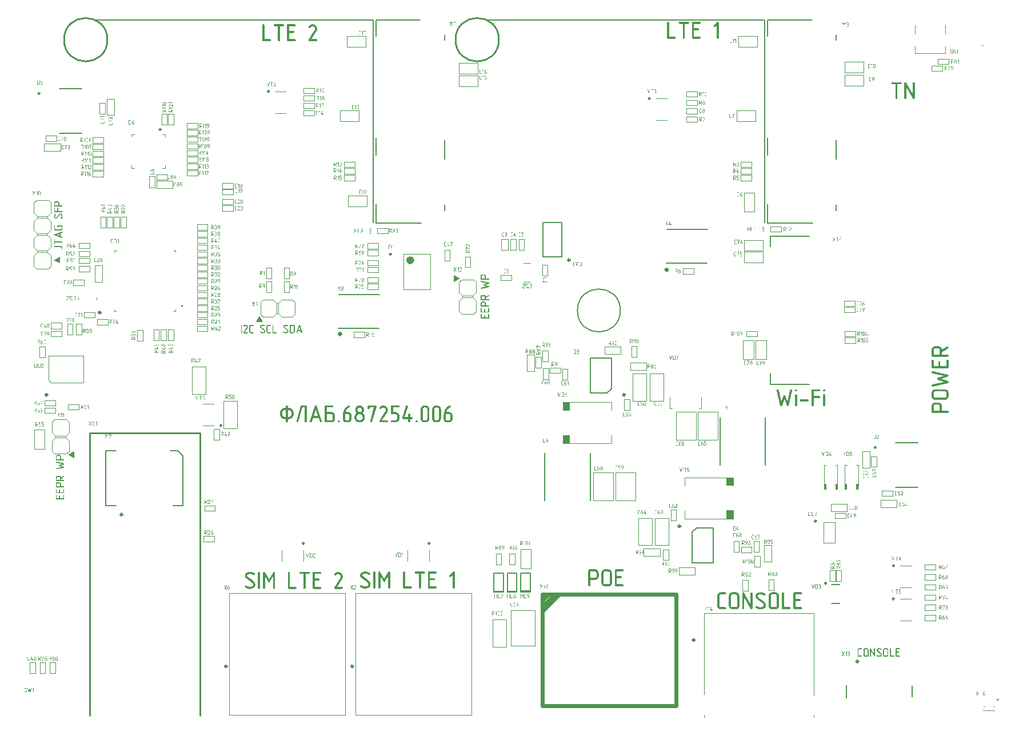
<source format=gto>
G04*
G04 #@! TF.GenerationSoftware,Altium Limited,Altium Designer,25.2.1 (25)*
G04*
G04 Layer_Color=65535*
%FSLAX44Y44*%
%MOMM*%
G71*
G04*
G04 #@! TF.SameCoordinates,A23D3B39-E9B1-4969-97C3-F5C5B3B73B29*
G04*
G04*
G04 #@! TF.FilePolarity,Positive*
G04*
G01*
G75*
%ADD10C,0.3000*%
%ADD11C,0.5000*%
%ADD12C,0.2540*%
%ADD13C,0.2500*%
%ADD14C,0.1000*%
%ADD15C,0.2000*%
%ADD16C,0.6000*%
%ADD17C,0.1500*%
%ADD18C,0.1524*%
%ADD19C,0.1250*%
%ADD20R,1.4000X0.2581*%
%ADD21R,0.4258X0.8810*%
%ADD22R,0.4258X0.8890*%
G36*
X102530Y385830D02*
X93530Y390830D01*
X102530Y395830D01*
Y385830D01*
D02*
G37*
G36*
X81250Y674400D02*
X72250Y679400D01*
X81250Y684400D01*
Y674400D01*
D02*
G37*
G36*
X371830Y587720D02*
X376830Y596720D01*
X381830Y587720D01*
X371830D01*
D02*
G37*
G36*
X539250Y722500D02*
X542250Y724000D01*
Y721000D01*
X539250Y722500D01*
D02*
G37*
G36*
X664970Y657170D02*
X673970Y652170D01*
X664970Y647170D01*
Y657170D01*
D02*
G37*
G36*
X1079000Y308750D02*
X1069000D01*
Y296500D01*
X1079000D01*
Y308750D01*
D02*
G37*
G36*
Y345250D02*
X1069000D01*
Y357500D01*
X1079000D01*
Y345250D01*
D02*
G37*
G36*
X1470750Y26500D02*
X1469250Y29500D01*
X1472250D01*
X1470750Y26500D01*
D02*
G37*
G36*
X826750Y420250D02*
X836750D01*
Y408000D01*
X826750D01*
Y420250D01*
D02*
G37*
G36*
Y456750D02*
X836750D01*
Y469000D01*
X826750D01*
Y456750D01*
D02*
G37*
G36*
X1121250Y725000D02*
X1124250Y726500D01*
Y723500D01*
X1121250Y725000D01*
D02*
G37*
G36*
X416054Y583634D02*
X416152D01*
X416373Y583620D01*
X416637Y583579D01*
X416942Y583537D01*
X417247Y583468D01*
X417580Y583371D01*
X417594D01*
X417622Y583357D01*
X417663Y583343D01*
X417733Y583315D01*
X417802Y583287D01*
X417899Y583260D01*
X418121Y583176D01*
X418371Y583065D01*
X418648Y582927D01*
X418939Y582760D01*
X419230Y582566D01*
X419244D01*
X419258Y582552D01*
X419314Y582497D01*
X419397Y582414D01*
X419466Y582289D01*
X419480Y582261D01*
X419522Y582192D01*
X419549Y582081D01*
X419563Y581942D01*
Y581928D01*
Y581901D01*
X419549Y581845D01*
X419535Y581776D01*
X419508Y581679D01*
X419452Y581595D01*
X419397Y581484D01*
X419314Y581387D01*
X419300Y581374D01*
X419272Y581346D01*
X419216Y581304D01*
X419161Y581263D01*
X419078Y581207D01*
X418981Y581166D01*
X418870Y581138D01*
X418759Y581124D01*
X418717D01*
X418662Y581138D01*
X418592Y581166D01*
X418509Y581193D01*
X418412Y581249D01*
X418315Y581318D01*
X418204Y581415D01*
X418190Y581429D01*
X418162Y581443D01*
X418093Y581484D01*
X418024Y581526D01*
X417913Y581568D01*
X417802Y581637D01*
X417663Y581693D01*
X417511Y581762D01*
X417344Y581817D01*
X417150Y581887D01*
X416748Y581984D01*
X416290Y582067D01*
X416054Y582081D01*
X415805Y582095D01*
X415666D01*
X415597Y582081D01*
X415500D01*
X415306Y582053D01*
X415056Y581998D01*
X414792Y581942D01*
X414529Y581845D01*
X414252Y581720D01*
X414238D01*
X414210Y581693D01*
X414155Y581665D01*
X414085Y581609D01*
X413919Y581484D01*
X413766Y581304D01*
X413628Y581013D01*
Y580999D01*
X413614Y580944D01*
X413600Y580860D01*
Y580750D01*
Y580736D01*
Y580694D01*
X413614Y580625D01*
X413641Y580555D01*
X413683Y580458D01*
X413738Y580361D01*
X413808Y580264D01*
X413919Y580181D01*
X418440Y576839D01*
X418468Y576825D01*
X418537Y576769D01*
X418634Y576672D01*
X418759Y576547D01*
X418898Y576395D01*
X419050Y576201D01*
X419203Y575979D01*
X419355Y575715D01*
Y575701D01*
X419369Y575687D01*
X419397Y575646D01*
X419411Y575590D01*
X419480Y575438D01*
X419549Y575258D01*
X419605Y575036D01*
X419674Y574786D01*
X419716Y574509D01*
X419730Y574231D01*
Y574217D01*
Y574190D01*
Y574148D01*
Y574093D01*
X419716Y573940D01*
X419688Y573746D01*
X419646Y573510D01*
X419577Y573261D01*
X419494Y573011D01*
X419383Y572747D01*
Y572734D01*
X419369Y572720D01*
X419314Y572636D01*
X419230Y572512D01*
X419119Y572359D01*
X418967Y572193D01*
X418787Y572012D01*
X418578Y571846D01*
X418329Y571693D01*
X418301Y571680D01*
X418218Y571638D01*
X418093Y571582D01*
X417927Y571513D01*
X417733Y571430D01*
X417511Y571347D01*
X417247Y571250D01*
X416984Y571153D01*
X416956D01*
X416873Y571125D01*
X416748Y571111D01*
X416581Y571083D01*
X416373Y571055D01*
X416165Y571028D01*
X415943Y571014D01*
X415708Y571000D01*
X415555D01*
X415486Y571014D01*
X415389D01*
X415181Y571028D01*
X414931Y571069D01*
X414654Y571111D01*
X414376Y571180D01*
X414085Y571264D01*
X414057Y571277D01*
X414002Y571291D01*
X413905Y571319D01*
X413780Y571361D01*
X413641Y571416D01*
X413489Y571471D01*
X413350Y571527D01*
X413211Y571596D01*
X413198Y571610D01*
X413156Y571638D01*
X413073Y571680D01*
X412976Y571735D01*
X412865Y571804D01*
X412712Y571901D01*
X412546Y572012D01*
X412365Y572123D01*
X412352Y572137D01*
X412310Y572165D01*
X412254Y572220D01*
X412199Y572290D01*
X412130Y572387D01*
X412074Y572498D01*
X412033Y572623D01*
X412019Y572775D01*
Y572789D01*
Y572831D01*
X412033Y572900D01*
X412047Y572969D01*
X412074Y573066D01*
X412102Y573150D01*
X412157Y573247D01*
X412227Y573344D01*
X412241Y573358D01*
X412268Y573385D01*
X412310Y573427D01*
X412379Y573469D01*
X412463Y573510D01*
X412560Y573552D01*
X412657Y573579D01*
X412781Y573593D01*
X412865D01*
X412920Y573579D01*
X413059Y573538D01*
X413225Y573455D01*
X413239D01*
X413253Y573441D01*
X413336Y573385D01*
X413461Y573316D01*
X413628Y573219D01*
X413822Y573108D01*
X414030Y573011D01*
X414252Y572900D01*
X414487Y572803D01*
X414501D01*
X414515Y572789D01*
X414598Y572775D01*
X414709Y572734D01*
X414876Y572692D01*
X415056Y572650D01*
X415278Y572623D01*
X415500Y572595D01*
X415736Y572581D01*
X415819D01*
X415888Y572595D01*
X415971D01*
X416068Y572609D01*
X416290Y572636D01*
X416568Y572692D01*
X416859Y572775D01*
X417192Y572886D01*
X417524Y573039D01*
X417538Y573052D01*
X417580Y573066D01*
X417622Y573108D01*
X417691Y573163D01*
X417774Y573233D01*
X417844Y573316D01*
X417927Y573413D01*
X417996Y573524D01*
Y573538D01*
X418010Y573552D01*
X418038Y573621D01*
X418079Y573718D01*
X418107Y573843D01*
Y573857D01*
X418121Y573871D01*
X418135Y573954D01*
X418149Y574065D01*
X418162Y574190D01*
Y574204D01*
Y574259D01*
X418149Y574328D01*
X418135Y574426D01*
X418121Y574550D01*
X418093Y574689D01*
X418038Y574841D01*
X417982Y574994D01*
Y575008D01*
X417954Y575036D01*
X417927Y575091D01*
X417871Y575160D01*
X417802Y575244D01*
X417719Y575341D01*
X417622Y575438D01*
X417511Y575549D01*
X412934Y578933D01*
X412920Y578947D01*
X412865Y578988D01*
X412795Y579044D01*
X412712Y579127D01*
X412601Y579238D01*
X412504Y579363D01*
X412393Y579515D01*
X412296Y579696D01*
X412282Y579723D01*
X412254Y579779D01*
X412227Y579890D01*
X412185Y580014D01*
X412130Y580181D01*
X412102Y580361D01*
X412074Y580555D01*
X412060Y580750D01*
Y580763D01*
Y580777D01*
Y580819D01*
Y580874D01*
X412074Y580999D01*
X412102Y581179D01*
X412144Y581387D01*
X412199Y581609D01*
X412282Y581831D01*
X412393Y582067D01*
Y582081D01*
X412407Y582095D01*
X412463Y582178D01*
X412546Y582289D01*
X412671Y582441D01*
X412851Y582608D01*
X413073Y582788D01*
X413336Y582968D01*
X413489Y583052D01*
X413655Y583135D01*
X413669D01*
X413697Y583163D01*
X413752Y583176D01*
X413822Y583218D01*
X413905Y583260D01*
X414002Y583301D01*
X414127Y583343D01*
X414265Y583398D01*
X414418Y583440D01*
X414584Y583482D01*
X414945Y583565D01*
X415361Y583620D01*
X415819Y583648D01*
X415971D01*
X416054Y583634D01*
D02*
G37*
G36*
X381772D02*
X381869D01*
X382091Y583620D01*
X382354Y583579D01*
X382659Y583537D01*
X382965Y583468D01*
X383297Y583371D01*
X383311D01*
X383339Y583357D01*
X383381Y583343D01*
X383450Y583315D01*
X383519Y583287D01*
X383616Y583260D01*
X383838Y583176D01*
X384088Y583065D01*
X384365Y582927D01*
X384656Y582760D01*
X384948Y582566D01*
X384962D01*
X384975Y582552D01*
X385031Y582497D01*
X385114Y582414D01*
X385183Y582289D01*
X385197Y582261D01*
X385239Y582192D01*
X385267Y582081D01*
X385280Y581942D01*
Y581928D01*
Y581901D01*
X385267Y581845D01*
X385253Y581776D01*
X385225Y581679D01*
X385169Y581595D01*
X385114Y581484D01*
X385031Y581387D01*
X385017Y581374D01*
X384989Y581346D01*
X384934Y581304D01*
X384878Y581263D01*
X384795Y581207D01*
X384698Y581166D01*
X384587Y581138D01*
X384476Y581124D01*
X384435D01*
X384379Y581138D01*
X384310Y581166D01*
X384226Y581193D01*
X384129Y581249D01*
X384032Y581318D01*
X383921Y581415D01*
X383908Y581429D01*
X383880Y581443D01*
X383810Y581484D01*
X383741Y581526D01*
X383630Y581568D01*
X383519Y581637D01*
X383381Y581693D01*
X383228Y581762D01*
X383061Y581817D01*
X382867Y581887D01*
X382465Y581984D01*
X382007Y582067D01*
X381772Y582081D01*
X381522Y582095D01*
X381384D01*
X381314Y582081D01*
X381217D01*
X381023Y582053D01*
X380773Y581998D01*
X380510Y581942D01*
X380246Y581845D01*
X379969Y581720D01*
X379955D01*
X379927Y581693D01*
X379872Y581665D01*
X379803Y581609D01*
X379636Y581484D01*
X379483Y581304D01*
X379345Y581013D01*
Y580999D01*
X379331Y580944D01*
X379317Y580860D01*
Y580750D01*
Y580736D01*
Y580694D01*
X379331Y580625D01*
X379359Y580555D01*
X379400Y580458D01*
X379456Y580361D01*
X379525Y580264D01*
X379636Y580181D01*
X384157Y576839D01*
X384185Y576825D01*
X384254Y576769D01*
X384351Y576672D01*
X384476Y576547D01*
X384615Y576395D01*
X384767Y576201D01*
X384920Y575979D01*
X385073Y575715D01*
Y575701D01*
X385086Y575687D01*
X385114Y575646D01*
X385128Y575590D01*
X385197Y575438D01*
X385267Y575258D01*
X385322Y575036D01*
X385391Y574786D01*
X385433Y574509D01*
X385447Y574231D01*
Y574217D01*
Y574190D01*
Y574148D01*
Y574093D01*
X385433Y573940D01*
X385405Y573746D01*
X385364Y573510D01*
X385294Y573261D01*
X385211Y573011D01*
X385100Y572747D01*
Y572734D01*
X385086Y572720D01*
X385031Y572636D01*
X384948Y572512D01*
X384837Y572359D01*
X384684Y572193D01*
X384504Y572012D01*
X384296Y571846D01*
X384046Y571693D01*
X384019Y571680D01*
X383935Y571638D01*
X383810Y571582D01*
X383644Y571513D01*
X383450Y571430D01*
X383228Y571347D01*
X382965Y571250D01*
X382701Y571153D01*
X382673D01*
X382590Y571125D01*
X382465Y571111D01*
X382299Y571083D01*
X382091Y571055D01*
X381883Y571028D01*
X381661Y571014D01*
X381425Y571000D01*
X381273D01*
X381203Y571014D01*
X381106D01*
X380898Y571028D01*
X380648Y571069D01*
X380371Y571111D01*
X380094Y571180D01*
X379803Y571264D01*
X379775Y571277D01*
X379719Y571291D01*
X379622Y571319D01*
X379497Y571361D01*
X379359Y571416D01*
X379206Y571471D01*
X379067Y571527D01*
X378929Y571596D01*
X378915Y571610D01*
X378873Y571638D01*
X378790Y571680D01*
X378693Y571735D01*
X378582Y571804D01*
X378429Y571901D01*
X378263Y572012D01*
X378083Y572123D01*
X378069Y572137D01*
X378027Y572165D01*
X377972Y572220D01*
X377916Y572290D01*
X377847Y572387D01*
X377791Y572498D01*
X377750Y572623D01*
X377736Y572775D01*
Y572789D01*
Y572831D01*
X377750Y572900D01*
X377764Y572969D01*
X377791Y573066D01*
X377819Y573150D01*
X377875Y573247D01*
X377944Y573344D01*
X377958Y573358D01*
X377986Y573385D01*
X378027Y573427D01*
X378097Y573469D01*
X378180Y573510D01*
X378277Y573552D01*
X378374Y573579D01*
X378499Y573593D01*
X378582D01*
X378638Y573579D01*
X378776Y573538D01*
X378943Y573455D01*
X378956D01*
X378970Y573441D01*
X379054Y573385D01*
X379178Y573316D01*
X379345Y573219D01*
X379539Y573108D01*
X379747Y573011D01*
X379969Y572900D01*
X380205Y572803D01*
X380219D01*
X380232Y572789D01*
X380316Y572775D01*
X380426Y572734D01*
X380593Y572692D01*
X380773Y572650D01*
X380995Y572623D01*
X381217Y572595D01*
X381453Y572581D01*
X381536D01*
X381605Y572595D01*
X381689D01*
X381786Y572609D01*
X382007Y572636D01*
X382285Y572692D01*
X382576Y572775D01*
X382909Y572886D01*
X383242Y573039D01*
X383256Y573052D01*
X383297Y573066D01*
X383339Y573108D01*
X383408Y573163D01*
X383492Y573233D01*
X383561Y573316D01*
X383644Y573413D01*
X383713Y573524D01*
Y573538D01*
X383727Y573552D01*
X383755Y573621D01*
X383797Y573718D01*
X383824Y573843D01*
Y573857D01*
X383838Y573871D01*
X383852Y573954D01*
X383866Y574065D01*
X383880Y574190D01*
Y574204D01*
Y574259D01*
X383866Y574328D01*
X383852Y574426D01*
X383838Y574550D01*
X383810Y574689D01*
X383755Y574841D01*
X383699Y574994D01*
Y575008D01*
X383672Y575036D01*
X383644Y575091D01*
X383588Y575160D01*
X383519Y575244D01*
X383436Y575341D01*
X383339Y575438D01*
X383228Y575549D01*
X378651Y578933D01*
X378638Y578947D01*
X378582Y578988D01*
X378513Y579044D01*
X378429Y579127D01*
X378318Y579238D01*
X378222Y579363D01*
X378111Y579515D01*
X378013Y579696D01*
X378000Y579723D01*
X377972Y579779D01*
X377944Y579890D01*
X377902Y580014D01*
X377847Y580181D01*
X377819Y580361D01*
X377791Y580555D01*
X377778Y580750D01*
Y580763D01*
Y580777D01*
Y580819D01*
Y580874D01*
X377791Y580999D01*
X377819Y581179D01*
X377861Y581387D01*
X377916Y581609D01*
X378000Y581831D01*
X378111Y582067D01*
Y582081D01*
X378124Y582095D01*
X378180Y582178D01*
X378263Y582289D01*
X378388Y582441D01*
X378568Y582608D01*
X378790Y582788D01*
X379054Y582968D01*
X379206Y583052D01*
X379372Y583135D01*
X379386D01*
X379414Y583163D01*
X379470Y583176D01*
X379539Y583218D01*
X379622Y583260D01*
X379719Y583301D01*
X379844Y583343D01*
X379983Y583398D01*
X380135Y583440D01*
X380302Y583482D01*
X380662Y583565D01*
X381078Y583620D01*
X381536Y583648D01*
X381689D01*
X381772Y583634D01*
D02*
G37*
G36*
X436177Y583759D02*
X436275Y583745D01*
X436385Y583703D01*
X436510Y583634D01*
X436621Y583523D01*
X436732Y583371D01*
X436788Y583287D01*
X436829Y583176D01*
X440518Y572082D01*
X440560Y571832D01*
Y571818D01*
Y571777D01*
X440546Y571721D01*
X440532Y571652D01*
X440504Y571555D01*
X440463Y571472D01*
X440407Y571375D01*
X440324Y571291D01*
X440310Y571277D01*
X440283Y571250D01*
X440227Y571222D01*
X440144Y571180D01*
X440061Y571125D01*
X439964Y571097D01*
X439853Y571069D01*
X439742Y571055D01*
X439714D01*
X439631Y571069D01*
X439520Y571083D01*
X439367Y571125D01*
X439353D01*
X439339Y571139D01*
X439298Y571166D01*
X439256Y571208D01*
X439201Y571277D01*
X439132Y571347D01*
X439076Y571458D01*
X439007Y571582D01*
X438175Y574120D01*
X434000D01*
X433154Y571555D01*
Y571541D01*
X433140Y571527D01*
X433085Y571430D01*
X433002Y571319D01*
X432877Y571194D01*
X432863D01*
X432849Y571180D01*
X432808Y571153D01*
X432752Y571139D01*
X432613Y571083D01*
X432447Y571055D01*
X432391D01*
X432322Y571069D01*
X432239Y571083D01*
X432156Y571111D01*
X432059Y571139D01*
X431962Y571194D01*
X431864Y571264D01*
X431851Y571277D01*
X431823Y571305D01*
X431781Y571347D01*
X431740Y571416D01*
X431698Y571499D01*
X431656Y571596D01*
X431629Y571707D01*
X431615Y571846D01*
X431656Y572096D01*
X435359Y583176D01*
Y583190D01*
X435373Y583204D01*
X435401Y583274D01*
X435456Y583371D01*
X435526Y583482D01*
X435637Y583579D01*
X435761Y583676D01*
X435914Y583745D01*
X435997Y583773D01*
X436122D01*
X436177Y583759D01*
D02*
G37*
G36*
X426997Y583634D02*
X427094Y583620D01*
X427205Y583606D01*
X427468Y583551D01*
X427759Y583454D01*
X428078Y583315D01*
X428231Y583232D01*
X428383Y583135D01*
X428536Y583010D01*
X428689Y582871D01*
X428702Y582858D01*
X428716Y582830D01*
X428758Y582788D01*
X428813Y582733D01*
X428869Y582663D01*
X428938Y582566D01*
X429007Y582469D01*
X429077Y582344D01*
X429216Y582081D01*
X429340Y581762D01*
X429437Y581401D01*
X429451Y581207D01*
X429465Y581013D01*
Y573677D01*
Y573663D01*
Y573635D01*
Y573566D01*
X429451Y573496D01*
X429437Y573399D01*
X429424Y573288D01*
X429368Y573039D01*
X429271Y572747D01*
X429132Y572442D01*
X429049Y572276D01*
X428952Y572123D01*
X428827Y571971D01*
X428689Y571818D01*
X428675Y571804D01*
X428647Y571791D01*
X428605Y571749D01*
X428550Y571693D01*
X428481Y571638D01*
X428383Y571582D01*
X428286Y571513D01*
X428162Y571444D01*
X427884Y571291D01*
X427565Y571180D01*
X427219Y571083D01*
X427024Y571069D01*
X426816Y571055D01*
X422476D01*
X422420Y571069D01*
X422295Y571097D01*
X422157Y571153D01*
X422004Y571250D01*
X421935Y571319D01*
X421879Y571388D01*
X421824Y571485D01*
X421782Y571582D01*
X421768Y571707D01*
X421754Y571846D01*
Y582844D01*
Y582858D01*
Y582885D01*
Y582913D01*
X421768Y582968D01*
X421796Y583093D01*
X421852Y583246D01*
X421949Y583398D01*
X422018Y583468D01*
X422087Y583523D01*
X422184Y583579D01*
X422281Y583620D01*
X422406Y583634D01*
X422545Y583648D01*
X426927D01*
X426997Y583634D01*
D02*
G37*
G36*
X396944Y583634D02*
X397013Y583620D01*
X397096Y583592D01*
X397180Y583565D01*
X397277Y583509D01*
X397374Y583440D01*
X397388Y583426D01*
X397415Y583398D01*
X397457Y583357D01*
X397512Y583287D01*
X397554Y583204D01*
X397596Y583107D01*
X397623Y582982D01*
X397637Y582844D01*
Y572636D01*
X401770D01*
X401839Y572623D01*
X401923Y572609D01*
X402006Y572581D01*
X402103Y572525D01*
X402200Y572470D01*
X402297Y572387D01*
X402311Y572373D01*
X402339Y572345D01*
X402366Y572290D01*
X402422Y572220D01*
X402491Y572054D01*
X402519Y571957D01*
X402533Y571846D01*
Y571832D01*
Y571804D01*
X402519Y571749D01*
X402505Y571680D01*
X402477Y571596D01*
X402450Y571513D01*
X402394Y571416D01*
X402325Y571319D01*
X402311Y571305D01*
X402283Y571277D01*
X402242Y571236D01*
X402172Y571194D01*
X402089Y571139D01*
X401992Y571097D01*
X401867Y571069D01*
X401728Y571055D01*
X396763D01*
X396708Y571069D01*
X396583Y571097D01*
X396445Y571153D01*
X396292Y571250D01*
X396223Y571319D01*
X396167Y571388D01*
X396112Y571485D01*
X396070Y571582D01*
X396056Y571707D01*
X396042Y571846D01*
Y582844D01*
Y582858D01*
Y582899D01*
X396056Y582955D01*
X396070Y583038D01*
X396098Y583121D01*
X396139Y583218D01*
X396195Y583329D01*
X396264Y583426D01*
X396278Y583440D01*
X396306Y583468D01*
X396361Y583495D01*
X396431Y583537D01*
X396514Y583579D01*
X396611Y583620D01*
X396722Y583634D01*
X396833Y583648D01*
X396888D01*
X396944Y583634D01*
D02*
G37*
G36*
X393283D02*
X393352Y583620D01*
X393449Y583592D01*
X393532Y583537D01*
X393629Y583482D01*
X393726Y583398D01*
X393740Y583385D01*
X393768Y583357D01*
X393796Y583301D01*
X393851Y583232D01*
X393921Y583065D01*
X393948Y582968D01*
X393962Y582858D01*
Y582844D01*
Y582816D01*
X393948Y582760D01*
X393934Y582691D01*
X393907Y582608D01*
X393879Y582525D01*
X393823Y582428D01*
X393754Y582331D01*
X393740Y582317D01*
X393713Y582289D01*
X393671Y582247D01*
X393601Y582206D01*
X393518Y582150D01*
X393421Y582109D01*
X393296Y582081D01*
X393144Y582067D01*
X390023D01*
X389940Y582053D01*
X389843Y582039D01*
X389621Y581998D01*
X389510Y581942D01*
X389413Y581887D01*
X389399Y581873D01*
X389385Y581845D01*
X389344Y581790D01*
X389302Y581720D01*
X389205Y581568D01*
X389136Y581415D01*
Y581401D01*
X389122Y581387D01*
X389108Y581304D01*
X389080Y581166D01*
X389067Y581013D01*
Y573677D01*
Y573663D01*
Y573607D01*
X389080Y573510D01*
X389108Y573413D01*
X389136Y573288D01*
X389178Y573163D01*
X389247Y573039D01*
X389344Y572928D01*
X389358D01*
X389372Y572900D01*
X389455Y572845D01*
X389566Y572775D01*
X389691Y572692D01*
X389705D01*
X389732Y572678D01*
X389774D01*
X389815Y572664D01*
X389954Y572650D01*
X390093Y572636D01*
X393199D01*
X393269Y572623D01*
X393352Y572609D01*
X393435Y572581D01*
X393532Y572525D01*
X393629Y572470D01*
X393726Y572387D01*
X393740Y572373D01*
X393768Y572345D01*
X393796Y572290D01*
X393851Y572220D01*
X393921Y572054D01*
X393948Y571957D01*
X393962Y571846D01*
Y571832D01*
Y571804D01*
X393948Y571749D01*
X393934Y571680D01*
X393907Y571596D01*
X393879Y571513D01*
X393823Y571416D01*
X393754Y571319D01*
X393740Y571305D01*
X393713Y571277D01*
X393671Y571236D01*
X393601Y571194D01*
X393518Y571139D01*
X393421Y571097D01*
X393296Y571069D01*
X393158Y571055D01*
X389996D01*
X389912Y571069D01*
X389815Y571083D01*
X389718Y571097D01*
X389469Y571153D01*
X389178Y571236D01*
X388858Y571374D01*
X388706Y571471D01*
X388553Y571569D01*
X388401Y571680D01*
X388248Y571818D01*
X388234Y571832D01*
X388221Y571860D01*
X388179Y571901D01*
X388124Y571957D01*
X388068Y572026D01*
X387999Y572123D01*
X387929Y572220D01*
X387860Y572331D01*
X387721Y572609D01*
X387597Y572928D01*
X387499Y573288D01*
X387486Y573482D01*
X387472Y573677D01*
Y581013D01*
Y581027D01*
Y581068D01*
Y581124D01*
X387486Y581193D01*
X387499Y581290D01*
X387513Y581401D01*
X387569Y581651D01*
X387652Y581942D01*
X387791Y582261D01*
X387888Y582414D01*
X387985Y582566D01*
X388096Y582719D01*
X388234Y582871D01*
X388248Y582885D01*
X388276Y582899D01*
X388318Y582941D01*
X388373Y582996D01*
X388442Y583052D01*
X388540Y583121D01*
X388637Y583190D01*
X388748Y583260D01*
X389025Y583398D01*
X389344Y583523D01*
X389705Y583620D01*
X389899Y583634D01*
X390093Y583648D01*
X393213D01*
X393283Y583634D01*
D02*
G37*
G36*
X367570D02*
X367640Y583620D01*
X367737Y583592D01*
X367820Y583537D01*
X367917Y583482D01*
X368014Y583398D01*
X368028Y583385D01*
X368056Y583357D01*
X368084Y583301D01*
X368139Y583232D01*
X368209Y583065D01*
X368236Y582968D01*
X368250Y582858D01*
Y582844D01*
Y582816D01*
X368236Y582760D01*
X368222Y582691D01*
X368195Y582608D01*
X368167Y582525D01*
X368111Y582428D01*
X368042Y582331D01*
X368028Y582317D01*
X368000Y582289D01*
X367959Y582247D01*
X367890Y582206D01*
X367806Y582150D01*
X367709Y582109D01*
X367584Y582081D01*
X367432Y582067D01*
X364311D01*
X364228Y582053D01*
X364131Y582039D01*
X363909Y581998D01*
X363798Y581942D01*
X363701Y581887D01*
X363687Y581873D01*
X363674Y581845D01*
X363632Y581790D01*
X363590Y581720D01*
X363493Y581568D01*
X363424Y581415D01*
Y581401D01*
X363410Y581387D01*
X363396Y581304D01*
X363368Y581166D01*
X363354Y581013D01*
Y573677D01*
Y573663D01*
Y573607D01*
X363368Y573510D01*
X363396Y573413D01*
X363424Y573288D01*
X363465Y573163D01*
X363535Y573039D01*
X363632Y572928D01*
X363646D01*
X363660Y572900D01*
X363743Y572845D01*
X363854Y572775D01*
X363979Y572692D01*
X363993D01*
X364020Y572678D01*
X364062D01*
X364103Y572664D01*
X364242Y572650D01*
X364381Y572636D01*
X367487D01*
X367557Y572623D01*
X367640Y572609D01*
X367723Y572581D01*
X367820Y572525D01*
X367917Y572470D01*
X368014Y572387D01*
X368028Y572373D01*
X368056Y572345D01*
X368084Y572290D01*
X368139Y572220D01*
X368209Y572054D01*
X368236Y571957D01*
X368250Y571846D01*
Y571832D01*
Y571804D01*
X368236Y571749D01*
X368222Y571680D01*
X368195Y571596D01*
X368167Y571513D01*
X368111Y571416D01*
X368042Y571319D01*
X368028Y571305D01*
X368000Y571277D01*
X367959Y571236D01*
X367890Y571194D01*
X367806Y571139D01*
X367709Y571097D01*
X367584Y571069D01*
X367446Y571055D01*
X364284D01*
X364201Y571069D01*
X364103Y571083D01*
X364006Y571097D01*
X363757Y571153D01*
X363465Y571236D01*
X363147Y571374D01*
X362994Y571471D01*
X362841Y571569D01*
X362689Y571680D01*
X362536Y571818D01*
X362522Y571832D01*
X362509Y571860D01*
X362467Y571901D01*
X362411Y571957D01*
X362356Y572026D01*
X362287Y572123D01*
X362217Y572220D01*
X362148Y572331D01*
X362009Y572609D01*
X361884Y572928D01*
X361787Y573288D01*
X361773Y573482D01*
X361760Y573677D01*
Y581013D01*
Y581027D01*
Y581068D01*
Y581124D01*
X361773Y581193D01*
X361787Y581290D01*
X361801Y581401D01*
X361857Y581651D01*
X361940Y581942D01*
X362079Y582261D01*
X362176Y582414D01*
X362273Y582566D01*
X362384Y582719D01*
X362522Y582871D01*
X362536Y582885D01*
X362564Y582899D01*
X362606Y582941D01*
X362661Y582996D01*
X362730Y583052D01*
X362827Y583121D01*
X362925Y583190D01*
X363036Y583260D01*
X363313Y583398D01*
X363632Y583523D01*
X363993Y583620D01*
X364187Y583634D01*
X364381Y583648D01*
X367501D01*
X367570Y583634D01*
D02*
G37*
G36*
X356254D02*
X356393Y583620D01*
X356545Y583592D01*
X356712Y583565D01*
X356892Y583523D01*
X357086Y583468D01*
X357294Y583398D01*
X357502Y583315D01*
X357724Y583218D01*
X357946Y583107D01*
X358154Y582968D01*
X358362Y582816D01*
X358570Y582636D01*
X358584Y582622D01*
X358612Y582594D01*
X358667Y582538D01*
X358736Y582455D01*
X358820Y582358D01*
X358903Y582247D01*
X359000Y582109D01*
X359097Y581970D01*
X359194Y581804D01*
X359291Y581609D01*
X359374Y581415D01*
X359458Y581207D01*
X359527Y580985D01*
X359582Y580750D01*
X359610Y580500D01*
X359624Y580250D01*
Y580236D01*
Y580209D01*
Y580167D01*
Y580112D01*
X359610Y580042D01*
X359596Y579959D01*
X359568Y579751D01*
X359513Y579515D01*
X359444Y579238D01*
X359333Y578947D01*
X359180Y578642D01*
X355269Y572636D01*
X358931D01*
X359000Y572623D01*
X359069Y572609D01*
X359166Y572581D01*
X359249Y572525D01*
X359347Y572470D01*
X359444Y572387D01*
X359458Y572373D01*
X359485Y572345D01*
X359513Y572290D01*
X359568Y572220D01*
X359638Y572054D01*
X359665Y571957D01*
X359679Y571846D01*
Y571832D01*
Y571804D01*
X359665Y571749D01*
X359652Y571680D01*
X359624Y571596D01*
X359596Y571513D01*
X359541Y571416D01*
X359471Y571319D01*
X359458Y571305D01*
X359430Y571277D01*
X359388Y571236D01*
X359319Y571194D01*
X359236Y571139D01*
X359139Y571097D01*
X359014Y571069D01*
X358875Y571055D01*
X353896D01*
X353855Y571069D01*
X353716Y571097D01*
X353563Y571139D01*
X353397Y571222D01*
X353272Y571333D01*
X353217Y571416D01*
X353175Y571499D01*
X353147Y571610D01*
X353134Y571721D01*
Y571735D01*
Y571763D01*
X353147Y571818D01*
X353161Y571874D01*
X353175Y571957D01*
X353217Y572054D01*
X353258Y572165D01*
X353314Y572276D01*
X357821Y579460D01*
X357835Y579474D01*
X357849Y579529D01*
X357890Y579612D01*
X357932Y579723D01*
X357960Y579848D01*
X358001Y579987D01*
X358015Y580139D01*
X358029Y580292D01*
Y580306D01*
Y580320D01*
Y580361D01*
X358015Y580417D01*
X358001Y580541D01*
X357960Y580708D01*
X357890Y580902D01*
X357793Y581110D01*
X357655Y581318D01*
X357461Y581526D01*
X357447Y581540D01*
X357419Y581568D01*
X357363Y581609D01*
X357294Y581665D01*
X357197Y581720D01*
X357100Y581790D01*
X356850Y581914D01*
X356836Y581928D01*
X356795Y581942D01*
X356712Y581970D01*
X356614Y581998D01*
X356504Y582025D01*
X356379Y582039D01*
X356240Y582067D01*
X356018D01*
X355949Y582053D01*
X355838Y582039D01*
X355727Y582011D01*
X355602Y581984D01*
X355477Y581928D01*
X355339Y581859D01*
X355325Y581845D01*
X355269Y581817D01*
X355186Y581762D01*
X355089Y581679D01*
X354992Y581595D01*
X354881Y581484D01*
X354770Y581360D01*
X354673Y581235D01*
Y581221D01*
X354659Y581207D01*
X354590Y581124D01*
X354493Y581027D01*
X354340Y580916D01*
X354021Y580833D01*
X353966D01*
X353896Y580847D01*
X353813Y580860D01*
X353730Y580888D01*
X353619Y580930D01*
X353522Y580985D01*
X353425Y581055D01*
X353411Y581068D01*
X353383Y581096D01*
X353342Y581138D01*
X353300Y581207D01*
X353258Y581290D01*
X353217Y581387D01*
X353189Y581484D01*
X353175Y581609D01*
Y581623D01*
Y581637D01*
X353189Y581679D01*
Y581720D01*
X353231Y581859D01*
X353300Y582039D01*
Y582053D01*
X353328Y582067D01*
X353383Y582150D01*
X353480Y582275D01*
X353619Y582441D01*
X353772Y582608D01*
X353966Y582788D01*
X354188Y582955D01*
X354423Y583093D01*
X354451Y583107D01*
X354506Y583149D01*
X354590Y583190D01*
X354701Y583260D01*
X354826Y583329D01*
X354964Y583398D01*
X355117Y583468D01*
X355255Y583523D01*
X355269D01*
X355325Y583537D01*
X355394Y583565D01*
X355491Y583592D01*
X355602Y583606D01*
X355727Y583634D01*
X356004Y583648D01*
X356157D01*
X356254Y583634D01*
D02*
G37*
G36*
X350401D02*
X350471Y583620D01*
X350554Y583592D01*
X350637Y583565D01*
X350734Y583509D01*
X350831Y583440D01*
X350845Y583426D01*
X350873Y583398D01*
X350915Y583357D01*
X350970Y583287D01*
X351012Y583204D01*
X351053Y583107D01*
X351081Y582982D01*
X351095Y582844D01*
Y571846D01*
Y571832D01*
Y571791D01*
X351081Y571721D01*
X351067Y571638D01*
X351039Y571555D01*
X350998Y571458D01*
X350942Y571361D01*
X350873Y571277D01*
X350859Y571264D01*
X350831Y571250D01*
X350776Y571208D01*
X350707Y571166D01*
X350623Y571125D01*
X350526Y571097D01*
X350415Y571069D01*
X350290Y571055D01*
X350235D01*
X350180Y571069D01*
X350096Y571083D01*
X349916Y571139D01*
X349833Y571180D01*
X349736Y571250D01*
X349722Y571264D01*
X349694Y571291D01*
X349666Y571333D01*
X349625Y571402D01*
X349569Y571485D01*
X349542Y571582D01*
X349514Y571707D01*
X349500Y571846D01*
Y582844D01*
Y582858D01*
Y582899D01*
X349514Y582955D01*
X349528Y583038D01*
X349556Y583121D01*
X349597Y583218D01*
X349653Y583329D01*
X349722Y583426D01*
X349736Y583440D01*
X349763Y583468D01*
X349819Y583495D01*
X349888Y583537D01*
X349972Y583579D01*
X350069Y583620D01*
X350180Y583634D01*
X350290Y583648D01*
X350346D01*
X350401Y583634D01*
D02*
G37*
G36*
X709914Y658237D02*
X710011Y658223D01*
X710122Y658209D01*
X710371Y658154D01*
X710663Y658057D01*
X710968Y657918D01*
X711134Y657835D01*
X711287Y657738D01*
X711439Y657613D01*
X711592Y657474D01*
X711606Y657460D01*
X711619Y657433D01*
X711661Y657391D01*
X711717Y657336D01*
X711772Y657266D01*
X711827Y657169D01*
X711897Y657072D01*
X711966Y656947D01*
X712119Y656670D01*
X712230Y656351D01*
X712327Y656004D01*
X712341Y655810D01*
X712355Y655602D01*
Y652135D01*
X716460D01*
X716473D01*
X716515D01*
X716584Y652121D01*
X716667Y652107D01*
X716751Y652079D01*
X716848Y652052D01*
X716945Y651996D01*
X717028Y651927D01*
X717042Y651913D01*
X717056Y651885D01*
X717097Y651830D01*
X717139Y651760D01*
X717181Y651677D01*
X717208Y651566D01*
X717236Y651455D01*
X717250Y651330D01*
Y651275D01*
X717236Y651220D01*
X717222Y651136D01*
X717167Y650956D01*
X717125Y650873D01*
X717056Y650776D01*
X717042Y650762D01*
X717014Y650734D01*
X716973Y650706D01*
X716903Y650665D01*
X716820Y650609D01*
X716723Y650582D01*
X716598Y650554D01*
X716460Y650540D01*
X705462D01*
X705448D01*
X705420D01*
X705393D01*
X705337Y650554D01*
X705212Y650582D01*
X705060Y650637D01*
X704907Y650734D01*
X704838Y650804D01*
X704782Y650873D01*
X704727Y650970D01*
X704685Y651067D01*
X704671Y651192D01*
X704658Y651330D01*
Y655713D01*
X704671Y655782D01*
X704685Y655879D01*
X704699Y655990D01*
X704755Y656254D01*
X704852Y656545D01*
X704990Y656864D01*
X705073Y657017D01*
X705171Y657169D01*
X705295Y657322D01*
X705434Y657474D01*
X705448Y657488D01*
X705476Y657502D01*
X705517Y657543D01*
X705573Y657599D01*
X705642Y657654D01*
X705739Y657724D01*
X705836Y657793D01*
X705961Y657862D01*
X706225Y658001D01*
X706544Y658126D01*
X706904Y658223D01*
X707098Y658237D01*
X707292Y658251D01*
X709733D01*
X709747D01*
X709775D01*
X709844D01*
X709914Y658237D01*
D02*
G37*
G36*
X705628Y648432D02*
X716612Y645977D01*
X716626D01*
X716654Y645963D01*
X716709D01*
X716778Y645936D01*
X716848Y645908D01*
X716917Y645866D01*
X717000Y645797D01*
X717070Y645728D01*
X717084Y645714D01*
X717097Y645686D01*
X717125Y645645D01*
X717153Y645575D01*
X717222Y645423D01*
X717236Y645325D01*
X717250Y645214D01*
Y645187D01*
X717236Y645131D01*
X717222Y645034D01*
X717181Y644909D01*
X717125Y644785D01*
X717042Y644660D01*
X716917Y644549D01*
X716751Y644452D01*
X711703Y642760D01*
X716709Y641068D01*
X716723D01*
X716751Y641054D01*
X716778Y641026D01*
X716834Y640999D01*
X716959Y640915D01*
X717097Y640777D01*
Y640763D01*
X717125Y640735D01*
X717139Y640693D01*
X717167Y640638D01*
X717222Y640485D01*
X717236Y640402D01*
X717250Y640305D01*
Y640277D01*
X717236Y640208D01*
X717222Y640097D01*
X717167Y639986D01*
X717097Y639847D01*
X716986Y639723D01*
X716820Y639612D01*
X716723Y639570D01*
X716612Y639529D01*
X705628Y637074D01*
X705448D01*
X705434D01*
X705393D01*
X705337Y637088D01*
X705268Y637102D01*
X705184Y637129D01*
X705101Y637171D01*
X705004Y637226D01*
X704907Y637296D01*
X704893Y637309D01*
X704865Y637337D01*
X704824Y637393D01*
X704782Y637462D01*
X704741Y637545D01*
X704699Y637642D01*
X704671Y637739D01*
X704658Y637864D01*
Y637906D01*
X704671Y637961D01*
Y638031D01*
X704727Y638169D01*
X704755Y638253D01*
X704810Y638322D01*
Y638336D01*
X704838Y638350D01*
X704865Y638391D01*
X704921Y638433D01*
X704977Y638488D01*
X705060Y638544D01*
X705157Y638585D01*
X705268Y638641D01*
X714074Y640499D01*
X709470Y642011D01*
X709456D01*
X709442Y642025D01*
X709373Y642053D01*
X709276Y642108D01*
X709151Y642191D01*
X709040Y642288D01*
X708943Y642427D01*
X708874Y642579D01*
X708846Y642663D01*
Y642788D01*
X708860Y642843D01*
X708874Y642926D01*
X708929Y643037D01*
X709012Y643162D01*
X709123Y643287D01*
X709289Y643412D01*
X709400Y643467D01*
X709511Y643523D01*
X714074Y645006D01*
X705282Y646865D01*
X705268D01*
X705254Y646879D01*
X705184Y646893D01*
X705087Y646948D01*
X704963Y647017D01*
X704852Y647114D01*
X704755Y647239D01*
X704685Y647406D01*
X704658Y647503D01*
Y647669D01*
X704671Y647739D01*
X704685Y647822D01*
X704713Y647905D01*
X704755Y648002D01*
X704810Y648099D01*
X704893Y648196D01*
X704907Y648210D01*
X704935Y648238D01*
X704977Y648279D01*
X705046Y648321D01*
X705115Y648363D01*
X705212Y648404D01*
X705323Y648432D01*
X705448Y648446D01*
X705628Y648432D01*
D02*
G37*
G36*
X716570Y627629D02*
X716654Y627616D01*
X716737Y627574D01*
X716834Y627532D01*
X716945Y627463D01*
X717042Y627380D01*
X717056Y627366D01*
X717070Y627338D01*
X717111Y627283D01*
X717139Y627213D01*
X717181Y627130D01*
X717222Y627033D01*
X717236Y626922D01*
X717250Y626811D01*
Y626783D01*
X717236Y626700D01*
X717222Y626589D01*
X717181Y626465D01*
X717167Y626437D01*
X717111Y626367D01*
X717028Y626270D01*
X716959Y626215D01*
X716889Y626159D01*
X712355Y623330D01*
Y621527D01*
X716460D01*
X716473D01*
X716515D01*
X716584Y621513D01*
X716667Y621500D01*
X716751Y621472D01*
X716848Y621444D01*
X716945Y621389D01*
X717028Y621319D01*
X717042Y621305D01*
X717056Y621278D01*
X717097Y621222D01*
X717139Y621153D01*
X717181Y621070D01*
X717208Y620959D01*
X717236Y620848D01*
X717250Y620723D01*
Y620667D01*
X717236Y620612D01*
X717222Y620529D01*
X717167Y620349D01*
X717125Y620265D01*
X717056Y620168D01*
X717042Y620154D01*
X717014Y620127D01*
X716973Y620099D01*
X716903Y620057D01*
X716820Y620002D01*
X716723Y619974D01*
X716598Y619946D01*
X716460Y619932D01*
X705462D01*
X705448D01*
X705420D01*
X705393D01*
X705337Y619946D01*
X705212Y619974D01*
X705060Y620029D01*
X704907Y620127D01*
X704838Y620196D01*
X704782Y620265D01*
X704727Y620362D01*
X704685Y620459D01*
X704671Y620584D01*
X704658Y620723D01*
Y625105D01*
X704671Y625175D01*
X704685Y625272D01*
X704699Y625383D01*
X704755Y625646D01*
X704852Y625938D01*
X704990Y626256D01*
X705073Y626409D01*
X705171Y626562D01*
X705295Y626714D01*
X705434Y626867D01*
X705448Y626880D01*
X705476Y626894D01*
X705517Y626936D01*
X705573Y626992D01*
X705642Y627047D01*
X705739Y627116D01*
X705836Y627186D01*
X705961Y627255D01*
X706225Y627394D01*
X706544Y627519D01*
X706904Y627616D01*
X707098Y627629D01*
X707292Y627643D01*
X709733D01*
X709747D01*
X709775D01*
X709844D01*
X709914Y627629D01*
X710011Y627616D01*
X710122Y627602D01*
X710371Y627546D01*
X710663Y627449D01*
X710968Y627310D01*
X711134Y627227D01*
X711287Y627130D01*
X711439Y627005D01*
X711592Y626867D01*
X711606Y626853D01*
X711619Y626825D01*
X711661Y626783D01*
X711717Y626728D01*
X711772Y626659D01*
X711827Y626562D01*
X711897Y626465D01*
X711966Y626340D01*
X712119Y626062D01*
X712230Y625743D01*
X712327Y625397D01*
X712341Y625202D01*
X712355Y624994D01*
Y625064D01*
X716071Y627532D01*
X716182Y627560D01*
X716460Y627643D01*
X716473D01*
X716515D01*
X716570Y627629D01*
D02*
G37*
G36*
X709914Y617838D02*
X710011Y617824D01*
X710122Y617811D01*
X710371Y617755D01*
X710663Y617658D01*
X710968Y617519D01*
X711134Y617436D01*
X711287Y617339D01*
X711439Y617214D01*
X711592Y617076D01*
X711606Y617062D01*
X711619Y617034D01*
X711661Y616992D01*
X711717Y616937D01*
X711772Y616867D01*
X711827Y616770D01*
X711897Y616673D01*
X711966Y616549D01*
X712119Y616271D01*
X712230Y615952D01*
X712327Y615606D01*
X712341Y615411D01*
X712355Y615203D01*
Y611736D01*
X716460D01*
X716473D01*
X716515D01*
X716584Y611722D01*
X716667Y611708D01*
X716751Y611681D01*
X716848Y611653D01*
X716945Y611598D01*
X717028Y611528D01*
X717042Y611514D01*
X717056Y611487D01*
X717097Y611431D01*
X717139Y611362D01*
X717181Y611279D01*
X717208Y611168D01*
X717236Y611057D01*
X717250Y610932D01*
Y610876D01*
X717236Y610821D01*
X717222Y610738D01*
X717167Y610557D01*
X717125Y610474D01*
X717056Y610377D01*
X717042Y610363D01*
X717014Y610336D01*
X716973Y610308D01*
X716903Y610266D01*
X716820Y610211D01*
X716723Y610183D01*
X716598Y610155D01*
X716460Y610141D01*
X705462D01*
X705448D01*
X705420D01*
X705393D01*
X705337Y610155D01*
X705212Y610183D01*
X705060Y610238D01*
X704907Y610336D01*
X704838Y610405D01*
X704782Y610474D01*
X704727Y610571D01*
X704685Y610668D01*
X704671Y610793D01*
X704658Y610932D01*
Y615314D01*
X704671Y615384D01*
X704685Y615481D01*
X704699Y615592D01*
X704755Y615855D01*
X704852Y616146D01*
X704990Y616465D01*
X705073Y616618D01*
X705171Y616770D01*
X705295Y616923D01*
X705434Y617076D01*
X705448Y617089D01*
X705476Y617103D01*
X705517Y617145D01*
X705573Y617200D01*
X705642Y617256D01*
X705739Y617325D01*
X705836Y617394D01*
X705961Y617464D01*
X706225Y617603D01*
X706544Y617727D01*
X706904Y617824D01*
X707098Y617838D01*
X707292Y617852D01*
X709733D01*
X709747D01*
X709775D01*
X709844D01*
X709914Y617838D01*
D02*
G37*
G36*
X716557Y608047D02*
X716626Y608033D01*
X716709Y608006D01*
X716806Y607978D01*
X716903Y607922D01*
X717000Y607853D01*
X717014Y607839D01*
X717042Y607812D01*
X717084Y607770D01*
X717125Y607701D01*
X717167Y607617D01*
X717208Y607520D01*
X717236Y607395D01*
X717250Y607257D01*
Y602292D01*
X717236Y602236D01*
X717208Y602112D01*
X717153Y601973D01*
X717070Y601820D01*
X716931Y601696D01*
X716848Y601640D01*
X716751Y601598D01*
X716626Y601585D01*
X716501Y601571D01*
X705462D01*
X705448D01*
X705420D01*
X705393D01*
X705337Y601585D01*
X705212Y601612D01*
X705060Y601668D01*
X704907Y601765D01*
X704838Y601834D01*
X704782Y601903D01*
X704727Y602001D01*
X704685Y602098D01*
X704671Y602223D01*
X704658Y602361D01*
Y607312D01*
X704671Y607382D01*
X704685Y607465D01*
X704713Y607548D01*
X704768Y607645D01*
X704824Y607742D01*
X704907Y607825D01*
X704921Y607839D01*
X704949Y607867D01*
X705004Y607895D01*
X705073Y607950D01*
X705240Y608019D01*
X705337Y608047D01*
X705448Y608061D01*
X705462D01*
X705490D01*
X705545Y608047D01*
X705614Y608033D01*
X705698Y608006D01*
X705795Y607978D01*
X705892Y607922D01*
X705989Y607853D01*
X706003Y607839D01*
X706031Y607812D01*
X706072Y607770D01*
X706114Y607701D01*
X706155Y607617D01*
X706197Y607520D01*
X706225Y607395D01*
X706238Y607257D01*
Y603166D01*
X709553D01*
Y606092D01*
X709567Y606161D01*
X709581Y606231D01*
X709609Y606328D01*
X709664Y606411D01*
X709719Y606508D01*
X709803Y606605D01*
X709817Y606619D01*
X709844Y606646D01*
X709900Y606674D01*
X709969Y606730D01*
X710135Y606799D01*
X710233Y606827D01*
X710343Y606841D01*
X710357D01*
X710385D01*
X710441Y606827D01*
X710510Y606813D01*
X710593Y606785D01*
X710690Y606758D01*
X710787Y606702D01*
X710884Y606633D01*
X710898Y606619D01*
X710926Y606591D01*
X710968Y606549D01*
X711009Y606480D01*
X711051Y606397D01*
X711092Y606300D01*
X711120Y606175D01*
X711134Y606036D01*
Y603166D01*
X715669D01*
Y607312D01*
X715683Y607382D01*
X715697Y607465D01*
X715724Y607548D01*
X715780Y607645D01*
X715835Y607742D01*
X715919Y607825D01*
X715932Y607839D01*
X715960Y607867D01*
X716016Y607895D01*
X716085Y607950D01*
X716252Y608019D01*
X716349Y608047D01*
X716460Y608061D01*
X716473D01*
X716501D01*
X716557Y608047D01*
D02*
G37*
G36*
Y599477D02*
X716626Y599463D01*
X716709Y599435D01*
X716806Y599407D01*
X716903Y599352D01*
X717000Y599282D01*
X717014Y599268D01*
X717042Y599241D01*
X717084Y599199D01*
X717125Y599130D01*
X717167Y599047D01*
X717208Y598950D01*
X717236Y598825D01*
X717250Y598686D01*
Y593721D01*
X717236Y593666D01*
X717208Y593541D01*
X717153Y593402D01*
X717070Y593250D01*
X716931Y593125D01*
X716848Y593069D01*
X716751Y593028D01*
X716626Y593014D01*
X716501Y593000D01*
X705462D01*
X705448D01*
X705420D01*
X705393D01*
X705337Y593014D01*
X705212Y593042D01*
X705060Y593097D01*
X704907Y593194D01*
X704838Y593264D01*
X704782Y593333D01*
X704727Y593430D01*
X704685Y593527D01*
X704671Y593652D01*
X704658Y593791D01*
Y598741D01*
X704671Y598811D01*
X704685Y598894D01*
X704713Y598977D01*
X704768Y599074D01*
X704824Y599171D01*
X704907Y599255D01*
X704921Y599268D01*
X704949Y599296D01*
X705004Y599324D01*
X705073Y599380D01*
X705240Y599449D01*
X705337Y599477D01*
X705448Y599490D01*
X705462D01*
X705490D01*
X705545Y599477D01*
X705614Y599463D01*
X705698Y599435D01*
X705795Y599407D01*
X705892Y599352D01*
X705989Y599282D01*
X706003Y599268D01*
X706031Y599241D01*
X706072Y599199D01*
X706114Y599130D01*
X706155Y599047D01*
X706197Y598950D01*
X706225Y598825D01*
X706238Y598686D01*
Y594595D01*
X709553D01*
Y597521D01*
X709567Y597590D01*
X709581Y597660D01*
X709609Y597757D01*
X709664Y597840D01*
X709719Y597937D01*
X709803Y598034D01*
X709817Y598048D01*
X709844Y598076D01*
X709900Y598104D01*
X709969Y598159D01*
X710135Y598228D01*
X710233Y598256D01*
X710343Y598270D01*
X710357D01*
X710385D01*
X710441Y598256D01*
X710510Y598242D01*
X710593Y598214D01*
X710690Y598187D01*
X710787Y598131D01*
X710884Y598062D01*
X710898Y598048D01*
X710926Y598020D01*
X710968Y597979D01*
X711009Y597909D01*
X711051Y597826D01*
X711092Y597729D01*
X711120Y597604D01*
X711134Y597466D01*
Y594595D01*
X715669D01*
Y598741D01*
X715683Y598811D01*
X715697Y598894D01*
X715724Y598977D01*
X715780Y599074D01*
X715835Y599171D01*
X715919Y599255D01*
X715932Y599268D01*
X715960Y599296D01*
X716016Y599324D01*
X716085Y599380D01*
X716252Y599449D01*
X716349Y599477D01*
X716460Y599490D01*
X716473D01*
X716501D01*
X716557Y599477D01*
D02*
G37*
G36*
X80414Y390737D02*
X80511Y390723D01*
X80622Y390709D01*
X80871Y390654D01*
X81163Y390557D01*
X81468Y390418D01*
X81634Y390335D01*
X81787Y390238D01*
X81939Y390113D01*
X82092Y389974D01*
X82106Y389960D01*
X82119Y389933D01*
X82161Y389891D01*
X82217Y389836D01*
X82272Y389766D01*
X82327Y389669D01*
X82397Y389572D01*
X82466Y389447D01*
X82619Y389170D01*
X82730Y388851D01*
X82827Y388504D01*
X82841Y388310D01*
X82854Y388102D01*
Y384635D01*
X86959D01*
X86973D01*
X87015D01*
X87084Y384621D01*
X87168Y384607D01*
X87251Y384579D01*
X87348Y384552D01*
X87445Y384496D01*
X87528Y384427D01*
X87542Y384413D01*
X87556Y384385D01*
X87598Y384330D01*
X87639Y384260D01*
X87681Y384177D01*
X87708Y384066D01*
X87736Y383955D01*
X87750Y383830D01*
Y383775D01*
X87736Y383720D01*
X87722Y383636D01*
X87667Y383456D01*
X87625Y383373D01*
X87556Y383276D01*
X87542Y383262D01*
X87514Y383234D01*
X87473Y383206D01*
X87403Y383165D01*
X87320Y383109D01*
X87223Y383082D01*
X87098Y383054D01*
X86959Y383040D01*
X75962D01*
X75948D01*
X75920D01*
X75893D01*
X75837Y383054D01*
X75712Y383082D01*
X75560Y383137D01*
X75407Y383234D01*
X75338Y383303D01*
X75282Y383373D01*
X75227Y383470D01*
X75185Y383567D01*
X75171Y383692D01*
X75157Y383830D01*
Y388213D01*
X75171Y388282D01*
X75185Y388379D01*
X75199Y388490D01*
X75255Y388754D01*
X75352Y389045D01*
X75490Y389364D01*
X75574Y389516D01*
X75671Y389669D01*
X75795Y389822D01*
X75934Y389974D01*
X75948Y389988D01*
X75976Y390002D01*
X76017Y390043D01*
X76073Y390099D01*
X76142Y390154D01*
X76239Y390224D01*
X76336Y390293D01*
X76461Y390363D01*
X76725Y390501D01*
X77044Y390626D01*
X77404Y390723D01*
X77598Y390737D01*
X77793Y390751D01*
X80233D01*
X80247D01*
X80275D01*
X80344D01*
X80414Y390737D01*
D02*
G37*
G36*
X76128Y380932D02*
X87112Y378477D01*
X87126D01*
X87154Y378463D01*
X87209D01*
X87278Y378436D01*
X87348Y378408D01*
X87417Y378366D01*
X87500Y378297D01*
X87570Y378228D01*
X87584Y378214D01*
X87598Y378186D01*
X87625Y378144D01*
X87653Y378075D01*
X87722Y377923D01*
X87736Y377826D01*
X87750Y377715D01*
Y377687D01*
X87736Y377631D01*
X87722Y377534D01*
X87681Y377409D01*
X87625Y377285D01*
X87542Y377160D01*
X87417Y377049D01*
X87251Y376952D01*
X82203Y375260D01*
X87209Y373568D01*
X87223D01*
X87251Y373554D01*
X87278Y373526D01*
X87334Y373498D01*
X87459Y373415D01*
X87598Y373277D01*
Y373263D01*
X87625Y373235D01*
X87639Y373193D01*
X87667Y373138D01*
X87722Y372985D01*
X87736Y372902D01*
X87750Y372805D01*
Y372777D01*
X87736Y372708D01*
X87722Y372597D01*
X87667Y372486D01*
X87598Y372347D01*
X87486Y372223D01*
X87320Y372112D01*
X87223Y372070D01*
X87112Y372029D01*
X76128Y369574D01*
X75948D01*
X75934D01*
X75893D01*
X75837Y369588D01*
X75768Y369602D01*
X75684Y369629D01*
X75601Y369671D01*
X75504Y369726D01*
X75407Y369796D01*
X75393Y369809D01*
X75366Y369837D01*
X75324Y369893D01*
X75282Y369962D01*
X75241Y370045D01*
X75199Y370142D01*
X75171Y370239D01*
X75157Y370364D01*
Y370406D01*
X75171Y370461D01*
Y370531D01*
X75227Y370669D01*
X75255Y370753D01*
X75310Y370822D01*
Y370836D01*
X75338Y370850D01*
X75366Y370891D01*
X75421Y370933D01*
X75476Y370988D01*
X75560Y371044D01*
X75657Y371085D01*
X75768Y371141D01*
X84574Y372999D01*
X79970Y374511D01*
X79956D01*
X79942Y374525D01*
X79873Y374552D01*
X79776Y374608D01*
X79651Y374691D01*
X79540Y374788D01*
X79443Y374927D01*
X79373Y375079D01*
X79346Y375163D01*
Y375288D01*
X79360Y375343D01*
X79373Y375426D01*
X79429Y375537D01*
X79512Y375662D01*
X79623Y375787D01*
X79790Y375912D01*
X79900Y375967D01*
X80011Y376023D01*
X84574Y377506D01*
X75782Y379365D01*
X75768D01*
X75754Y379379D01*
X75684Y379393D01*
X75587Y379448D01*
X75463Y379517D01*
X75352Y379614D01*
X75255Y379739D01*
X75185Y379906D01*
X75157Y380003D01*
Y380169D01*
X75171Y380239D01*
X75185Y380322D01*
X75213Y380405D01*
X75255Y380502D01*
X75310Y380599D01*
X75393Y380696D01*
X75407Y380710D01*
X75435Y380738D01*
X75476Y380779D01*
X75546Y380821D01*
X75615Y380863D01*
X75712Y380904D01*
X75823Y380932D01*
X75948Y380946D01*
X76128Y380932D01*
D02*
G37*
G36*
X87071Y360129D02*
X87154Y360116D01*
X87237Y360074D01*
X87334Y360032D01*
X87445Y359963D01*
X87542Y359880D01*
X87556Y359866D01*
X87570Y359838D01*
X87611Y359783D01*
X87639Y359713D01*
X87681Y359630D01*
X87722Y359533D01*
X87736Y359422D01*
X87750Y359311D01*
Y359283D01*
X87736Y359200D01*
X87722Y359089D01*
X87681Y358965D01*
X87667Y358937D01*
X87611Y358867D01*
X87528Y358770D01*
X87459Y358715D01*
X87389Y358659D01*
X82854Y355830D01*
Y354027D01*
X86959D01*
X86973D01*
X87015D01*
X87084Y354013D01*
X87168Y354000D01*
X87251Y353972D01*
X87348Y353944D01*
X87445Y353889D01*
X87528Y353819D01*
X87542Y353805D01*
X87556Y353778D01*
X87598Y353722D01*
X87639Y353653D01*
X87681Y353570D01*
X87708Y353459D01*
X87736Y353348D01*
X87750Y353223D01*
Y353167D01*
X87736Y353112D01*
X87722Y353029D01*
X87667Y352849D01*
X87625Y352765D01*
X87556Y352668D01*
X87542Y352654D01*
X87514Y352627D01*
X87473Y352599D01*
X87403Y352557D01*
X87320Y352502D01*
X87223Y352474D01*
X87098Y352446D01*
X86959Y352432D01*
X75962D01*
X75948D01*
X75920D01*
X75893D01*
X75837Y352446D01*
X75712Y352474D01*
X75560Y352529D01*
X75407Y352627D01*
X75338Y352696D01*
X75282Y352765D01*
X75227Y352862D01*
X75185Y352959D01*
X75171Y353084D01*
X75157Y353223D01*
Y357605D01*
X75171Y357675D01*
X75185Y357772D01*
X75199Y357883D01*
X75255Y358146D01*
X75352Y358438D01*
X75490Y358756D01*
X75574Y358909D01*
X75671Y359062D01*
X75795Y359214D01*
X75934Y359367D01*
X75948Y359380D01*
X75976Y359394D01*
X76017Y359436D01*
X76073Y359492D01*
X76142Y359547D01*
X76239Y359616D01*
X76336Y359686D01*
X76461Y359755D01*
X76725Y359894D01*
X77044Y360019D01*
X77404Y360116D01*
X77598Y360129D01*
X77793Y360143D01*
X80233D01*
X80247D01*
X80275D01*
X80344D01*
X80414Y360129D01*
X80511Y360116D01*
X80622Y360102D01*
X80871Y360046D01*
X81163Y359949D01*
X81468Y359810D01*
X81634Y359727D01*
X81787Y359630D01*
X81939Y359505D01*
X82092Y359367D01*
X82106Y359353D01*
X82119Y359325D01*
X82161Y359283D01*
X82217Y359228D01*
X82272Y359159D01*
X82327Y359062D01*
X82397Y358965D01*
X82466Y358840D01*
X82619Y358562D01*
X82730Y358243D01*
X82827Y357897D01*
X82841Y357702D01*
X82854Y357494D01*
Y357564D01*
X86571Y360032D01*
X86682Y360060D01*
X86959Y360143D01*
X86973D01*
X87015D01*
X87071Y360129D01*
D02*
G37*
G36*
X80414Y350338D02*
X80511Y350324D01*
X80622Y350311D01*
X80871Y350255D01*
X81163Y350158D01*
X81468Y350019D01*
X81634Y349936D01*
X81787Y349839D01*
X81939Y349714D01*
X82092Y349576D01*
X82106Y349562D01*
X82119Y349534D01*
X82161Y349492D01*
X82217Y349437D01*
X82272Y349367D01*
X82327Y349270D01*
X82397Y349173D01*
X82466Y349049D01*
X82619Y348771D01*
X82730Y348452D01*
X82827Y348106D01*
X82841Y347911D01*
X82854Y347703D01*
Y344236D01*
X86959D01*
X86973D01*
X87015D01*
X87084Y344222D01*
X87168Y344208D01*
X87251Y344181D01*
X87348Y344153D01*
X87445Y344098D01*
X87528Y344028D01*
X87542Y344014D01*
X87556Y343987D01*
X87598Y343931D01*
X87639Y343862D01*
X87681Y343779D01*
X87708Y343668D01*
X87736Y343557D01*
X87750Y343432D01*
Y343376D01*
X87736Y343321D01*
X87722Y343238D01*
X87667Y343057D01*
X87625Y342974D01*
X87556Y342877D01*
X87542Y342863D01*
X87514Y342836D01*
X87473Y342808D01*
X87403Y342766D01*
X87320Y342711D01*
X87223Y342683D01*
X87098Y342655D01*
X86959Y342641D01*
X75962D01*
X75948D01*
X75920D01*
X75893D01*
X75837Y342655D01*
X75712Y342683D01*
X75560Y342738D01*
X75407Y342836D01*
X75338Y342905D01*
X75282Y342974D01*
X75227Y343071D01*
X75185Y343168D01*
X75171Y343293D01*
X75157Y343432D01*
Y347814D01*
X75171Y347884D01*
X75185Y347981D01*
X75199Y348092D01*
X75255Y348355D01*
X75352Y348646D01*
X75490Y348965D01*
X75574Y349118D01*
X75671Y349270D01*
X75795Y349423D01*
X75934Y349576D01*
X75948Y349589D01*
X75976Y349603D01*
X76017Y349645D01*
X76073Y349700D01*
X76142Y349756D01*
X76239Y349825D01*
X76336Y349894D01*
X76461Y349964D01*
X76725Y350103D01*
X77044Y350227D01*
X77404Y350324D01*
X77598Y350338D01*
X77793Y350352D01*
X80233D01*
X80247D01*
X80275D01*
X80344D01*
X80414Y350338D01*
D02*
G37*
G36*
X87057Y340547D02*
X87126Y340533D01*
X87209Y340506D01*
X87306Y340478D01*
X87403Y340422D01*
X87500Y340353D01*
X87514Y340339D01*
X87542Y340312D01*
X87584Y340270D01*
X87625Y340201D01*
X87667Y340117D01*
X87708Y340020D01*
X87736Y339895D01*
X87750Y339757D01*
Y334792D01*
X87736Y334736D01*
X87708Y334612D01*
X87653Y334473D01*
X87570Y334320D01*
X87431Y334196D01*
X87348Y334140D01*
X87251Y334098D01*
X87126Y334085D01*
X87001Y334071D01*
X75962D01*
X75948D01*
X75920D01*
X75893D01*
X75837Y334085D01*
X75712Y334112D01*
X75560Y334168D01*
X75407Y334265D01*
X75338Y334334D01*
X75282Y334403D01*
X75227Y334501D01*
X75185Y334598D01*
X75171Y334723D01*
X75157Y334861D01*
Y339812D01*
X75171Y339882D01*
X75185Y339965D01*
X75213Y340048D01*
X75269Y340145D01*
X75324Y340242D01*
X75407Y340325D01*
X75421Y340339D01*
X75449Y340367D01*
X75504Y340395D01*
X75574Y340450D01*
X75740Y340519D01*
X75837Y340547D01*
X75948Y340561D01*
X75962D01*
X75990D01*
X76045Y340547D01*
X76114Y340533D01*
X76198Y340506D01*
X76295Y340478D01*
X76392Y340422D01*
X76489Y340353D01*
X76503Y340339D01*
X76530Y340312D01*
X76572Y340270D01*
X76614Y340201D01*
X76655Y340117D01*
X76697Y340020D01*
X76725Y339895D01*
X76739Y339757D01*
Y335666D01*
X80053D01*
Y338592D01*
X80067Y338661D01*
X80081Y338731D01*
X80108Y338828D01*
X80164Y338911D01*
X80219Y339008D01*
X80303Y339105D01*
X80317Y339119D01*
X80344Y339146D01*
X80400Y339174D01*
X80469Y339230D01*
X80635Y339299D01*
X80733Y339327D01*
X80844Y339341D01*
X80857D01*
X80885D01*
X80941Y339327D01*
X81010Y339313D01*
X81093Y339285D01*
X81190Y339258D01*
X81287Y339202D01*
X81384Y339133D01*
X81398Y339119D01*
X81426Y339091D01*
X81468Y339049D01*
X81509Y338980D01*
X81551Y338897D01*
X81592Y338800D01*
X81620Y338675D01*
X81634Y338536D01*
Y335666D01*
X86169D01*
Y339812D01*
X86183Y339882D01*
X86197Y339965D01*
X86224Y340048D01*
X86280Y340145D01*
X86335Y340242D01*
X86419Y340325D01*
X86433Y340339D01*
X86460Y340367D01*
X86516Y340395D01*
X86585Y340450D01*
X86751Y340519D01*
X86849Y340547D01*
X86959Y340561D01*
X86973D01*
X87001D01*
X87057Y340547D01*
D02*
G37*
G36*
Y331977D02*
X87126Y331963D01*
X87209Y331935D01*
X87306Y331907D01*
X87403Y331852D01*
X87500Y331782D01*
X87514Y331768D01*
X87542Y331741D01*
X87584Y331699D01*
X87625Y331630D01*
X87667Y331547D01*
X87708Y331450D01*
X87736Y331325D01*
X87750Y331186D01*
Y326221D01*
X87736Y326166D01*
X87708Y326041D01*
X87653Y325902D01*
X87570Y325750D01*
X87431Y325625D01*
X87348Y325569D01*
X87251Y325528D01*
X87126Y325514D01*
X87001Y325500D01*
X75962D01*
X75948D01*
X75920D01*
X75893D01*
X75837Y325514D01*
X75712Y325542D01*
X75560Y325597D01*
X75407Y325694D01*
X75338Y325764D01*
X75282Y325833D01*
X75227Y325930D01*
X75185Y326027D01*
X75171Y326152D01*
X75157Y326291D01*
Y331241D01*
X75171Y331311D01*
X75185Y331394D01*
X75213Y331477D01*
X75269Y331574D01*
X75324Y331671D01*
X75407Y331755D01*
X75421Y331768D01*
X75449Y331796D01*
X75504Y331824D01*
X75574Y331880D01*
X75740Y331949D01*
X75837Y331977D01*
X75948Y331990D01*
X75962D01*
X75990D01*
X76045Y331977D01*
X76114Y331963D01*
X76198Y331935D01*
X76295Y331907D01*
X76392Y331852D01*
X76489Y331782D01*
X76503Y331768D01*
X76530Y331741D01*
X76572Y331699D01*
X76614Y331630D01*
X76655Y331547D01*
X76697Y331450D01*
X76725Y331325D01*
X76739Y331186D01*
Y327095D01*
X80053D01*
Y330021D01*
X80067Y330090D01*
X80081Y330160D01*
X80108Y330257D01*
X80164Y330340D01*
X80219Y330437D01*
X80303Y330534D01*
X80317Y330548D01*
X80344Y330576D01*
X80400Y330604D01*
X80469Y330659D01*
X80635Y330728D01*
X80733Y330756D01*
X80844Y330770D01*
X80857D01*
X80885D01*
X80941Y330756D01*
X81010Y330742D01*
X81093Y330714D01*
X81190Y330687D01*
X81287Y330631D01*
X81384Y330562D01*
X81398Y330548D01*
X81426Y330520D01*
X81468Y330479D01*
X81509Y330409D01*
X81551Y330326D01*
X81592Y330229D01*
X81620Y330104D01*
X81634Y329966D01*
Y327095D01*
X86169D01*
Y331241D01*
X86183Y331311D01*
X86197Y331394D01*
X86224Y331477D01*
X86280Y331574D01*
X86335Y331671D01*
X86419Y331755D01*
X86433Y331768D01*
X86460Y331796D01*
X86516Y331824D01*
X86585Y331880D01*
X86751Y331949D01*
X86849Y331977D01*
X86959Y331990D01*
X86973D01*
X87001D01*
X87057Y331977D01*
D02*
G37*
G36*
X77858Y766367D02*
X77955Y766353D01*
X78066Y766339D01*
X78316Y766284D01*
X78607Y766187D01*
X78912Y766048D01*
X79079Y765965D01*
X79231Y765867D01*
X79384Y765743D01*
X79536Y765604D01*
X79550Y765590D01*
X79564Y765562D01*
X79606Y765521D01*
X79661Y765465D01*
X79717Y765396D01*
X79772Y765299D01*
X79841Y765202D01*
X79911Y765077D01*
X80063Y764800D01*
X80174Y764481D01*
X80271Y764134D01*
X80285Y763940D01*
X80299Y763732D01*
Y760265D01*
X84404D01*
X84418D01*
X84459D01*
X84529Y760251D01*
X84612Y760237D01*
X84695Y760209D01*
X84792Y760182D01*
X84889Y760126D01*
X84973Y760057D01*
X84986Y760043D01*
X85000Y760015D01*
X85042Y759960D01*
X85084Y759890D01*
X85125Y759807D01*
X85153Y759696D01*
X85181Y759585D01*
X85195Y759460D01*
Y759405D01*
X85181Y759349D01*
X85167Y759266D01*
X85111Y759086D01*
X85070Y759003D01*
X85000Y758906D01*
X84986Y758892D01*
X84959Y758864D01*
X84917Y758836D01*
X84848Y758795D01*
X84765Y758739D01*
X84668Y758711D01*
X84543Y758684D01*
X84404Y758670D01*
X73406D01*
X73393D01*
X73365D01*
X73337D01*
X73282Y758684D01*
X73157Y758711D01*
X73004Y758767D01*
X72852Y758864D01*
X72782Y758933D01*
X72727Y759003D01*
X72671Y759100D01*
X72630Y759197D01*
X72616Y759322D01*
X72602Y759460D01*
Y763843D01*
X72616Y763912D01*
X72630Y764009D01*
X72644Y764120D01*
X72699Y764384D01*
X72796Y764675D01*
X72935Y764994D01*
X73018Y765146D01*
X73115Y765299D01*
X73240Y765452D01*
X73379Y765604D01*
X73393Y765618D01*
X73420Y765632D01*
X73462Y765673D01*
X73517Y765729D01*
X73587Y765784D01*
X73684Y765854D01*
X73781Y765923D01*
X73906Y765992D01*
X74169Y766131D01*
X74488Y766256D01*
X74849Y766353D01*
X75043Y766367D01*
X75237Y766381D01*
X77678D01*
X77692D01*
X77719D01*
X77789D01*
X77858Y766367D01*
D02*
G37*
G36*
X78371Y756576D02*
X78441Y756562D01*
X78524Y756534D01*
X78607Y756506D01*
X78704Y756451D01*
X78801Y756382D01*
X78815Y756368D01*
X78843Y756340D01*
X78884Y756298D01*
X78926Y756229D01*
X78981Y756146D01*
X79023Y756049D01*
X79051Y755924D01*
X79065Y755771D01*
Y751694D01*
X84404D01*
X84418D01*
X84459D01*
X84529Y751680D01*
X84612Y751666D01*
X84695Y751639D01*
X84792Y751611D01*
X84889Y751555D01*
X84973Y751486D01*
X84986Y751472D01*
X85000Y751444D01*
X85042Y751389D01*
X85084Y751320D01*
X85125Y751236D01*
X85153Y751125D01*
X85181Y751014D01*
X85195Y750890D01*
Y750834D01*
X85181Y750779D01*
X85167Y750695D01*
X85111Y750515D01*
X85070Y750432D01*
X85000Y750335D01*
X84986Y750321D01*
X84959Y750293D01*
X84917Y750266D01*
X84848Y750224D01*
X84765Y750169D01*
X84668Y750141D01*
X84543Y750113D01*
X84404Y750099D01*
X73406D01*
X73393D01*
X73365D01*
X73337D01*
X73282Y750113D01*
X73157Y750141D01*
X73004Y750196D01*
X72852Y750293D01*
X72782Y750363D01*
X72727Y750432D01*
X72671Y750529D01*
X72630Y750626D01*
X72616Y750751D01*
X72602Y750890D01*
Y755841D01*
X72616Y755910D01*
X72630Y755979D01*
X72657Y756076D01*
X72713Y756160D01*
X72769Y756257D01*
X72852Y756354D01*
X72866Y756368D01*
X72893Y756395D01*
X72949Y756423D01*
X73018Y756479D01*
X73184Y756548D01*
X73282Y756576D01*
X73393Y756590D01*
X73406D01*
X73434D01*
X73490Y756576D01*
X73559Y756562D01*
X73642Y756534D01*
X73725Y756506D01*
X73822Y756451D01*
X73920Y756382D01*
X73933Y756368D01*
X73961Y756340D01*
X74003Y756298D01*
X74044Y756229D01*
X74100Y756146D01*
X74141Y756049D01*
X74169Y755924D01*
X74183Y755771D01*
Y751694D01*
X77484D01*
Y755841D01*
X77498Y755896D01*
X77512Y755993D01*
X77539Y756076D01*
X77581Y756187D01*
X77636Y756284D01*
X77706Y756368D01*
X77719Y756382D01*
X77747Y756409D01*
X77803Y756437D01*
X77872Y756479D01*
X77955Y756520D01*
X78052Y756562D01*
X78163Y756576D01*
X78274Y756590D01*
X78288D01*
X78316D01*
X78371Y756576D01*
D02*
G37*
G36*
X82310Y748061D02*
X82504Y748033D01*
X82740Y747991D01*
X82990Y747922D01*
X83239Y747839D01*
X83503Y747728D01*
X83517D01*
X83530Y747714D01*
X83614Y747658D01*
X83738Y747575D01*
X83891Y747464D01*
X84057Y747312D01*
X84238Y747131D01*
X84404Y746923D01*
X84557Y746674D01*
X84571Y746646D01*
X84612Y746563D01*
X84668Y746438D01*
X84737Y746272D01*
X84820Y746077D01*
X84903Y745855D01*
X85000Y745592D01*
X85098Y745328D01*
Y745301D01*
X85125Y745218D01*
X85139Y745093D01*
X85167Y744926D01*
X85195Y744718D01*
X85222Y744510D01*
X85236Y744288D01*
X85250Y744053D01*
Y743900D01*
X85236Y743831D01*
Y743734D01*
X85222Y743525D01*
X85181Y743276D01*
X85139Y742999D01*
X85070Y742721D01*
X84986Y742430D01*
X84973Y742402D01*
X84959Y742347D01*
X84931Y742250D01*
X84889Y742125D01*
X84834Y741986D01*
X84778Y741834D01*
X84723Y741695D01*
X84654Y741556D01*
X84640Y741542D01*
X84612Y741501D01*
X84571Y741417D01*
X84515Y741320D01*
X84446Y741209D01*
X84349Y741057D01*
X84238Y740891D01*
X84127Y740710D01*
X84113Y740696D01*
X84085Y740655D01*
X84030Y740599D01*
X83960Y740544D01*
X83863Y740474D01*
X83752Y740419D01*
X83627Y740377D01*
X83475Y740363D01*
X83461D01*
X83419D01*
X83350Y740377D01*
X83281Y740391D01*
X83184Y740419D01*
X83100Y740447D01*
X83003Y740502D01*
X82906Y740572D01*
X82892Y740585D01*
X82865Y740613D01*
X82823Y740655D01*
X82781Y740724D01*
X82740Y740807D01*
X82698Y740904D01*
X82670Y741002D01*
X82657Y741126D01*
Y741209D01*
X82670Y741265D01*
X82712Y741404D01*
X82795Y741570D01*
Y741584D01*
X82809Y741598D01*
X82865Y741681D01*
X82934Y741806D01*
X83031Y741972D01*
X83142Y742166D01*
X83239Y742374D01*
X83350Y742596D01*
X83447Y742832D01*
Y742846D01*
X83461Y742860D01*
X83475Y742943D01*
X83517Y743054D01*
X83558Y743220D01*
X83600Y743401D01*
X83627Y743623D01*
X83655Y743845D01*
X83669Y744080D01*
Y744164D01*
X83655Y744233D01*
Y744316D01*
X83641Y744413D01*
X83614Y744635D01*
X83558Y744912D01*
X83475Y745204D01*
X83364Y745536D01*
X83211Y745869D01*
X83197Y745883D01*
X83184Y745925D01*
X83142Y745966D01*
X83087Y746036D01*
X83017Y746119D01*
X82934Y746188D01*
X82837Y746272D01*
X82726Y746341D01*
X82712D01*
X82698Y746355D01*
X82629Y746382D01*
X82532Y746424D01*
X82407Y746452D01*
X82393D01*
X82379Y746466D01*
X82296Y746479D01*
X82185Y746493D01*
X82060Y746507D01*
X82046D01*
X81991D01*
X81922Y746493D01*
X81825Y746479D01*
X81700Y746466D01*
X81561Y746438D01*
X81409Y746382D01*
X81256Y746327D01*
X81242D01*
X81214Y746299D01*
X81159Y746272D01*
X81089Y746216D01*
X81006Y746147D01*
X80909Y746064D01*
X80812Y745966D01*
X80701Y745855D01*
X77317Y741279D01*
X77303Y741265D01*
X77262Y741209D01*
X77206Y741140D01*
X77123Y741057D01*
X77012Y740946D01*
X76887Y740849D01*
X76735Y740738D01*
X76554Y740641D01*
X76527Y740627D01*
X76471Y740599D01*
X76360Y740572D01*
X76236Y740530D01*
X76069Y740474D01*
X75889Y740447D01*
X75695Y740419D01*
X75500Y740405D01*
X75487D01*
X75473D01*
X75431D01*
X75376D01*
X75251Y740419D01*
X75071Y740447D01*
X74863Y740488D01*
X74641Y740544D01*
X74419Y740627D01*
X74183Y740738D01*
X74169D01*
X74155Y740752D01*
X74072Y740807D01*
X73961Y740891D01*
X73809Y741015D01*
X73642Y741196D01*
X73462Y741417D01*
X73282Y741681D01*
X73198Y741834D01*
X73115Y742000D01*
Y742014D01*
X73087Y742042D01*
X73074Y742097D01*
X73032Y742166D01*
X72990Y742250D01*
X72949Y742347D01*
X72907Y742471D01*
X72852Y742610D01*
X72810Y742763D01*
X72769Y742929D01*
X72685Y743290D01*
X72630Y743706D01*
X72602Y744164D01*
Y744316D01*
X72616Y744399D01*
Y744496D01*
X72630Y744718D01*
X72671Y744982D01*
X72713Y745287D01*
X72782Y745592D01*
X72879Y745925D01*
Y745939D01*
X72893Y745966D01*
X72907Y746008D01*
X72935Y746077D01*
X72963Y746147D01*
X72990Y746244D01*
X73074Y746466D01*
X73184Y746715D01*
X73323Y746993D01*
X73490Y747284D01*
X73684Y747575D01*
Y747589D01*
X73698Y747603D01*
X73753Y747658D01*
X73836Y747741D01*
X73961Y747811D01*
X73989Y747825D01*
X74058Y747866D01*
X74169Y747894D01*
X74308Y747908D01*
X74322D01*
X74349D01*
X74405Y747894D01*
X74474Y747880D01*
X74571Y747852D01*
X74655Y747797D01*
X74766Y747741D01*
X74863Y747658D01*
X74876Y747645D01*
X74904Y747617D01*
X74946Y747561D01*
X74987Y747506D01*
X75043Y747423D01*
X75085Y747326D01*
X75112Y747215D01*
X75126Y747104D01*
Y747062D01*
X75112Y747007D01*
X75085Y746937D01*
X75057Y746854D01*
X75001Y746757D01*
X74932Y746660D01*
X74835Y746549D01*
X74821Y746535D01*
X74807Y746507D01*
X74766Y746438D01*
X74724Y746369D01*
X74682Y746258D01*
X74613Y746147D01*
X74557Y746008D01*
X74488Y745855D01*
X74433Y745689D01*
X74363Y745495D01*
X74266Y745093D01*
X74183Y744635D01*
X74169Y744399D01*
X74155Y744150D01*
Y744011D01*
X74169Y743942D01*
Y743845D01*
X74197Y743650D01*
X74252Y743401D01*
X74308Y743137D01*
X74405Y742874D01*
X74530Y742596D01*
Y742582D01*
X74557Y742555D01*
X74585Y742499D01*
X74641Y742430D01*
X74766Y742263D01*
X74946Y742111D01*
X75237Y741972D01*
X75251D01*
X75306Y741958D01*
X75390Y741945D01*
X75500D01*
X75514D01*
X75556D01*
X75625Y741958D01*
X75695Y741986D01*
X75792Y742028D01*
X75889Y742083D01*
X75986Y742153D01*
X76069Y742263D01*
X79411Y746785D01*
X79425Y746812D01*
X79481Y746882D01*
X79578Y746979D01*
X79703Y747104D01*
X79855Y747242D01*
X80049Y747395D01*
X80271Y747547D01*
X80535Y747700D01*
X80549D01*
X80562Y747714D01*
X80604Y747741D01*
X80660Y747755D01*
X80812Y747825D01*
X80992Y747894D01*
X81214Y747950D01*
X81464Y748019D01*
X81741Y748061D01*
X82019Y748074D01*
X82033D01*
X82060D01*
X82102D01*
X82157D01*
X82310Y748061D01*
D02*
G37*
G36*
X84529Y730864D02*
X84654Y730836D01*
X84792Y730780D01*
X84945Y730683D01*
X85014Y730614D01*
X85070Y730531D01*
X85125Y730434D01*
X85167Y730337D01*
X85181Y730198D01*
X85195Y730059D01*
Y725691D01*
X85181Y725608D01*
X85167Y725510D01*
X85153Y725413D01*
X85098Y725164D01*
X85014Y724873D01*
X84876Y724554D01*
X84778Y724401D01*
X84681Y724249D01*
X84571Y724096D01*
X84432Y723943D01*
X84418Y723930D01*
X84390Y723916D01*
X84349Y723874D01*
X84293Y723819D01*
X84224Y723763D01*
X84127Y723694D01*
X84030Y723624D01*
X83919Y723555D01*
X83641Y723416D01*
X83322Y723291D01*
X82962Y723195D01*
X82768Y723181D01*
X82573Y723167D01*
X75237D01*
X75223D01*
X75182D01*
X75126D01*
X75057Y723181D01*
X74960Y723195D01*
X74849Y723208D01*
X74599Y723264D01*
X74308Y723347D01*
X73989Y723486D01*
X73836Y723583D01*
X73684Y723680D01*
X73531Y723791D01*
X73379Y723930D01*
X73365Y723943D01*
X73351Y723971D01*
X73309Y724013D01*
X73254Y724068D01*
X73198Y724137D01*
X73129Y724235D01*
X73060Y724332D01*
X72990Y724443D01*
X72852Y724720D01*
X72727Y725039D01*
X72630Y725399D01*
X72616Y725594D01*
X72602Y725788D01*
Y730115D01*
X72616Y730184D01*
X72630Y730267D01*
X72657Y730351D01*
X72713Y730448D01*
X72769Y730545D01*
X72852Y730642D01*
X72866Y730656D01*
X72893Y730683D01*
X72949Y730711D01*
X73018Y730767D01*
X73184Y730836D01*
X73282Y730864D01*
X73393Y730878D01*
X73406D01*
X73434D01*
X73490Y730864D01*
X73559Y730850D01*
X73642Y730822D01*
X73725Y730794D01*
X73822Y730739D01*
X73920Y730669D01*
X73933Y730656D01*
X73961Y730628D01*
X74003Y730586D01*
X74044Y730517D01*
X74100Y730434D01*
X74141Y730337D01*
X74169Y730212D01*
X74183Y730059D01*
Y725719D01*
X74197Y725635D01*
X74211Y725538D01*
X74252Y725316D01*
X74308Y725205D01*
X74363Y725108D01*
X74377Y725094D01*
X74405Y725081D01*
X74460Y725039D01*
X74530Y724997D01*
X74682Y724900D01*
X74835Y724831D01*
X74849D01*
X74863Y724817D01*
X74946Y724803D01*
X75085Y724775D01*
X75237Y724762D01*
X82573D01*
X82587D01*
X82643D01*
X82740Y724775D01*
X82837Y724803D01*
X82962Y724831D01*
X83087Y724873D01*
X83211Y724942D01*
X83322Y725039D01*
Y725053D01*
X83350Y725067D01*
X83406Y725150D01*
X83475Y725261D01*
X83558Y725386D01*
Y725399D01*
X83572Y725427D01*
Y725469D01*
X83586Y725510D01*
X83600Y725649D01*
X83614Y725788D01*
Y729283D01*
X79079D01*
Y728797D01*
X79065Y728728D01*
X79051Y728645D01*
X79023Y728548D01*
X78995Y728451D01*
X78940Y728354D01*
X78871Y728270D01*
X78857Y728256D01*
X78829Y728243D01*
X78773Y728201D01*
X78704Y728173D01*
X78621Y728132D01*
X78524Y728090D01*
X78413Y728076D01*
X78288Y728062D01*
X78274D01*
X78246D01*
X78191Y728076D01*
X78122Y728090D01*
X78039Y728118D01*
X77941Y728146D01*
X77858Y728201D01*
X77761Y728270D01*
X77747Y728284D01*
X77719Y728312D01*
X77678Y728354D01*
X77622Y728423D01*
X77581Y728506D01*
X77539Y728603D01*
X77512Y728714D01*
X77498Y728853D01*
Y730143D01*
X77512Y730198D01*
X77539Y730323D01*
X77595Y730475D01*
X77692Y730628D01*
X77761Y730697D01*
X77830Y730753D01*
X77927Y730808D01*
X78039Y730850D01*
X78163Y730864D01*
X78302Y730878D01*
X84404D01*
X84418D01*
X84432D01*
X84473D01*
X84529Y730864D01*
D02*
G37*
G36*
Y721142D02*
X84598Y721128D01*
X84695Y721100D01*
X84778Y721059D01*
X84876Y721003D01*
X84959Y720920D01*
X84973Y720906D01*
X85000Y720878D01*
X85028Y720823D01*
X85070Y720740D01*
X85125Y720657D01*
X85153Y720559D01*
X85181Y720449D01*
X85195Y720338D01*
Y720310D01*
X85181Y720227D01*
X85167Y720116D01*
X85125Y719963D01*
Y719949D01*
X85111Y719935D01*
X85084Y719894D01*
X85042Y719852D01*
X84973Y719797D01*
X84903Y719727D01*
X84792Y719672D01*
X84668Y719603D01*
X82130Y718770D01*
Y714596D01*
X84695Y713750D01*
X84709D01*
X84723Y713736D01*
X84820Y713681D01*
X84931Y713597D01*
X85056Y713473D01*
Y713459D01*
X85070Y713445D01*
X85098Y713403D01*
X85111Y713348D01*
X85167Y713209D01*
X85195Y713043D01*
Y712987D01*
X85181Y712918D01*
X85167Y712835D01*
X85139Y712752D01*
X85111Y712654D01*
X85056Y712557D01*
X84986Y712460D01*
X84973Y712447D01*
X84945Y712419D01*
X84903Y712377D01*
X84834Y712336D01*
X84751Y712294D01*
X84654Y712252D01*
X84543Y712225D01*
X84404Y712211D01*
X84154Y712252D01*
X73074Y715955D01*
X73060D01*
X73046Y715969D01*
X72976Y715997D01*
X72879Y716052D01*
X72769Y716122D01*
X72671Y716233D01*
X72574Y716357D01*
X72505Y716510D01*
X72477Y716593D01*
Y716718D01*
X72491Y716773D01*
X72505Y716870D01*
X72547Y716981D01*
X72616Y717106D01*
X72727Y717217D01*
X72879Y717328D01*
X72963Y717384D01*
X73074Y717425D01*
X84168Y721114D01*
X84418Y721156D01*
X84432D01*
X84473D01*
X84529Y721142D01*
D02*
G37*
G36*
X73490Y710033D02*
X73559Y710020D01*
X73642Y709992D01*
X73725Y709964D01*
X73822Y709909D01*
X73920Y709839D01*
X73933Y709825D01*
X73961Y709798D01*
X74003Y709756D01*
X74044Y709687D01*
X74100Y709603D01*
X74141Y709506D01*
X74169Y709381D01*
X74183Y709243D01*
Y706996D01*
X84404D01*
X84418D01*
X84459D01*
X84529Y706982D01*
X84612Y706968D01*
X84695Y706941D01*
X84792Y706913D01*
X84889Y706858D01*
X84973Y706788D01*
X84986Y706774D01*
X85000Y706747D01*
X85042Y706691D01*
X85084Y706622D01*
X85125Y706538D01*
X85153Y706428D01*
X85181Y706317D01*
X85195Y706192D01*
Y706136D01*
X85181Y706081D01*
X85167Y705998D01*
X85111Y705817D01*
X85070Y705734D01*
X85000Y705637D01*
X84986Y705623D01*
X84959Y705595D01*
X84917Y705568D01*
X84848Y705526D01*
X84765Y705471D01*
X84668Y705443D01*
X84543Y705415D01*
X84404Y705401D01*
X74183D01*
Y703085D01*
X74169Y703016D01*
X74155Y702933D01*
X74128Y702836D01*
X74100Y702739D01*
X74044Y702642D01*
X73975Y702544D01*
X73961Y702531D01*
X73933Y702517D01*
X73878Y702489D01*
X73809Y702447D01*
X73712Y702406D01*
X73614Y702378D01*
X73503Y702364D01*
X73393Y702350D01*
X73379D01*
X73351D01*
X73295Y702364D01*
X73226Y702378D01*
X73060Y702433D01*
X72963Y702475D01*
X72866Y702544D01*
X72852Y702558D01*
X72824Y702586D01*
X72782Y702628D01*
X72727Y702697D01*
X72685Y702780D01*
X72644Y702877D01*
X72616Y703002D01*
X72602Y703141D01*
Y709298D01*
X72616Y709368D01*
X72630Y709437D01*
X72657Y709534D01*
X72713Y709617D01*
X72769Y709714D01*
X72852Y709811D01*
X72866Y709825D01*
X72893Y709853D01*
X72949Y709881D01*
X73018Y709936D01*
X73184Y710006D01*
X73282Y710033D01*
X73393Y710047D01*
X73406D01*
X73434D01*
X73490Y710033D01*
D02*
G37*
G36*
X82754Y700256D02*
X82851Y700242D01*
X82962Y700228D01*
X83211Y700173D01*
X83503Y700076D01*
X83808Y699937D01*
X83974Y699854D01*
X84127Y699757D01*
X84279Y699632D01*
X84432Y699493D01*
X84446Y699480D01*
X84459Y699452D01*
X84501Y699410D01*
X84557Y699355D01*
X84612Y699285D01*
X84668Y699188D01*
X84737Y699091D01*
X84806Y698966D01*
X84959Y698689D01*
X85070Y698370D01*
X85167Y698023D01*
X85181Y697829D01*
X85195Y697621D01*
Y695735D01*
X85181Y695666D01*
X85167Y695583D01*
X85139Y695485D01*
X85111Y695388D01*
X85056Y695291D01*
X84986Y695208D01*
X84973Y695194D01*
X84945Y695180D01*
X84889Y695139D01*
X84820Y695111D01*
X84737Y695069D01*
X84640Y695028D01*
X84529Y695014D01*
X84404Y695000D01*
X84390D01*
X84362D01*
X84307Y695014D01*
X84238Y695028D01*
X84154Y695055D01*
X84057Y695083D01*
X83974Y695139D01*
X83877Y695208D01*
X83863Y695222D01*
X83835Y695250D01*
X83794Y695291D01*
X83738Y695361D01*
X83697Y695444D01*
X83655Y695541D01*
X83627Y695652D01*
X83614Y695790D01*
Y697691D01*
X83600Y697774D01*
X83572Y697885D01*
X83544Y697996D01*
X83503Y698120D01*
X83433Y698245D01*
X83336Y698370D01*
X83322Y698384D01*
X83281Y698412D01*
X83225Y698467D01*
X83128Y698523D01*
X83017Y698578D01*
X82892Y698633D01*
X82740Y698661D01*
X82573Y698675D01*
X73406D01*
X73393D01*
X73351D01*
X73295Y698689D01*
X73212Y698703D01*
X73129Y698731D01*
X73032Y698772D01*
X72921Y698828D01*
X72824Y698897D01*
X72810Y698911D01*
X72782Y698939D01*
X72755Y698994D01*
X72713Y699063D01*
X72671Y699147D01*
X72630Y699244D01*
X72616Y699355D01*
X72602Y699466D01*
Y699521D01*
X72616Y699577D01*
X72630Y699646D01*
X72657Y699729D01*
X72685Y699812D01*
X72741Y699909D01*
X72810Y700006D01*
X72824Y700020D01*
X72852Y700048D01*
X72893Y700090D01*
X72963Y700145D01*
X73046Y700187D01*
X73143Y700228D01*
X73268Y700256D01*
X73406Y700270D01*
X82573D01*
X82587D01*
X82615D01*
X82684D01*
X82754Y700256D01*
D02*
G37*
G36*
X1396390Y551722D02*
X1396556Y551695D01*
X1396723Y551611D01*
X1396917Y551528D01*
X1397139Y551389D01*
X1397334Y551223D01*
X1397361Y551195D01*
X1397389Y551139D01*
X1397472Y551028D01*
X1397528Y550890D01*
X1397611Y550723D01*
X1397695Y550529D01*
X1397722Y550307D01*
X1397750Y550084D01*
Y550029D01*
X1397722Y549862D01*
X1397695Y549640D01*
X1397611Y549390D01*
X1397583Y549335D01*
X1397472Y549196D01*
X1397306Y549002D01*
X1397167Y548891D01*
X1397028Y548780D01*
X1387950Y543116D01*
Y539507D01*
X1396167D01*
X1396195D01*
X1396279D01*
X1396417Y539479D01*
X1396584Y539451D01*
X1396750Y539396D01*
X1396945Y539340D01*
X1397139Y539229D01*
X1397306Y539091D01*
X1397334Y539063D01*
X1397361Y539007D01*
X1397445Y538896D01*
X1397528Y538757D01*
X1397611Y538591D01*
X1397667Y538369D01*
X1397722Y538147D01*
X1397750Y537897D01*
Y537786D01*
X1397722Y537675D01*
X1397695Y537508D01*
X1397583Y537147D01*
X1397500Y536981D01*
X1397361Y536786D01*
X1397334Y536758D01*
X1397278Y536703D01*
X1397195Y536647D01*
X1397056Y536564D01*
X1396889Y536453D01*
X1396695Y536398D01*
X1396445Y536342D01*
X1396167Y536314D01*
X1374152D01*
X1374124D01*
X1374069D01*
X1374013D01*
X1373902Y536342D01*
X1373652Y536398D01*
X1373347Y536509D01*
X1373042Y536703D01*
X1372903Y536842D01*
X1372792Y536981D01*
X1372681Y537175D01*
X1372597Y537369D01*
X1372570Y537619D01*
X1372542Y537897D01*
Y546670D01*
X1372570Y546809D01*
X1372597Y547003D01*
X1372625Y547225D01*
X1372736Y547752D01*
X1372931Y548335D01*
X1373208Y548974D01*
X1373375Y549279D01*
X1373569Y549585D01*
X1373819Y549890D01*
X1374097Y550195D01*
X1374124Y550223D01*
X1374180Y550251D01*
X1374263Y550334D01*
X1374374Y550445D01*
X1374513Y550556D01*
X1374707Y550695D01*
X1374902Y550834D01*
X1375152Y550973D01*
X1375679Y551250D01*
X1376318Y551500D01*
X1377039Y551695D01*
X1377428Y551722D01*
X1377817Y551750D01*
X1382703D01*
X1382731D01*
X1382786D01*
X1382925D01*
X1383064Y551722D01*
X1383258Y551695D01*
X1383480Y551667D01*
X1383980Y551556D01*
X1384563Y551362D01*
X1385174Y551084D01*
X1385507Y550917D01*
X1385812Y550723D01*
X1386118Y550473D01*
X1386423Y550195D01*
X1386451Y550168D01*
X1386478Y550112D01*
X1386562Y550029D01*
X1386673Y549918D01*
X1386784Y549779D01*
X1386895Y549585D01*
X1387034Y549390D01*
X1387173Y549141D01*
X1387478Y548585D01*
X1387700Y547947D01*
X1387894Y547253D01*
X1387922Y546864D01*
X1387950Y546447D01*
Y546586D01*
X1395390Y551528D01*
X1395612Y551584D01*
X1396167Y551750D01*
X1396195D01*
X1396279D01*
X1396390Y551722D01*
D02*
G37*
G36*
X1396362Y532122D02*
X1396501Y532094D01*
X1396667Y532039D01*
X1396862Y531983D01*
X1397056Y531872D01*
X1397250Y531734D01*
X1397278Y531706D01*
X1397334Y531650D01*
X1397417Y531567D01*
X1397500Y531428D01*
X1397583Y531262D01*
X1397667Y531067D01*
X1397722Y530817D01*
X1397750Y530540D01*
Y520601D01*
X1397722Y520490D01*
X1397667Y520240D01*
X1397556Y519962D01*
X1397389Y519657D01*
X1397112Y519407D01*
X1396945Y519296D01*
X1396750Y519213D01*
X1396501Y519185D01*
X1396251Y519157D01*
X1374152D01*
X1374124D01*
X1374069D01*
X1374013D01*
X1373902Y519185D01*
X1373652Y519241D01*
X1373347Y519352D01*
X1373042Y519546D01*
X1372903Y519685D01*
X1372792Y519824D01*
X1372681Y520018D01*
X1372597Y520212D01*
X1372570Y520462D01*
X1372542Y520740D01*
Y530651D01*
X1372570Y530790D01*
X1372597Y530956D01*
X1372653Y531123D01*
X1372764Y531317D01*
X1372875Y531511D01*
X1373042Y531678D01*
X1373069Y531706D01*
X1373125Y531761D01*
X1373236Y531817D01*
X1373375Y531928D01*
X1373708Y532067D01*
X1373902Y532122D01*
X1374124Y532150D01*
X1374152D01*
X1374208D01*
X1374319Y532122D01*
X1374458Y532094D01*
X1374624Y532039D01*
X1374818Y531983D01*
X1375013Y531872D01*
X1375207Y531734D01*
X1375235Y531706D01*
X1375290Y531650D01*
X1375374Y531567D01*
X1375457Y531428D01*
X1375540Y531262D01*
X1375623Y531067D01*
X1375679Y530817D01*
X1375707Y530540D01*
Y522350D01*
X1382342D01*
Y528208D01*
X1382370Y528347D01*
X1382397Y528485D01*
X1382453Y528680D01*
X1382564Y528846D01*
X1382675Y529041D01*
X1382842Y529235D01*
X1382869Y529263D01*
X1382925Y529318D01*
X1383036Y529374D01*
X1383175Y529485D01*
X1383508Y529624D01*
X1383702Y529679D01*
X1383924Y529707D01*
X1383952D01*
X1384008D01*
X1384119Y529679D01*
X1384258Y529651D01*
X1384424Y529596D01*
X1384619Y529540D01*
X1384813Y529429D01*
X1385007Y529291D01*
X1385035Y529263D01*
X1385090Y529207D01*
X1385174Y529124D01*
X1385257Y528985D01*
X1385340Y528819D01*
X1385424Y528624D01*
X1385479Y528374D01*
X1385507Y528097D01*
Y522350D01*
X1394585D01*
Y530651D01*
X1394613Y530790D01*
X1394641Y530956D01*
X1394696Y531123D01*
X1394807Y531317D01*
X1394918Y531511D01*
X1395085Y531678D01*
X1395113Y531706D01*
X1395168Y531761D01*
X1395279Y531817D01*
X1395418Y531928D01*
X1395751Y532067D01*
X1395945Y532122D01*
X1396167Y532150D01*
X1396195D01*
X1396251D01*
X1396362Y532122D01*
D02*
G37*
G36*
X1374485Y514938D02*
X1396473Y510023D01*
X1396501D01*
X1396556Y509996D01*
X1396667D01*
X1396806Y509940D01*
X1396945Y509885D01*
X1397084Y509801D01*
X1397250Y509663D01*
X1397389Y509524D01*
X1397417Y509496D01*
X1397445Y509440D01*
X1397500Y509357D01*
X1397556Y509218D01*
X1397695Y508913D01*
X1397722Y508719D01*
X1397750Y508497D01*
Y508441D01*
X1397722Y508330D01*
X1397695Y508136D01*
X1397611Y507886D01*
X1397500Y507636D01*
X1397334Y507386D01*
X1397084Y507164D01*
X1396750Y506970D01*
X1386645Y503583D01*
X1396667Y500196D01*
X1396695D01*
X1396750Y500168D01*
X1396806Y500112D01*
X1396917Y500057D01*
X1397167Y499890D01*
X1397445Y499613D01*
Y499585D01*
X1397500Y499529D01*
X1397528Y499446D01*
X1397583Y499335D01*
X1397695Y499030D01*
X1397722Y498863D01*
X1397750Y498669D01*
Y498613D01*
X1397722Y498475D01*
X1397695Y498252D01*
X1397583Y498030D01*
X1397445Y497753D01*
X1397222Y497503D01*
X1396889Y497281D01*
X1396695Y497197D01*
X1396473Y497114D01*
X1374485Y492200D01*
X1374124D01*
X1374097D01*
X1374013D01*
X1373902Y492228D01*
X1373763Y492256D01*
X1373597Y492311D01*
X1373430Y492394D01*
X1373236Y492506D01*
X1373042Y492644D01*
X1373014Y492672D01*
X1372958Y492728D01*
X1372875Y492839D01*
X1372792Y492978D01*
X1372708Y493144D01*
X1372625Y493339D01*
X1372570Y493533D01*
X1372542Y493783D01*
Y493866D01*
X1372570Y493977D01*
Y494116D01*
X1372681Y494393D01*
X1372736Y494560D01*
X1372847Y494699D01*
Y494727D01*
X1372903Y494754D01*
X1372958Y494838D01*
X1373069Y494921D01*
X1373180Y495032D01*
X1373347Y495143D01*
X1373541Y495226D01*
X1373763Y495337D01*
X1391392Y499058D01*
X1382175Y502084D01*
X1382148D01*
X1382120Y502111D01*
X1381981Y502167D01*
X1381787Y502278D01*
X1381537Y502444D01*
X1381315Y502639D01*
X1381120Y502916D01*
X1380982Y503222D01*
X1380926Y503388D01*
Y503638D01*
X1380954Y503749D01*
X1380982Y503916D01*
X1381093Y504138D01*
X1381259Y504388D01*
X1381481Y504638D01*
X1381815Y504888D01*
X1382037Y504999D01*
X1382259Y505110D01*
X1391392Y508080D01*
X1373791Y511800D01*
X1373763D01*
X1373736Y511828D01*
X1373597Y511856D01*
X1373403Y511967D01*
X1373153Y512106D01*
X1372931Y512300D01*
X1372736Y512550D01*
X1372597Y512883D01*
X1372542Y513077D01*
Y513410D01*
X1372570Y513549D01*
X1372597Y513716D01*
X1372653Y513882D01*
X1372736Y514077D01*
X1372847Y514271D01*
X1373014Y514465D01*
X1373042Y514493D01*
X1373097Y514549D01*
X1373180Y514632D01*
X1373319Y514715D01*
X1373458Y514799D01*
X1373652Y514882D01*
X1373875Y514938D01*
X1374124Y514965D01*
X1374485Y514938D01*
D02*
G37*
G36*
X1392864Y488008D02*
X1393058Y487980D01*
X1393280Y487953D01*
X1393780Y487841D01*
X1394363Y487647D01*
X1394974Y487370D01*
X1395307Y487203D01*
X1395612Y487009D01*
X1395918Y486759D01*
X1396223Y486481D01*
X1396251Y486453D01*
X1396279Y486398D01*
X1396362Y486315D01*
X1396473Y486204D01*
X1396584Y486065D01*
X1396695Y485870D01*
X1396834Y485676D01*
X1396973Y485426D01*
X1397278Y484871D01*
X1397500Y484232D01*
X1397695Y483538D01*
X1397722Y483150D01*
X1397750Y482733D01*
Y477653D01*
X1397722Y477486D01*
X1397695Y477292D01*
X1397667Y477098D01*
X1397556Y476598D01*
X1397389Y476015D01*
X1397112Y475376D01*
X1396917Y475071D01*
X1396723Y474766D01*
X1396501Y474460D01*
X1396223Y474155D01*
X1396195Y474127D01*
X1396140Y474099D01*
X1396057Y474016D01*
X1395945Y473905D01*
X1395807Y473794D01*
X1395612Y473655D01*
X1395418Y473516D01*
X1395196Y473377D01*
X1394641Y473100D01*
X1394002Y472850D01*
X1393280Y472656D01*
X1392892Y472628D01*
X1392503Y472600D01*
X1377817D01*
X1377789D01*
X1377706D01*
X1377595D01*
X1377456Y472628D01*
X1377262Y472656D01*
X1377039Y472683D01*
X1376540Y472794D01*
X1375957Y472961D01*
X1375318Y473239D01*
X1375013Y473433D01*
X1374707Y473627D01*
X1374402Y473849D01*
X1374097Y474127D01*
X1374069Y474155D01*
X1374041Y474210D01*
X1373958Y474294D01*
X1373847Y474405D01*
X1373736Y474543D01*
X1373597Y474738D01*
X1373458Y474932D01*
X1373319Y475154D01*
X1373042Y475709D01*
X1372792Y476348D01*
X1372597Y477070D01*
X1372570Y477458D01*
X1372542Y477847D01*
Y482955D01*
X1372570Y483094D01*
X1372597Y483288D01*
X1372625Y483511D01*
X1372736Y484038D01*
X1372931Y484621D01*
X1373208Y485260D01*
X1373375Y485565D01*
X1373569Y485870D01*
X1373819Y486176D01*
X1374097Y486481D01*
X1374124Y486509D01*
X1374180Y486537D01*
X1374263Y486620D01*
X1374374Y486731D01*
X1374513Y486842D01*
X1374707Y486981D01*
X1374902Y487120D01*
X1375152Y487258D01*
X1375679Y487536D01*
X1376318Y487786D01*
X1377039Y487980D01*
X1377428Y488008D01*
X1377817Y488036D01*
X1392503D01*
X1392531D01*
X1392586D01*
X1392725D01*
X1392864Y488008D01*
D02*
G37*
G36*
X1383064Y468408D02*
X1383258Y468380D01*
X1383480Y468353D01*
X1383980Y468241D01*
X1384563Y468047D01*
X1385174Y467770D01*
X1385507Y467603D01*
X1385812Y467409D01*
X1386118Y467159D01*
X1386423Y466881D01*
X1386451Y466853D01*
X1386478Y466798D01*
X1386562Y466715D01*
X1386673Y466604D01*
X1386784Y466465D01*
X1386895Y466270D01*
X1387034Y466076D01*
X1387173Y465826D01*
X1387478Y465271D01*
X1387700Y464632D01*
X1387894Y463938D01*
X1387922Y463550D01*
X1387950Y463133D01*
Y456193D01*
X1396167D01*
X1396195D01*
X1396279D01*
X1396417Y456165D01*
X1396584Y456137D01*
X1396750Y456082D01*
X1396945Y456026D01*
X1397139Y455915D01*
X1397306Y455776D01*
X1397334Y455748D01*
X1397361Y455693D01*
X1397445Y455582D01*
X1397528Y455443D01*
X1397611Y455276D01*
X1397667Y455054D01*
X1397722Y454832D01*
X1397750Y454582D01*
Y454471D01*
X1397722Y454360D01*
X1397695Y454194D01*
X1397583Y453833D01*
X1397500Y453666D01*
X1397361Y453472D01*
X1397334Y453444D01*
X1397278Y453389D01*
X1397195Y453333D01*
X1397056Y453250D01*
X1396889Y453139D01*
X1396695Y453083D01*
X1396445Y453028D01*
X1396167Y453000D01*
X1374152D01*
X1374124D01*
X1374069D01*
X1374013D01*
X1373902Y453028D01*
X1373652Y453083D01*
X1373347Y453194D01*
X1373042Y453389D01*
X1372903Y453527D01*
X1372792Y453666D01*
X1372681Y453861D01*
X1372597Y454055D01*
X1372570Y454305D01*
X1372542Y454582D01*
Y463355D01*
X1372570Y463494D01*
X1372597Y463688D01*
X1372625Y463910D01*
X1372736Y464438D01*
X1372931Y465021D01*
X1373208Y465659D01*
X1373375Y465965D01*
X1373569Y466270D01*
X1373819Y466576D01*
X1374097Y466881D01*
X1374124Y466909D01*
X1374180Y466937D01*
X1374263Y467020D01*
X1374374Y467131D01*
X1374513Y467242D01*
X1374707Y467381D01*
X1374902Y467520D01*
X1375152Y467658D01*
X1375679Y467936D01*
X1376318Y468186D01*
X1377039Y468380D01*
X1377428Y468408D01*
X1377817Y468436D01*
X1382703D01*
X1382731D01*
X1382786D01*
X1382925D01*
X1383064Y468408D01*
D02*
G37*
G36*
X1213683Y487930D02*
X1213821Y487903D01*
X1213988Y487847D01*
X1214155Y487764D01*
X1214349Y487653D01*
X1214543Y487486D01*
X1214571Y487458D01*
X1214627Y487403D01*
X1214710Y487292D01*
X1214821Y487181D01*
X1214932Y487014D01*
X1215015Y486820D01*
X1215071Y486598D01*
X1215099Y486376D01*
Y486348D01*
Y486265D01*
X1215071Y486153D01*
X1215043Y486015D01*
X1214987Y485848D01*
X1214904Y485654D01*
X1214793Y485460D01*
X1214627Y485265D01*
X1214599Y485237D01*
X1214543Y485182D01*
X1214432Y485126D01*
X1214321Y485043D01*
X1214155Y484932D01*
X1213960Y484877D01*
X1213738Y484821D01*
X1213488Y484793D01*
X1213377D01*
X1213239Y484821D01*
X1213100Y484849D01*
X1212905Y484904D01*
X1212711Y484987D01*
X1212517Y485099D01*
X1212350Y485237D01*
X1212322Y485265D01*
X1212295Y485321D01*
X1212211Y485432D01*
X1212128Y485570D01*
X1212045Y485737D01*
X1211989Y485931D01*
X1211934Y486153D01*
X1211906Y486376D01*
Y486403D01*
Y486487D01*
X1211934Y486598D01*
X1211962Y486764D01*
X1212017Y486931D01*
X1212100Y487125D01*
X1212211Y487292D01*
X1212350Y487486D01*
X1212378Y487514D01*
X1212433Y487569D01*
X1212544Y487625D01*
X1212683Y487736D01*
X1212850Y487819D01*
X1213044Y487875D01*
X1213239Y487930D01*
X1213488Y487958D01*
X1213572D01*
X1213683Y487930D01*
D02*
G37*
G36*
X1171984D02*
X1172123Y487903D01*
X1172289Y487847D01*
X1172456Y487764D01*
X1172650Y487653D01*
X1172844Y487486D01*
X1172872Y487458D01*
X1172928Y487403D01*
X1173011Y487292D01*
X1173122Y487181D01*
X1173233Y487014D01*
X1173316Y486820D01*
X1173372Y486598D01*
X1173400Y486376D01*
Y486348D01*
Y486265D01*
X1173372Y486153D01*
X1173344Y486015D01*
X1173289Y485848D01*
X1173205Y485654D01*
X1173094Y485460D01*
X1172928Y485265D01*
X1172900Y485237D01*
X1172844Y485182D01*
X1172734Y485126D01*
X1172622Y485043D01*
X1172456Y484932D01*
X1172262Y484877D01*
X1172039Y484821D01*
X1171790Y484793D01*
X1171678D01*
X1171540Y484821D01*
X1171401Y484849D01*
X1171207Y484904D01*
X1171012Y484987D01*
X1170818Y485099D01*
X1170651Y485237D01*
X1170623Y485265D01*
X1170596Y485321D01*
X1170512Y485432D01*
X1170429Y485570D01*
X1170346Y485737D01*
X1170290Y485931D01*
X1170235Y486153D01*
X1170207Y486376D01*
Y486403D01*
Y486487D01*
X1170235Y486598D01*
X1170263Y486764D01*
X1170318Y486931D01*
X1170401Y487125D01*
X1170512Y487292D01*
X1170651Y487486D01*
X1170679Y487514D01*
X1170735Y487569D01*
X1170846Y487625D01*
X1170984Y487736D01*
X1171151Y487819D01*
X1171345Y487875D01*
X1171540Y487930D01*
X1171790Y487958D01*
X1171873D01*
X1171984Y487930D01*
D02*
G37*
G36*
X1189224Y473244D02*
X1189363Y473216D01*
X1189557Y473161D01*
X1189724Y473050D01*
X1189918Y472939D01*
X1190113Y472772D01*
X1190140Y472744D01*
X1190196Y472689D01*
X1190251Y472578D01*
X1190362Y472439D01*
X1190501Y472106D01*
X1190557Y471912D01*
X1190585Y471689D01*
Y471662D01*
Y471606D01*
X1190557Y471495D01*
X1190529Y471356D01*
X1190473Y471190D01*
X1190418Y471023D01*
X1190307Y470829D01*
X1190168Y470634D01*
X1190140Y470607D01*
X1190085Y470551D01*
X1190002Y470468D01*
X1189863Y470385D01*
X1189696Y470274D01*
X1189502Y470190D01*
X1189252Y470135D01*
X1188974Y470107D01*
X1179063D01*
X1178924Y470135D01*
X1178758Y470163D01*
X1178564Y470218D01*
X1178369Y470274D01*
X1178175Y470385D01*
X1178008Y470523D01*
X1177980Y470551D01*
X1177953Y470607D01*
X1177869Y470718D01*
X1177814Y470857D01*
X1177731Y471023D01*
X1177647Y471217D01*
X1177620Y471440D01*
X1177592Y471689D01*
Y471717D01*
Y471773D01*
X1177620Y471884D01*
X1177647Y472023D01*
X1177703Y472189D01*
X1177758Y472383D01*
X1177869Y472550D01*
X1178008Y472744D01*
X1178036Y472772D01*
X1178092Y472828D01*
X1178175Y472911D01*
X1178314Y473022D01*
X1178480Y473105D01*
X1178675Y473189D01*
X1178897Y473244D01*
X1179174Y473272D01*
X1189085D01*
X1189224Y473244D01*
D02*
G37*
G36*
X1164599Y487930D02*
X1164766Y487903D01*
X1164932Y487847D01*
X1165127Y487764D01*
X1165321Y487653D01*
X1165515Y487486D01*
X1165543Y487458D01*
X1165599Y487403D01*
X1165682Y487319D01*
X1165765Y487181D01*
X1165848Y487042D01*
X1165932Y486848D01*
X1165987Y486626D01*
X1166015Y486376D01*
X1165987Y486015D01*
X1161073Y464027D01*
Y463999D01*
X1161046Y463944D01*
Y463833D01*
X1160990Y463694D01*
X1160935Y463555D01*
X1160851Y463416D01*
X1160712Y463250D01*
X1160574Y463111D01*
X1160546Y463083D01*
X1160490Y463055D01*
X1160407Y463000D01*
X1160268Y462944D01*
X1159963Y462805D01*
X1159769Y462778D01*
X1159546Y462750D01*
X1159491D01*
X1159380Y462778D01*
X1159185Y462805D01*
X1158936Y462889D01*
X1158686Y463000D01*
X1158436Y463166D01*
X1158214Y463416D01*
X1158019Y463749D01*
X1154632Y473855D01*
X1151245Y463833D01*
Y463805D01*
X1151218Y463749D01*
X1151162Y463694D01*
X1151107Y463583D01*
X1150940Y463333D01*
X1150663Y463055D01*
X1150635D01*
X1150579Y463000D01*
X1150496Y462972D01*
X1150385Y462917D01*
X1150079Y462805D01*
X1149913Y462778D01*
X1149719Y462750D01*
X1149663D01*
X1149524Y462778D01*
X1149302Y462805D01*
X1149080Y462917D01*
X1148802Y463055D01*
X1148553Y463278D01*
X1148331Y463611D01*
X1148247Y463805D01*
X1148164Y464027D01*
X1143250Y486015D01*
Y486376D01*
Y486403D01*
Y486487D01*
X1143278Y486598D01*
X1143306Y486736D01*
X1143361Y486903D01*
X1143444Y487070D01*
X1143555Y487264D01*
X1143694Y487458D01*
X1143722Y487486D01*
X1143777Y487542D01*
X1143888Y487625D01*
X1144027Y487708D01*
X1144194Y487791D01*
X1144388Y487875D01*
X1144583Y487930D01*
X1144833Y487958D01*
X1144916D01*
X1145027Y487930D01*
X1145166D01*
X1145443Y487819D01*
X1145610Y487764D01*
X1145749Y487653D01*
X1145776D01*
X1145804Y487597D01*
X1145887Y487542D01*
X1145971Y487431D01*
X1146082Y487319D01*
X1146193Y487153D01*
X1146276Y486959D01*
X1146387Y486736D01*
X1150107Y469108D01*
X1153133Y478325D01*
Y478352D01*
X1153161Y478380D01*
X1153217Y478519D01*
X1153328Y478713D01*
X1153494Y478963D01*
X1153689Y479185D01*
X1153966Y479380D01*
X1154272Y479518D01*
X1154438Y479574D01*
X1154688D01*
X1154799Y479546D01*
X1154966Y479518D01*
X1155188Y479407D01*
X1155438Y479241D01*
X1155687Y479019D01*
X1155937Y478685D01*
X1156048Y478463D01*
X1156159Y478241D01*
X1159130Y469108D01*
X1162850Y486709D01*
Y486736D01*
X1162878Y486764D01*
X1162906Y486903D01*
X1163017Y487098D01*
X1163156Y487347D01*
X1163350Y487569D01*
X1163600Y487764D01*
X1163933Y487903D01*
X1164127Y487958D01*
X1164460D01*
X1164599Y487930D01*
D02*
G37*
G36*
X1213710Y480601D02*
X1213849Y480573D01*
X1214016Y480518D01*
X1214182Y480462D01*
X1214377Y480351D01*
X1214571Y480212D01*
X1214599Y480185D01*
X1214654Y480129D01*
X1214738Y480046D01*
X1214849Y479907D01*
X1214932Y479740D01*
X1215015Y479546D01*
X1215071Y479296D01*
X1215099Y479019D01*
Y464332D01*
Y464305D01*
Y464221D01*
X1215071Y464083D01*
X1215043Y463916D01*
X1214987Y463749D01*
X1214932Y463555D01*
X1214821Y463361D01*
X1214682Y463194D01*
X1214654Y463166D01*
X1214599Y463139D01*
X1214488Y463055D01*
X1214349Y462972D01*
X1214182Y462889D01*
X1213960Y462833D01*
X1213738Y462778D01*
X1213488Y462750D01*
X1213377D01*
X1213266Y462778D01*
X1213100Y462805D01*
X1212739Y462917D01*
X1212572Y463000D01*
X1212378Y463139D01*
X1212350Y463166D01*
X1212295Y463222D01*
X1212239Y463305D01*
X1212156Y463444D01*
X1212045Y463611D01*
X1211989Y463805D01*
X1211934Y464055D01*
X1211906Y464332D01*
Y479019D01*
Y479046D01*
Y479130D01*
X1211934Y479241D01*
X1211962Y479407D01*
X1212017Y479574D01*
X1212100Y479768D01*
X1212211Y479990D01*
X1212350Y480185D01*
X1212378Y480212D01*
X1212433Y480268D01*
X1212544Y480323D01*
X1212683Y480407D01*
X1212850Y480490D01*
X1213044Y480573D01*
X1213266Y480601D01*
X1213488Y480629D01*
X1213599D01*
X1213710Y480601D01*
D02*
G37*
G36*
X1206381Y487930D02*
X1206520Y487903D01*
X1206714Y487847D01*
X1206881Y487736D01*
X1207075Y487625D01*
X1207270Y487458D01*
X1207297Y487431D01*
X1207353Y487375D01*
X1207409Y487264D01*
X1207520Y487125D01*
X1207658Y486792D01*
X1207714Y486598D01*
X1207742Y486376D01*
Y486348D01*
Y486292D01*
X1207714Y486181D01*
X1207686Y486043D01*
X1207631Y485876D01*
X1207575Y485709D01*
X1207464Y485515D01*
X1207325Y485321D01*
X1207297Y485293D01*
X1207242Y485237D01*
X1207159Y485154D01*
X1207020Y485071D01*
X1206853Y484960D01*
X1206659Y484877D01*
X1206409Y484821D01*
X1206104Y484793D01*
X1197942D01*
Y478186D01*
X1206242D01*
X1206354Y478158D01*
X1206548Y478130D01*
X1206714Y478075D01*
X1206936Y477991D01*
X1207131Y477880D01*
X1207297Y477742D01*
X1207325Y477714D01*
X1207381Y477658D01*
X1207436Y477547D01*
X1207520Y477408D01*
X1207603Y477242D01*
X1207686Y477048D01*
X1207714Y476825D01*
X1207742Y476603D01*
Y476576D01*
Y476520D01*
X1207714Y476409D01*
X1207686Y476270D01*
X1207631Y476104D01*
X1207575Y475937D01*
X1207464Y475743D01*
X1207325Y475548D01*
X1207297Y475521D01*
X1207242Y475465D01*
X1207159Y475382D01*
X1207020Y475299D01*
X1206853Y475187D01*
X1206659Y475104D01*
X1206409Y475049D01*
X1206104Y475021D01*
X1197942D01*
Y464332D01*
Y464305D01*
Y464221D01*
X1197914Y464083D01*
X1197886Y463916D01*
X1197831Y463749D01*
X1197775Y463555D01*
X1197664Y463361D01*
X1197525Y463194D01*
X1197497Y463166D01*
X1197442Y463139D01*
X1197331Y463055D01*
X1197192Y462972D01*
X1197025Y462889D01*
X1196803Y462833D01*
X1196581Y462778D01*
X1196331Y462750D01*
X1196220D01*
X1196109Y462778D01*
X1195943Y462805D01*
X1195582Y462917D01*
X1195415Y463000D01*
X1195221Y463139D01*
X1195193Y463166D01*
X1195138Y463222D01*
X1195082Y463305D01*
X1194999Y463444D01*
X1194888Y463611D01*
X1194832Y463805D01*
X1194777Y464055D01*
X1194749Y464332D01*
Y486348D01*
Y486376D01*
Y486431D01*
Y486487D01*
X1194777Y486598D01*
X1194832Y486848D01*
X1194943Y487153D01*
X1195138Y487458D01*
X1195276Y487597D01*
X1195415Y487708D01*
X1195610Y487819D01*
X1195804Y487903D01*
X1196054Y487930D01*
X1196331Y487958D01*
X1206242D01*
X1206381Y487930D01*
D02*
G37*
G36*
X1172012Y480601D02*
X1172150Y480573D01*
X1172317Y480518D01*
X1172484Y480462D01*
X1172678Y480351D01*
X1172872Y480212D01*
X1172900Y480185D01*
X1172956Y480129D01*
X1173039Y480046D01*
X1173150Y479907D01*
X1173233Y479740D01*
X1173316Y479546D01*
X1173372Y479296D01*
X1173400Y479019D01*
Y464332D01*
Y464305D01*
Y464221D01*
X1173372Y464083D01*
X1173344Y463916D01*
X1173289Y463749D01*
X1173233Y463555D01*
X1173122Y463361D01*
X1172983Y463194D01*
X1172956Y463166D01*
X1172900Y463139D01*
X1172789Y463055D01*
X1172650Y462972D01*
X1172484Y462889D01*
X1172262Y462833D01*
X1172039Y462778D01*
X1171790Y462750D01*
X1171678D01*
X1171568Y462778D01*
X1171401Y462805D01*
X1171040Y462917D01*
X1170873Y463000D01*
X1170679Y463139D01*
X1170651Y463166D01*
X1170596Y463222D01*
X1170540Y463305D01*
X1170457Y463444D01*
X1170346Y463611D01*
X1170290Y463805D01*
X1170235Y464055D01*
X1170207Y464332D01*
Y479019D01*
Y479046D01*
Y479130D01*
X1170235Y479241D01*
X1170263Y479407D01*
X1170318Y479574D01*
X1170401Y479768D01*
X1170512Y479990D01*
X1170651Y480185D01*
X1170679Y480212D01*
X1170735Y480268D01*
X1170846Y480323D01*
X1170984Y480407D01*
X1171151Y480490D01*
X1171345Y480573D01*
X1171568Y480601D01*
X1171790Y480629D01*
X1171901D01*
X1172012Y480601D01*
D02*
G37*
G36*
X1295244Y104634D02*
X1295341D01*
X1295563Y104620D01*
X1295827Y104579D01*
X1296132Y104537D01*
X1296437Y104468D01*
X1296770Y104371D01*
X1296783D01*
X1296811Y104357D01*
X1296853Y104343D01*
X1296922Y104315D01*
X1296991Y104287D01*
X1297088Y104260D01*
X1297310Y104176D01*
X1297560Y104066D01*
X1297837Y103927D01*
X1298129Y103760D01*
X1298420Y103566D01*
X1298434D01*
X1298448Y103552D01*
X1298503Y103497D01*
X1298586Y103414D01*
X1298656Y103289D01*
X1298669Y103261D01*
X1298711Y103192D01*
X1298739Y103081D01*
X1298753Y102942D01*
Y102928D01*
Y102901D01*
X1298739Y102845D01*
X1298725Y102776D01*
X1298697Y102679D01*
X1298642Y102596D01*
X1298586Y102485D01*
X1298503Y102387D01*
X1298489Y102374D01*
X1298461Y102346D01*
X1298406Y102304D01*
X1298351Y102263D01*
X1298267Y102207D01*
X1298170Y102165D01*
X1298059Y102138D01*
X1297948Y102124D01*
X1297907D01*
X1297851Y102138D01*
X1297782Y102165D01*
X1297699Y102193D01*
X1297602Y102249D01*
X1297505Y102318D01*
X1297394Y102415D01*
X1297380Y102429D01*
X1297352Y102443D01*
X1297283Y102485D01*
X1297213Y102526D01*
X1297102Y102568D01*
X1296991Y102637D01*
X1296853Y102692D01*
X1296700Y102762D01*
X1296534Y102817D01*
X1296340Y102887D01*
X1295937Y102984D01*
X1295480Y103067D01*
X1295244Y103081D01*
X1294994Y103095D01*
X1294856D01*
X1294786Y103081D01*
X1294689D01*
X1294495Y103053D01*
X1294245Y102998D01*
X1293982Y102942D01*
X1293719Y102845D01*
X1293441Y102720D01*
X1293427D01*
X1293400Y102692D01*
X1293344Y102665D01*
X1293275Y102609D01*
X1293108Y102485D01*
X1292956Y102304D01*
X1292817Y102013D01*
Y101999D01*
X1292803Y101944D01*
X1292789Y101860D01*
Y101749D01*
Y101736D01*
Y101694D01*
X1292803Y101625D01*
X1292831Y101555D01*
X1292872Y101458D01*
X1292928Y101361D01*
X1292997Y101264D01*
X1293108Y101181D01*
X1297629Y97839D01*
X1297657Y97825D01*
X1297726Y97769D01*
X1297823Y97672D01*
X1297948Y97547D01*
X1298087Y97395D01*
X1298240Y97201D01*
X1298392Y96979D01*
X1298545Y96715D01*
Y96701D01*
X1298559Y96687D01*
X1298586Y96646D01*
X1298600Y96590D01*
X1298669Y96438D01*
X1298739Y96258D01*
X1298794Y96036D01*
X1298864Y95786D01*
X1298905Y95509D01*
X1298919Y95231D01*
Y95218D01*
Y95190D01*
Y95148D01*
Y95093D01*
X1298905Y94940D01*
X1298878Y94746D01*
X1298836Y94510D01*
X1298767Y94261D01*
X1298683Y94011D01*
X1298572Y93747D01*
Y93734D01*
X1298559Y93720D01*
X1298503Y93637D01*
X1298420Y93512D01*
X1298309Y93359D01*
X1298156Y93193D01*
X1297976Y93012D01*
X1297768Y92846D01*
X1297518Y92693D01*
X1297491Y92680D01*
X1297408Y92638D01*
X1297283Y92583D01*
X1297116Y92513D01*
X1296922Y92430D01*
X1296700Y92347D01*
X1296437Y92250D01*
X1296173Y92153D01*
X1296145D01*
X1296062Y92125D01*
X1295937Y92111D01*
X1295771Y92083D01*
X1295563Y92056D01*
X1295355Y92028D01*
X1295133Y92014D01*
X1294897Y92000D01*
X1294745D01*
X1294675Y92014D01*
X1294578D01*
X1294370Y92028D01*
X1294121Y92069D01*
X1293843Y92111D01*
X1293566Y92180D01*
X1293275Y92263D01*
X1293247Y92277D01*
X1293192Y92291D01*
X1293094Y92319D01*
X1292970Y92361D01*
X1292831Y92416D01*
X1292678Y92472D01*
X1292540Y92527D01*
X1292401Y92596D01*
X1292387Y92610D01*
X1292345Y92638D01*
X1292262Y92680D01*
X1292165Y92735D01*
X1292054Y92804D01*
X1291902Y92901D01*
X1291735Y93012D01*
X1291555Y93123D01*
X1291541Y93137D01*
X1291500Y93165D01*
X1291444Y93220D01*
X1291389Y93290D01*
X1291319Y93387D01*
X1291264Y93498D01*
X1291222Y93623D01*
X1291208Y93775D01*
Y93789D01*
Y93831D01*
X1291222Y93900D01*
X1291236Y93969D01*
X1291264Y94066D01*
X1291292Y94150D01*
X1291347Y94247D01*
X1291416Y94344D01*
X1291430Y94358D01*
X1291458Y94385D01*
X1291500Y94427D01*
X1291569Y94469D01*
X1291652Y94510D01*
X1291749Y94552D01*
X1291846Y94579D01*
X1291971Y94593D01*
X1292054D01*
X1292110Y94579D01*
X1292248Y94538D01*
X1292415Y94455D01*
X1292429D01*
X1292443Y94441D01*
X1292526Y94385D01*
X1292651Y94316D01*
X1292817Y94219D01*
X1293011Y94108D01*
X1293219Y94011D01*
X1293441Y93900D01*
X1293677Y93803D01*
X1293691D01*
X1293705Y93789D01*
X1293788Y93775D01*
X1293899Y93734D01*
X1294065Y93692D01*
X1294245Y93650D01*
X1294467Y93623D01*
X1294689Y93595D01*
X1294925Y93581D01*
X1295008D01*
X1295078Y93595D01*
X1295161D01*
X1295258Y93609D01*
X1295480Y93637D01*
X1295757Y93692D01*
X1296048Y93775D01*
X1296381Y93886D01*
X1296714Y94039D01*
X1296728Y94052D01*
X1296770Y94066D01*
X1296811Y94108D01*
X1296880Y94164D01*
X1296964Y94233D01*
X1297033Y94316D01*
X1297116Y94413D01*
X1297186Y94524D01*
Y94538D01*
X1297200Y94552D01*
X1297227Y94621D01*
X1297269Y94718D01*
X1297296Y94843D01*
Y94857D01*
X1297310Y94871D01*
X1297324Y94954D01*
X1297338Y95065D01*
X1297352Y95190D01*
Y95204D01*
Y95259D01*
X1297338Y95328D01*
X1297324Y95426D01*
X1297310Y95550D01*
X1297283Y95689D01*
X1297227Y95842D01*
X1297172Y95994D01*
Y96008D01*
X1297144Y96036D01*
X1297116Y96091D01*
X1297061Y96160D01*
X1296991Y96244D01*
X1296908Y96341D01*
X1296811Y96438D01*
X1296700Y96549D01*
X1292124Y99933D01*
X1292110Y99947D01*
X1292054Y99988D01*
X1291985Y100044D01*
X1291902Y100127D01*
X1291791Y100238D01*
X1291694Y100363D01*
X1291583Y100515D01*
X1291486Y100695D01*
X1291472Y100723D01*
X1291444Y100779D01*
X1291416Y100890D01*
X1291375Y101014D01*
X1291319Y101181D01*
X1291292Y101361D01*
X1291264Y101555D01*
X1291250Y101749D01*
Y101763D01*
Y101777D01*
Y101819D01*
Y101874D01*
X1291264Y101999D01*
X1291292Y102179D01*
X1291333Y102387D01*
X1291389Y102609D01*
X1291472Y102831D01*
X1291583Y103067D01*
Y103081D01*
X1291597Y103095D01*
X1291652Y103178D01*
X1291735Y103289D01*
X1291860Y103441D01*
X1292040Y103608D01*
X1292262Y103788D01*
X1292526Y103968D01*
X1292678Y104052D01*
X1292845Y104135D01*
X1292859D01*
X1292886Y104163D01*
X1292942Y104176D01*
X1293011Y104218D01*
X1293094Y104260D01*
X1293192Y104301D01*
X1293316Y104343D01*
X1293455Y104398D01*
X1293607Y104440D01*
X1293774Y104482D01*
X1294135Y104565D01*
X1294551Y104620D01*
X1295008Y104648D01*
X1295161D01*
X1295244Y104634D01*
D02*
G37*
G36*
X1288365D02*
X1288435Y104620D01*
X1288601Y104565D01*
X1288698Y104523D01*
X1288781Y104454D01*
X1288795Y104440D01*
X1288823Y104412D01*
X1288865Y104357D01*
X1288920Y104301D01*
X1288976Y104204D01*
X1289017Y104107D01*
X1289045Y103982D01*
X1289059Y103844D01*
Y92915D01*
Y92901D01*
Y92860D01*
X1289045Y92790D01*
X1289031Y92707D01*
X1289003Y92610D01*
X1288962Y92499D01*
X1288906Y92388D01*
X1288837Y92291D01*
X1288601Y92125D01*
X1288573Y92111D01*
X1288518Y92097D01*
X1288421Y92069D01*
X1288296Y92056D01*
X1288213D01*
X1288129Y92069D01*
X1288033Y92097D01*
X1287908Y92153D01*
X1287797Y92208D01*
X1287686Y92305D01*
X1287603Y92430D01*
X1282957Y101236D01*
Y92846D01*
Y92832D01*
Y92790D01*
X1282943Y92721D01*
X1282929Y92638D01*
X1282901Y92555D01*
X1282859Y92458D01*
X1282804Y92361D01*
X1282735Y92277D01*
X1282721Y92263D01*
X1282693Y92250D01*
X1282638Y92208D01*
X1282568Y92166D01*
X1282485Y92125D01*
X1282388Y92097D01*
X1282277Y92069D01*
X1282152Y92056D01*
X1282097D01*
X1282041Y92069D01*
X1281958Y92083D01*
X1281778Y92139D01*
X1281695Y92180D01*
X1281597Y92250D01*
X1281584Y92263D01*
X1281556Y92291D01*
X1281528Y92333D01*
X1281487Y92402D01*
X1281431Y92485D01*
X1281403Y92583D01*
X1281376Y92707D01*
X1281362Y92846D01*
Y103788D01*
Y103802D01*
Y103857D01*
X1281376Y103927D01*
X1281389Y104024D01*
X1281417Y104121D01*
X1281459Y104232D01*
X1281514Y104329D01*
X1281597Y104426D01*
X1281611Y104440D01*
X1281639Y104468D01*
X1281681Y104495D01*
X1281736Y104537D01*
X1281806Y104579D01*
X1281903Y104620D01*
X1282000Y104634D01*
X1282111Y104648D01*
X1282180D01*
X1282263Y104620D01*
X1282374Y104593D01*
X1282485Y104551D01*
X1282596Y104468D01*
X1282721Y104371D01*
X1282818Y104232D01*
X1287464Y95467D01*
Y103844D01*
Y103857D01*
Y103899D01*
X1287478Y103955D01*
X1287492Y104038D01*
X1287519Y104121D01*
X1287561Y104218D01*
X1287616Y104329D01*
X1287686Y104426D01*
X1287700Y104440D01*
X1287727Y104468D01*
X1287783Y104495D01*
X1287852Y104537D01*
X1287935Y104579D01*
X1288033Y104620D01*
X1288143Y104634D01*
X1288254Y104648D01*
X1288310D01*
X1288365Y104634D01*
D02*
G37*
G36*
X1325117D02*
X1325200Y104620D01*
X1325283Y104593D01*
X1325380Y104537D01*
X1325477Y104482D01*
X1325560Y104398D01*
X1325574Y104384D01*
X1325602Y104357D01*
X1325630Y104301D01*
X1325685Y104232D01*
X1325755Y104066D01*
X1325782Y103968D01*
X1325796Y103857D01*
Y103844D01*
Y103816D01*
X1325782Y103760D01*
X1325768Y103691D01*
X1325741Y103608D01*
X1325713Y103511D01*
X1325657Y103414D01*
X1325588Y103317D01*
X1325574Y103303D01*
X1325547Y103275D01*
X1325505Y103233D01*
X1325435Y103192D01*
X1325352Y103150D01*
X1325255Y103109D01*
X1325130Y103081D01*
X1324992Y103067D01*
X1320901D01*
Y99752D01*
X1323827D01*
X1323896Y99739D01*
X1323965Y99725D01*
X1324063Y99697D01*
X1324146Y99642D01*
X1324243Y99586D01*
X1324340Y99503D01*
X1324354Y99489D01*
X1324382Y99461D01*
X1324409Y99406D01*
X1324465Y99336D01*
X1324534Y99170D01*
X1324562Y99073D01*
X1324576Y98962D01*
Y98948D01*
Y98920D01*
X1324562Y98865D01*
X1324548Y98795D01*
X1324520Y98712D01*
X1324492Y98615D01*
X1324437Y98518D01*
X1324368Y98421D01*
X1324354Y98407D01*
X1324326Y98379D01*
X1324284Y98338D01*
X1324215Y98296D01*
X1324132Y98255D01*
X1324035Y98213D01*
X1323910Y98185D01*
X1323771Y98171D01*
X1320901D01*
Y93637D01*
X1325047D01*
X1325117Y93623D01*
X1325200Y93609D01*
X1325283Y93581D01*
X1325380Y93525D01*
X1325477Y93470D01*
X1325560Y93387D01*
X1325574Y93373D01*
X1325602Y93345D01*
X1325630Y93290D01*
X1325685Y93220D01*
X1325755Y93054D01*
X1325782Y92957D01*
X1325796Y92846D01*
Y92832D01*
Y92804D01*
X1325782Y92749D01*
X1325768Y92680D01*
X1325741Y92596D01*
X1325713Y92499D01*
X1325657Y92402D01*
X1325588Y92305D01*
X1325574Y92291D01*
X1325547Y92263D01*
X1325505Y92222D01*
X1325435Y92180D01*
X1325352Y92139D01*
X1325255Y92097D01*
X1325130Y92069D01*
X1324992Y92056D01*
X1320027D01*
X1319971Y92069D01*
X1319847Y92097D01*
X1319708Y92153D01*
X1319555Y92236D01*
X1319431Y92374D01*
X1319375Y92458D01*
X1319333Y92555D01*
X1319320Y92680D01*
X1319306Y92804D01*
Y103844D01*
Y103857D01*
Y103885D01*
Y103913D01*
X1319320Y103968D01*
X1319347Y104093D01*
X1319403Y104246D01*
X1319500Y104398D01*
X1319569Y104468D01*
X1319639Y104523D01*
X1319736Y104579D01*
X1319833Y104620D01*
X1319957Y104634D01*
X1320096Y104648D01*
X1325047D01*
X1325117Y104634D01*
D02*
G37*
G36*
X1311637D02*
X1311706Y104620D01*
X1311789Y104593D01*
X1311872Y104565D01*
X1311969Y104509D01*
X1312066Y104440D01*
X1312080Y104426D01*
X1312108Y104398D01*
X1312150Y104357D01*
X1312205Y104287D01*
X1312247Y104204D01*
X1312288Y104107D01*
X1312316Y103982D01*
X1312330Y103844D01*
Y93637D01*
X1316463D01*
X1316532Y93623D01*
X1316615Y93609D01*
X1316698Y93581D01*
X1316796Y93525D01*
X1316893Y93470D01*
X1316990Y93387D01*
X1317003Y93373D01*
X1317031Y93345D01*
X1317059Y93290D01*
X1317115Y93220D01*
X1317184Y93054D01*
X1317212Y92957D01*
X1317225Y92846D01*
Y92832D01*
Y92804D01*
X1317212Y92749D01*
X1317198Y92680D01*
X1317170Y92596D01*
X1317142Y92513D01*
X1317087Y92416D01*
X1317017Y92319D01*
X1317003Y92305D01*
X1316976Y92277D01*
X1316934Y92236D01*
X1316865Y92194D01*
X1316782Y92139D01*
X1316685Y92097D01*
X1316560Y92069D01*
X1316421Y92056D01*
X1311456D01*
X1311401Y92069D01*
X1311276Y92097D01*
X1311137Y92153D01*
X1310985Y92250D01*
X1310915Y92319D01*
X1310860Y92388D01*
X1310804Y92485D01*
X1310763Y92583D01*
X1310749Y92707D01*
X1310735Y92846D01*
Y103844D01*
Y103857D01*
Y103899D01*
X1310749Y103955D01*
X1310763Y104038D01*
X1310791Y104121D01*
X1310832Y104218D01*
X1310888Y104329D01*
X1310957Y104426D01*
X1310971Y104440D01*
X1310999Y104468D01*
X1311054Y104495D01*
X1311123Y104537D01*
X1311207Y104579D01*
X1311304Y104620D01*
X1311415Y104634D01*
X1311526Y104648D01*
X1311581D01*
X1311637Y104634D01*
D02*
G37*
G36*
X1306186D02*
X1306283Y104620D01*
X1306394Y104606D01*
X1306658Y104551D01*
X1306949Y104454D01*
X1307268Y104315D01*
X1307421Y104232D01*
X1307573Y104135D01*
X1307726Y104010D01*
X1307878Y103871D01*
X1307892Y103857D01*
X1307906Y103830D01*
X1307948Y103788D01*
X1308003Y103733D01*
X1308058Y103663D01*
X1308128Y103566D01*
X1308197Y103469D01*
X1308266Y103344D01*
X1308405Y103081D01*
X1308530Y102762D01*
X1308627Y102401D01*
X1308641Y102207D01*
X1308655Y102013D01*
Y94677D01*
Y94663D01*
Y94635D01*
Y94566D01*
X1308641Y94496D01*
X1308627Y94399D01*
X1308613Y94288D01*
X1308558Y94039D01*
X1308461Y93747D01*
X1308322Y93442D01*
X1308239Y93276D01*
X1308142Y93123D01*
X1308017Y92971D01*
X1307878Y92818D01*
X1307864Y92804D01*
X1307836Y92790D01*
X1307795Y92749D01*
X1307739Y92693D01*
X1307670Y92638D01*
X1307573Y92583D01*
X1307476Y92513D01*
X1307351Y92444D01*
X1307074Y92291D01*
X1306755Y92180D01*
X1306408Y92083D01*
X1306214Y92069D01*
X1306006Y92056D01*
X1303468D01*
X1303385Y92069D01*
X1303288Y92083D01*
X1303191Y92097D01*
X1302941Y92153D01*
X1302650Y92236D01*
X1302331Y92374D01*
X1302178Y92472D01*
X1302026Y92569D01*
X1301873Y92680D01*
X1301721Y92818D01*
X1301707Y92832D01*
X1301693Y92860D01*
X1301651Y92901D01*
X1301596Y92957D01*
X1301540Y93026D01*
X1301471Y93123D01*
X1301402Y93220D01*
X1301332Y93331D01*
X1301194Y93609D01*
X1301069Y93928D01*
X1300972Y94288D01*
X1300958Y94482D01*
X1300944Y94677D01*
Y102013D01*
Y102027D01*
Y102069D01*
Y102124D01*
X1300958Y102193D01*
X1300972Y102290D01*
X1300986Y102401D01*
X1301041Y102651D01*
X1301124Y102942D01*
X1301263Y103261D01*
X1301360Y103414D01*
X1301457Y103566D01*
X1301568Y103719D01*
X1301707Y103871D01*
X1301721Y103885D01*
X1301748Y103899D01*
X1301790Y103941D01*
X1301845Y103996D01*
X1301915Y104052D01*
X1302012Y104121D01*
X1302109Y104190D01*
X1302220Y104260D01*
X1302497Y104398D01*
X1302816Y104523D01*
X1303177Y104620D01*
X1303371Y104634D01*
X1303565Y104648D01*
X1306117D01*
X1306186Y104634D01*
D02*
G37*
G36*
X1276813D02*
X1276910Y104620D01*
X1277021Y104606D01*
X1277284Y104551D01*
X1277576Y104454D01*
X1277895Y104315D01*
X1278047Y104232D01*
X1278200Y104135D01*
X1278352Y104010D01*
X1278505Y103871D01*
X1278519Y103857D01*
X1278533Y103830D01*
X1278574Y103788D01*
X1278630Y103733D01*
X1278685Y103663D01*
X1278755Y103566D01*
X1278824Y103469D01*
X1278893Y103344D01*
X1279032Y103081D01*
X1279157Y102762D01*
X1279254Y102401D01*
X1279268Y102207D01*
X1279281Y102013D01*
Y94677D01*
Y94663D01*
Y94635D01*
Y94566D01*
X1279268Y94496D01*
X1279254Y94399D01*
X1279240Y94288D01*
X1279184Y94039D01*
X1279087Y93747D01*
X1278949Y93442D01*
X1278865Y93276D01*
X1278768Y93123D01*
X1278643Y92971D01*
X1278505Y92818D01*
X1278491Y92804D01*
X1278463Y92790D01*
X1278422Y92749D01*
X1278366Y92693D01*
X1278297Y92638D01*
X1278200Y92583D01*
X1278103Y92513D01*
X1277978Y92444D01*
X1277701Y92291D01*
X1277382Y92180D01*
X1277035Y92083D01*
X1276841Y92069D01*
X1276633Y92056D01*
X1274095D01*
X1274012Y92069D01*
X1273914Y92083D01*
X1273817Y92097D01*
X1273568Y92153D01*
X1273277Y92236D01*
X1272958Y92374D01*
X1272805Y92472D01*
X1272652Y92569D01*
X1272500Y92680D01*
X1272347Y92818D01*
X1272333Y92832D01*
X1272320Y92860D01*
X1272278Y92901D01*
X1272223Y92957D01*
X1272167Y93026D01*
X1272098Y93123D01*
X1272028Y93220D01*
X1271959Y93331D01*
X1271820Y93609D01*
X1271695Y93928D01*
X1271598Y94288D01*
X1271584Y94482D01*
X1271571Y94677D01*
Y102013D01*
Y102027D01*
Y102069D01*
Y102124D01*
X1271584Y102193D01*
X1271598Y102290D01*
X1271612Y102401D01*
X1271668Y102651D01*
X1271751Y102942D01*
X1271890Y103261D01*
X1271987Y103414D01*
X1272084Y103566D01*
X1272195Y103719D01*
X1272333Y103871D01*
X1272347Y103885D01*
X1272375Y103899D01*
X1272417Y103941D01*
X1272472Y103996D01*
X1272541Y104052D01*
X1272638Y104121D01*
X1272736Y104190D01*
X1272847Y104260D01*
X1273124Y104398D01*
X1273443Y104523D01*
X1273803Y104620D01*
X1273998Y104634D01*
X1274192Y104648D01*
X1276744D01*
X1276813Y104634D01*
D02*
G37*
G36*
X1268811D02*
X1268880Y104620D01*
X1268977Y104593D01*
X1269061Y104537D01*
X1269158Y104482D01*
X1269255Y104398D01*
X1269268Y104384D01*
X1269296Y104357D01*
X1269324Y104301D01*
X1269380Y104232D01*
X1269449Y104066D01*
X1269476Y103968D01*
X1269490Y103857D01*
Y103844D01*
Y103816D01*
X1269476Y103760D01*
X1269463Y103691D01*
X1269435Y103608D01*
X1269407Y103525D01*
X1269352Y103428D01*
X1269282Y103330D01*
X1269268Y103317D01*
X1269241Y103289D01*
X1269199Y103247D01*
X1269130Y103206D01*
X1269047Y103150D01*
X1268950Y103109D01*
X1268825Y103081D01*
X1268672Y103067D01*
X1265552D01*
X1265469Y103053D01*
X1265371Y103039D01*
X1265150Y102998D01*
X1265039Y102942D01*
X1264942Y102887D01*
X1264928Y102873D01*
X1264914Y102845D01*
X1264872Y102790D01*
X1264831Y102720D01*
X1264734Y102568D01*
X1264664Y102415D01*
Y102401D01*
X1264650Y102387D01*
X1264637Y102304D01*
X1264609Y102165D01*
X1264595Y102013D01*
Y94677D01*
Y94663D01*
Y94607D01*
X1264609Y94510D01*
X1264637Y94413D01*
X1264664Y94288D01*
X1264706Y94164D01*
X1264775Y94039D01*
X1264872Y93928D01*
X1264886D01*
X1264900Y93900D01*
X1264983Y93844D01*
X1265094Y93775D01*
X1265219Y93692D01*
X1265233D01*
X1265260Y93678D01*
X1265302D01*
X1265344Y93664D01*
X1265482Y93650D01*
X1265621Y93637D01*
X1268728D01*
X1268797Y93623D01*
X1268880Y93609D01*
X1268963Y93581D01*
X1269061Y93525D01*
X1269158Y93470D01*
X1269255Y93387D01*
X1269268Y93373D01*
X1269296Y93345D01*
X1269324Y93290D01*
X1269380Y93220D01*
X1269449Y93054D01*
X1269476Y92957D01*
X1269490Y92846D01*
Y92832D01*
Y92804D01*
X1269476Y92749D01*
X1269463Y92680D01*
X1269435Y92596D01*
X1269407Y92513D01*
X1269352Y92416D01*
X1269282Y92319D01*
X1269268Y92305D01*
X1269241Y92277D01*
X1269199Y92236D01*
X1269130Y92194D01*
X1269047Y92139D01*
X1268950Y92097D01*
X1268825Y92069D01*
X1268686Y92056D01*
X1265524D01*
X1265441Y92069D01*
X1265344Y92083D01*
X1265247Y92097D01*
X1264997Y92153D01*
X1264706Y92236D01*
X1264387Y92374D01*
X1264234Y92472D01*
X1264082Y92569D01*
X1263929Y92680D01*
X1263777Y92818D01*
X1263763Y92832D01*
X1263749Y92860D01*
X1263707Y92901D01*
X1263652Y92957D01*
X1263596Y93026D01*
X1263527Y93123D01*
X1263458Y93220D01*
X1263388Y93331D01*
X1263250Y93609D01*
X1263125Y93928D01*
X1263028Y94288D01*
X1263014Y94482D01*
X1263000Y94677D01*
Y102013D01*
Y102027D01*
Y102069D01*
Y102124D01*
X1263014Y102193D01*
X1263028Y102290D01*
X1263042Y102401D01*
X1263097Y102651D01*
X1263180Y102942D01*
X1263319Y103261D01*
X1263416Y103414D01*
X1263513Y103566D01*
X1263624Y103719D01*
X1263763Y103871D01*
X1263777Y103885D01*
X1263804Y103899D01*
X1263846Y103941D01*
X1263901Y103996D01*
X1263971Y104052D01*
X1264068Y104121D01*
X1264165Y104190D01*
X1264276Y104260D01*
X1264553Y104398D01*
X1264872Y104523D01*
X1265233Y104620D01*
X1265427Y104634D01*
X1265621Y104648D01*
X1268742D01*
X1268811Y104634D01*
D02*
G37*
G36*
X1119797Y187541D02*
X1119992D01*
X1120436Y187514D01*
X1120963Y187430D01*
X1121574Y187347D01*
X1122185Y187208D01*
X1122851Y187014D01*
X1122879D01*
X1122934Y186986D01*
X1123018Y186958D01*
X1123156Y186903D01*
X1123295Y186847D01*
X1123490Y186792D01*
X1123934Y186625D01*
X1124433Y186403D01*
X1124989Y186126D01*
X1125572Y185792D01*
X1126155Y185404D01*
X1126182D01*
X1126210Y185376D01*
X1126321Y185265D01*
X1126488Y185098D01*
X1126627Y184848D01*
X1126654Y184793D01*
X1126738Y184654D01*
X1126793Y184432D01*
X1126821Y184154D01*
Y184127D01*
Y184071D01*
X1126793Y183960D01*
X1126765Y183821D01*
X1126710Y183627D01*
X1126599Y183460D01*
X1126488Y183238D01*
X1126321Y183044D01*
X1126293Y183016D01*
X1126238Y182961D01*
X1126127Y182877D01*
X1126016Y182794D01*
X1125849Y182683D01*
X1125655Y182600D01*
X1125433Y182544D01*
X1125211Y182516D01*
X1125127D01*
X1125016Y182544D01*
X1124878Y182600D01*
X1124711Y182655D01*
X1124517Y182766D01*
X1124322Y182905D01*
X1124100Y183099D01*
X1124072Y183127D01*
X1124017Y183155D01*
X1123878Y183238D01*
X1123739Y183321D01*
X1123517Y183405D01*
X1123295Y183544D01*
X1123018Y183655D01*
X1122712Y183794D01*
X1122379Y183904D01*
X1121990Y184043D01*
X1121185Y184238D01*
X1120269Y184404D01*
X1119797Y184432D01*
X1119297Y184460D01*
X1119020D01*
X1118881Y184432D01*
X1118687D01*
X1118298Y184377D01*
X1117798Y184265D01*
X1117271Y184154D01*
X1116743Y183960D01*
X1116188Y183710D01*
X1116160D01*
X1116105Y183655D01*
X1115994Y183599D01*
X1115855Y183488D01*
X1115522Y183238D01*
X1115216Y182877D01*
X1114939Y182294D01*
Y182267D01*
X1114911Y182155D01*
X1114883Y181989D01*
Y181767D01*
Y181739D01*
Y181656D01*
X1114911Y181517D01*
X1114967Y181378D01*
X1115050Y181184D01*
X1115161Y180989D01*
X1115300Y180795D01*
X1115522Y180629D01*
X1124572Y173938D01*
X1124628Y173910D01*
X1124767Y173799D01*
X1124961Y173605D01*
X1125211Y173355D01*
X1125488Y173050D01*
X1125794Y172661D01*
X1126099Y172217D01*
X1126404Y171689D01*
Y171661D01*
X1126432Y171634D01*
X1126488Y171550D01*
X1126516Y171439D01*
X1126654Y171134D01*
X1126793Y170773D01*
X1126904Y170329D01*
X1127043Y169829D01*
X1127126Y169274D01*
X1127154Y168719D01*
Y168691D01*
Y168635D01*
Y168552D01*
Y168441D01*
X1127126Y168136D01*
X1127071Y167747D01*
X1126988Y167275D01*
X1126849Y166775D01*
X1126682Y166276D01*
X1126460Y165748D01*
Y165720D01*
X1126432Y165693D01*
X1126321Y165526D01*
X1126155Y165276D01*
X1125933Y164971D01*
X1125627Y164638D01*
X1125266Y164277D01*
X1124850Y163944D01*
X1124350Y163638D01*
X1124295Y163610D01*
X1124128Y163527D01*
X1123878Y163416D01*
X1123545Y163277D01*
X1123156Y163111D01*
X1122712Y162944D01*
X1122185Y162750D01*
X1121657Y162555D01*
X1121602D01*
X1121435Y162500D01*
X1121185Y162472D01*
X1120852Y162417D01*
X1120436Y162361D01*
X1120019Y162306D01*
X1119575Y162278D01*
X1119103Y162250D01*
X1118798D01*
X1118659Y162278D01*
X1118465D01*
X1118048Y162306D01*
X1117548Y162389D01*
X1116993Y162472D01*
X1116438Y162611D01*
X1115855Y162778D01*
X1115799Y162805D01*
X1115688Y162833D01*
X1115494Y162889D01*
X1115244Y162972D01*
X1114967Y163083D01*
X1114661Y163194D01*
X1114383Y163305D01*
X1114106Y163444D01*
X1114078Y163472D01*
X1113995Y163527D01*
X1113828Y163610D01*
X1113634Y163721D01*
X1113412Y163860D01*
X1113106Y164055D01*
X1112773Y164277D01*
X1112412Y164499D01*
X1112385Y164527D01*
X1112301Y164582D01*
X1112190Y164693D01*
X1112079Y164832D01*
X1111940Y165026D01*
X1111829Y165248D01*
X1111746Y165498D01*
X1111718Y165804D01*
Y165831D01*
Y165915D01*
X1111746Y166053D01*
X1111774Y166192D01*
X1111829Y166387D01*
X1111885Y166553D01*
X1111996Y166747D01*
X1112135Y166942D01*
X1112162Y166970D01*
X1112218Y167025D01*
X1112301Y167108D01*
X1112440Y167192D01*
X1112607Y167275D01*
X1112801Y167358D01*
X1112995Y167414D01*
X1113245Y167442D01*
X1113412D01*
X1113523Y167414D01*
X1113801Y167330D01*
X1114134Y167164D01*
X1114161D01*
X1114189Y167136D01*
X1114356Y167025D01*
X1114606Y166886D01*
X1114939Y166692D01*
X1115327Y166470D01*
X1115744Y166276D01*
X1116188Y166053D01*
X1116660Y165859D01*
X1116688D01*
X1116715Y165831D01*
X1116882Y165804D01*
X1117104Y165720D01*
X1117437Y165637D01*
X1117798Y165554D01*
X1118242Y165498D01*
X1118687Y165443D01*
X1119159Y165415D01*
X1119325D01*
X1119464Y165443D01*
X1119631D01*
X1119825Y165470D01*
X1120269Y165526D01*
X1120824Y165637D01*
X1121407Y165804D01*
X1122074Y166026D01*
X1122740Y166331D01*
X1122768Y166359D01*
X1122851Y166387D01*
X1122934Y166470D01*
X1123073Y166581D01*
X1123240Y166720D01*
X1123378Y166886D01*
X1123545Y167081D01*
X1123684Y167303D01*
Y167330D01*
X1123712Y167358D01*
X1123767Y167497D01*
X1123850Y167691D01*
X1123906Y167941D01*
Y167969D01*
X1123934Y167997D01*
X1123961Y168163D01*
X1123989Y168386D01*
X1124017Y168635D01*
Y168663D01*
Y168774D01*
X1123989Y168913D01*
X1123961Y169107D01*
X1123934Y169357D01*
X1123878Y169635D01*
X1123767Y169940D01*
X1123656Y170245D01*
Y170273D01*
X1123600Y170329D01*
X1123545Y170440D01*
X1123434Y170579D01*
X1123295Y170745D01*
X1123129Y170940D01*
X1122934Y171134D01*
X1122712Y171356D01*
X1113551Y178130D01*
X1113523Y178158D01*
X1113412Y178241D01*
X1113273Y178352D01*
X1113106Y178519D01*
X1112884Y178741D01*
X1112690Y178991D01*
X1112468Y179296D01*
X1112274Y179657D01*
X1112246Y179712D01*
X1112190Y179823D01*
X1112135Y180046D01*
X1112051Y180295D01*
X1111940Y180629D01*
X1111885Y180989D01*
X1111829Y181378D01*
X1111802Y181767D01*
Y181795D01*
Y181822D01*
Y181906D01*
Y182017D01*
X1111829Y182267D01*
X1111885Y182628D01*
X1111968Y183044D01*
X1112079Y183488D01*
X1112246Y183932D01*
X1112468Y184404D01*
Y184432D01*
X1112496Y184460D01*
X1112607Y184626D01*
X1112773Y184848D01*
X1113023Y185154D01*
X1113384Y185487D01*
X1113828Y185848D01*
X1114356Y186209D01*
X1114661Y186375D01*
X1114994Y186542D01*
X1115022D01*
X1115078Y186597D01*
X1115189Y186625D01*
X1115327Y186709D01*
X1115494Y186792D01*
X1115688Y186875D01*
X1115938Y186958D01*
X1116216Y187069D01*
X1116521Y187153D01*
X1116854Y187236D01*
X1117576Y187403D01*
X1118409Y187514D01*
X1119325Y187569D01*
X1119631D01*
X1119797Y187541D01*
D02*
G37*
G36*
X1106027D02*
X1106166Y187514D01*
X1106499Y187403D01*
X1106693Y187319D01*
X1106860Y187181D01*
X1106888Y187153D01*
X1106943Y187097D01*
X1107027Y186986D01*
X1107138Y186875D01*
X1107249Y186681D01*
X1107332Y186486D01*
X1107387Y186237D01*
X1107415Y185959D01*
Y164082D01*
Y164055D01*
Y163971D01*
X1107387Y163832D01*
X1107360Y163666D01*
X1107304Y163472D01*
X1107221Y163249D01*
X1107110Y163027D01*
X1106971Y162833D01*
X1106499Y162500D01*
X1106443Y162472D01*
X1106332Y162444D01*
X1106138Y162389D01*
X1105888Y162361D01*
X1105722D01*
X1105555Y162389D01*
X1105361Y162444D01*
X1105111Y162555D01*
X1104889Y162666D01*
X1104667Y162861D01*
X1104500Y163111D01*
X1095200Y180740D01*
Y163944D01*
Y163916D01*
Y163832D01*
X1095172Y163694D01*
X1095144Y163527D01*
X1095089Y163361D01*
X1095005Y163166D01*
X1094894Y162972D01*
X1094756Y162805D01*
X1094728Y162778D01*
X1094672Y162750D01*
X1094561Y162666D01*
X1094423Y162583D01*
X1094256Y162500D01*
X1094062Y162444D01*
X1093839Y162389D01*
X1093590Y162361D01*
X1093479D01*
X1093367Y162389D01*
X1093201Y162417D01*
X1092840Y162528D01*
X1092673Y162611D01*
X1092479Y162750D01*
X1092451Y162778D01*
X1092396Y162833D01*
X1092340Y162916D01*
X1092257Y163055D01*
X1092146Y163222D01*
X1092090Y163416D01*
X1092035Y163666D01*
X1092007Y163944D01*
Y185848D01*
Y185876D01*
Y185987D01*
X1092035Y186126D01*
X1092063Y186320D01*
X1092118Y186514D01*
X1092202Y186736D01*
X1092312Y186931D01*
X1092479Y187125D01*
X1092507Y187153D01*
X1092562Y187208D01*
X1092646Y187264D01*
X1092757Y187347D01*
X1092896Y187430D01*
X1093090Y187514D01*
X1093284Y187541D01*
X1093506Y187569D01*
X1093645D01*
X1093812Y187514D01*
X1094034Y187458D01*
X1094256Y187375D01*
X1094478Y187208D01*
X1094728Y187014D01*
X1094922Y186736D01*
X1104222Y169191D01*
Y185959D01*
Y185987D01*
Y186070D01*
X1104250Y186181D01*
X1104278Y186348D01*
X1104334Y186514D01*
X1104417Y186709D01*
X1104528Y186931D01*
X1104667Y187125D01*
X1104695Y187153D01*
X1104750Y187208D01*
X1104861Y187264D01*
X1105000Y187347D01*
X1105166Y187430D01*
X1105361Y187514D01*
X1105583Y187541D01*
X1105805Y187569D01*
X1105916D01*
X1106027Y187541D01*
D02*
G37*
G36*
X1179597D02*
X1179763Y187514D01*
X1179930Y187458D01*
X1180124Y187347D01*
X1180319Y187236D01*
X1180485Y187069D01*
X1180513Y187042D01*
X1180569Y186986D01*
X1180624Y186875D01*
X1180735Y186736D01*
X1180874Y186403D01*
X1180929Y186209D01*
X1180957Y185987D01*
Y185959D01*
Y185903D01*
X1180929Y185792D01*
X1180902Y185654D01*
X1180846Y185487D01*
X1180791Y185293D01*
X1180680Y185098D01*
X1180541Y184904D01*
X1180513Y184876D01*
X1180458Y184821D01*
X1180374Y184737D01*
X1180235Y184654D01*
X1180069Y184571D01*
X1179874Y184487D01*
X1179625Y184432D01*
X1179347Y184404D01*
X1171157D01*
Y177769D01*
X1177015D01*
X1177154Y177741D01*
X1177293Y177714D01*
X1177487Y177658D01*
X1177654Y177547D01*
X1177848Y177436D01*
X1178042Y177269D01*
X1178070Y177242D01*
X1178126Y177186D01*
X1178181Y177075D01*
X1178292Y176936D01*
X1178431Y176603D01*
X1178486Y176409D01*
X1178514Y176187D01*
Y176159D01*
Y176103D01*
X1178486Y175992D01*
X1178459Y175854D01*
X1178403Y175687D01*
X1178348Y175493D01*
X1178237Y175298D01*
X1178098Y175104D01*
X1178070Y175076D01*
X1178015Y175021D01*
X1177931Y174937D01*
X1177792Y174854D01*
X1177626Y174771D01*
X1177431Y174688D01*
X1177182Y174632D01*
X1176904Y174604D01*
X1171157D01*
Y165526D01*
X1179458D01*
X1179597Y165498D01*
X1179763Y165470D01*
X1179930Y165415D01*
X1180124Y165304D01*
X1180319Y165193D01*
X1180485Y165026D01*
X1180513Y164998D01*
X1180569Y164943D01*
X1180624Y164832D01*
X1180735Y164693D01*
X1180874Y164360D01*
X1180929Y164166D01*
X1180957Y163944D01*
Y163916D01*
Y163860D01*
X1180929Y163749D01*
X1180902Y163610D01*
X1180846Y163444D01*
X1180791Y163249D01*
X1180680Y163055D01*
X1180541Y162861D01*
X1180513Y162833D01*
X1180458Y162778D01*
X1180374Y162694D01*
X1180235Y162611D01*
X1180069Y162528D01*
X1179874Y162444D01*
X1179625Y162389D01*
X1179347Y162361D01*
X1169408D01*
X1169297Y162389D01*
X1169047Y162444D01*
X1168770Y162555D01*
X1168464Y162722D01*
X1168214Y163000D01*
X1168103Y163166D01*
X1168020Y163361D01*
X1167992Y163610D01*
X1167964Y163860D01*
Y185959D01*
Y185987D01*
Y186042D01*
Y186098D01*
X1167992Y186209D01*
X1168048Y186459D01*
X1168159Y186764D01*
X1168353Y187069D01*
X1168492Y187208D01*
X1168631Y187319D01*
X1168825Y187430D01*
X1169019Y187514D01*
X1169269Y187541D01*
X1169547Y187569D01*
X1179458D01*
X1179597Y187541D01*
D02*
G37*
G36*
X1152612D02*
X1152751Y187514D01*
X1152917Y187458D01*
X1153084Y187403D01*
X1153278Y187292D01*
X1153473Y187153D01*
X1153500Y187125D01*
X1153556Y187069D01*
X1153639Y186986D01*
X1153750Y186847D01*
X1153834Y186681D01*
X1153917Y186486D01*
X1153972Y186237D01*
X1154000Y185959D01*
Y165526D01*
X1162273D01*
X1162412Y165498D01*
X1162579Y165470D01*
X1162745Y165415D01*
X1162940Y165304D01*
X1163134Y165193D01*
X1163328Y165026D01*
X1163356Y164998D01*
X1163411Y164943D01*
X1163467Y164832D01*
X1163578Y164693D01*
X1163717Y164360D01*
X1163773Y164166D01*
X1163800Y163944D01*
Y163916D01*
Y163860D01*
X1163773Y163749D01*
X1163745Y163610D01*
X1163689Y163444D01*
X1163634Y163277D01*
X1163523Y163083D01*
X1163384Y162889D01*
X1163356Y162861D01*
X1163300Y162805D01*
X1163217Y162722D01*
X1163078Y162639D01*
X1162912Y162528D01*
X1162718Y162444D01*
X1162468Y162389D01*
X1162190Y162361D01*
X1152251D01*
X1152140Y162389D01*
X1151890Y162444D01*
X1151613Y162555D01*
X1151307Y162750D01*
X1151168Y162889D01*
X1151057Y163027D01*
X1150946Y163222D01*
X1150863Y163416D01*
X1150835Y163666D01*
X1150807Y163944D01*
Y185959D01*
Y185987D01*
Y186070D01*
X1150835Y186181D01*
X1150863Y186348D01*
X1150919Y186514D01*
X1151002Y186709D01*
X1151113Y186931D01*
X1151252Y187125D01*
X1151280Y187153D01*
X1151335Y187208D01*
X1151446Y187264D01*
X1151585Y187347D01*
X1151751Y187430D01*
X1151946Y187514D01*
X1152168Y187541D01*
X1152390Y187569D01*
X1152501D01*
X1152612Y187541D01*
D02*
G37*
G36*
X1141702D02*
X1141896Y187514D01*
X1142118Y187486D01*
X1142645Y187375D01*
X1143228Y187181D01*
X1143867Y186903D01*
X1144172Y186736D01*
X1144478Y186542D01*
X1144783Y186292D01*
X1145089Y186014D01*
X1145116Y185987D01*
X1145144Y185931D01*
X1145227Y185848D01*
X1145338Y185737D01*
X1145449Y185598D01*
X1145588Y185404D01*
X1145727Y185209D01*
X1145866Y184960D01*
X1146143Y184432D01*
X1146393Y183794D01*
X1146588Y183072D01*
X1146615Y182683D01*
X1146643Y182294D01*
Y167608D01*
Y167580D01*
Y167525D01*
Y167386D01*
X1146615Y167247D01*
X1146588Y167053D01*
X1146560Y166831D01*
X1146449Y166331D01*
X1146255Y165748D01*
X1145977Y165137D01*
X1145810Y164804D01*
X1145616Y164499D01*
X1145366Y164193D01*
X1145089Y163888D01*
X1145061Y163860D01*
X1145005Y163832D01*
X1144922Y163749D01*
X1144811Y163638D01*
X1144672Y163527D01*
X1144478Y163416D01*
X1144283Y163277D01*
X1144034Y163138D01*
X1143478Y162833D01*
X1142840Y162611D01*
X1142146Y162417D01*
X1141757Y162389D01*
X1141341Y162361D01*
X1136260D01*
X1136094Y162389D01*
X1135899Y162417D01*
X1135705Y162444D01*
X1135205Y162555D01*
X1134622Y162722D01*
X1133984Y163000D01*
X1133678Y163194D01*
X1133373Y163388D01*
X1133067Y163610D01*
X1132762Y163888D01*
X1132734Y163916D01*
X1132707Y163971D01*
X1132623Y164055D01*
X1132512Y164166D01*
X1132401Y164304D01*
X1132262Y164499D01*
X1132123Y164693D01*
X1131985Y164915D01*
X1131707Y165470D01*
X1131457Y166109D01*
X1131263Y166831D01*
X1131235Y167220D01*
X1131207Y167608D01*
Y182294D01*
Y182322D01*
Y182405D01*
Y182516D01*
X1131235Y182655D01*
X1131263Y182850D01*
X1131291Y183072D01*
X1131402Y183571D01*
X1131568Y184154D01*
X1131846Y184793D01*
X1132040Y185098D01*
X1132235Y185404D01*
X1132457Y185709D01*
X1132734Y186014D01*
X1132762Y186042D01*
X1132818Y186070D01*
X1132901Y186153D01*
X1133012Y186264D01*
X1133151Y186375D01*
X1133345Y186514D01*
X1133539Y186653D01*
X1133762Y186792D01*
X1134317Y187069D01*
X1134955Y187319D01*
X1135677Y187514D01*
X1136066Y187541D01*
X1136454Y187569D01*
X1141563D01*
X1141702Y187541D01*
D02*
G37*
G36*
X1082901D02*
X1083095Y187514D01*
X1083318Y187486D01*
X1083845Y187375D01*
X1084428Y187181D01*
X1085067Y186903D01*
X1085372Y186736D01*
X1085677Y186542D01*
X1085983Y186292D01*
X1086288Y186014D01*
X1086316Y185987D01*
X1086344Y185931D01*
X1086427Y185848D01*
X1086538Y185737D01*
X1086649Y185598D01*
X1086788Y185404D01*
X1086927Y185209D01*
X1087066Y184960D01*
X1087343Y184432D01*
X1087593Y183794D01*
X1087787Y183072D01*
X1087815Y182683D01*
X1087843Y182294D01*
Y167608D01*
Y167580D01*
Y167525D01*
Y167386D01*
X1087815Y167247D01*
X1087787Y167053D01*
X1087759Y166831D01*
X1087648Y166331D01*
X1087454Y165748D01*
X1087177Y165137D01*
X1087010Y164804D01*
X1086816Y164499D01*
X1086566Y164193D01*
X1086288Y163888D01*
X1086260Y163860D01*
X1086205Y163832D01*
X1086122Y163749D01*
X1086011Y163638D01*
X1085872Y163527D01*
X1085677Y163416D01*
X1085483Y163277D01*
X1085233Y163138D01*
X1084678Y162833D01*
X1084039Y162611D01*
X1083345Y162417D01*
X1082957Y162389D01*
X1082540Y162361D01*
X1077460D01*
X1077293Y162389D01*
X1077099Y162417D01*
X1076905Y162444D01*
X1076405Y162555D01*
X1075822Y162722D01*
X1075183Y163000D01*
X1074878Y163194D01*
X1074573Y163388D01*
X1074267Y163610D01*
X1073962Y163888D01*
X1073934Y163916D01*
X1073906Y163971D01*
X1073823Y164055D01*
X1073712Y164166D01*
X1073601Y164304D01*
X1073462Y164499D01*
X1073323Y164693D01*
X1073184Y164915D01*
X1072907Y165470D01*
X1072657Y166109D01*
X1072463Y166831D01*
X1072435Y167220D01*
X1072407Y167608D01*
Y182294D01*
Y182322D01*
Y182405D01*
Y182516D01*
X1072435Y182655D01*
X1072463Y182850D01*
X1072490Y183072D01*
X1072601Y183571D01*
X1072768Y184154D01*
X1073046Y184793D01*
X1073240Y185098D01*
X1073434Y185404D01*
X1073656Y185709D01*
X1073934Y186014D01*
X1073962Y186042D01*
X1074017Y186070D01*
X1074100Y186153D01*
X1074212Y186264D01*
X1074350Y186375D01*
X1074545Y186514D01*
X1074739Y186653D01*
X1074961Y186792D01*
X1075516Y187069D01*
X1076155Y187319D01*
X1076877Y187514D01*
X1077265Y187541D01*
X1077654Y187569D01*
X1082762D01*
X1082901Y187541D01*
D02*
G37*
G36*
X1066882D02*
X1067021Y187514D01*
X1067215Y187458D01*
X1067382Y187347D01*
X1067576Y187236D01*
X1067771Y187069D01*
X1067798Y187042D01*
X1067854Y186986D01*
X1067910Y186875D01*
X1068021Y186736D01*
X1068159Y186403D01*
X1068215Y186209D01*
X1068243Y185987D01*
Y185959D01*
Y185903D01*
X1068215Y185792D01*
X1068187Y185654D01*
X1068132Y185487D01*
X1068076Y185320D01*
X1067965Y185126D01*
X1067826Y184932D01*
X1067798Y184904D01*
X1067743Y184848D01*
X1067660Y184765D01*
X1067521Y184682D01*
X1067354Y184571D01*
X1067160Y184487D01*
X1066910Y184432D01*
X1066605Y184404D01*
X1060358D01*
X1060192Y184377D01*
X1059997Y184349D01*
X1059553Y184265D01*
X1059331Y184154D01*
X1059137Y184043D01*
X1059109Y184016D01*
X1059081Y183960D01*
X1058998Y183849D01*
X1058915Y183710D01*
X1058720Y183405D01*
X1058581Y183099D01*
Y183072D01*
X1058554Y183044D01*
X1058526Y182877D01*
X1058470Y182600D01*
X1058443Y182294D01*
Y167608D01*
Y167580D01*
Y167469D01*
X1058470Y167275D01*
X1058526Y167081D01*
X1058581Y166831D01*
X1058665Y166581D01*
X1058804Y166331D01*
X1058998Y166109D01*
X1059026D01*
X1059053Y166053D01*
X1059220Y165942D01*
X1059442Y165804D01*
X1059692Y165637D01*
X1059720D01*
X1059775Y165609D01*
X1059858D01*
X1059942Y165581D01*
X1060219Y165554D01*
X1060497Y165526D01*
X1066716D01*
X1066855Y165498D01*
X1067021Y165470D01*
X1067188Y165415D01*
X1067382Y165304D01*
X1067576Y165193D01*
X1067771Y165026D01*
X1067798Y164998D01*
X1067854Y164943D01*
X1067910Y164832D01*
X1068021Y164693D01*
X1068159Y164360D01*
X1068215Y164166D01*
X1068243Y163944D01*
Y163916D01*
Y163860D01*
X1068215Y163749D01*
X1068187Y163610D01*
X1068132Y163444D01*
X1068076Y163277D01*
X1067965Y163083D01*
X1067826Y162889D01*
X1067798Y162861D01*
X1067743Y162805D01*
X1067660Y162722D01*
X1067521Y162639D01*
X1067354Y162528D01*
X1067160Y162444D01*
X1066910Y162389D01*
X1066633Y162361D01*
X1060303D01*
X1060136Y162389D01*
X1059942Y162417D01*
X1059747Y162444D01*
X1059248Y162555D01*
X1058665Y162722D01*
X1058026Y163000D01*
X1057721Y163194D01*
X1057415Y163388D01*
X1057110Y163610D01*
X1056805Y163888D01*
X1056777Y163916D01*
X1056749Y163971D01*
X1056666Y164055D01*
X1056555Y164166D01*
X1056444Y164304D01*
X1056305Y164499D01*
X1056166Y164693D01*
X1056027Y164915D01*
X1055750Y165470D01*
X1055500Y166109D01*
X1055305Y166831D01*
X1055278Y167220D01*
X1055250Y167608D01*
Y182294D01*
Y182322D01*
Y182405D01*
Y182516D01*
X1055278Y182655D01*
X1055305Y182850D01*
X1055333Y183072D01*
X1055444Y183571D01*
X1055611Y184154D01*
X1055889Y184793D01*
X1056083Y185098D01*
X1056277Y185404D01*
X1056499Y185709D01*
X1056777Y186014D01*
X1056805Y186042D01*
X1056860Y186070D01*
X1056944Y186153D01*
X1057055Y186264D01*
X1057193Y186375D01*
X1057388Y186514D01*
X1057582Y186653D01*
X1057804Y186792D01*
X1058359Y187069D01*
X1058998Y187319D01*
X1059720Y187514D01*
X1060108Y187541D01*
X1060497Y187569D01*
X1066744D01*
X1066882Y187541D01*
D02*
G37*
G36*
X914833Y221430D02*
X914999Y221403D01*
X915166Y221347D01*
X915360Y221236D01*
X915554Y221125D01*
X915721Y220958D01*
X915749Y220931D01*
X915804Y220875D01*
X915860Y220764D01*
X915971Y220625D01*
X916110Y220292D01*
X916165Y220098D01*
X916193Y219876D01*
Y219848D01*
Y219792D01*
X916165Y219681D01*
X916137Y219543D01*
X916082Y219376D01*
X916026Y219182D01*
X915915Y218987D01*
X915777Y218793D01*
X915749Y218765D01*
X915693Y218710D01*
X915610Y218626D01*
X915471Y218543D01*
X915305Y218460D01*
X915110Y218377D01*
X914860Y218321D01*
X914583Y218293D01*
X906393D01*
Y211658D01*
X912251D01*
X912390Y211630D01*
X912528Y211602D01*
X912723Y211547D01*
X912889Y211436D01*
X913084Y211325D01*
X913278Y211158D01*
X913306Y211131D01*
X913361Y211075D01*
X913417Y210964D01*
X913528Y210825D01*
X913667Y210492D01*
X913722Y210298D01*
X913750Y210076D01*
Y210048D01*
Y209992D01*
X913722Y209881D01*
X913694Y209742D01*
X913639Y209576D01*
X913583Y209382D01*
X913472Y209187D01*
X913334Y208993D01*
X913306Y208965D01*
X913250Y208910D01*
X913167Y208826D01*
X913028Y208743D01*
X912861Y208660D01*
X912667Y208576D01*
X912417Y208521D01*
X912140Y208493D01*
X906393D01*
Y199415D01*
X914694D01*
X914833Y199387D01*
X914999Y199359D01*
X915166Y199304D01*
X915360Y199193D01*
X915554Y199082D01*
X915721Y198915D01*
X915749Y198887D01*
X915804Y198832D01*
X915860Y198721D01*
X915971Y198582D01*
X916110Y198249D01*
X916165Y198055D01*
X916193Y197832D01*
Y197805D01*
Y197749D01*
X916165Y197638D01*
X916137Y197499D01*
X916082Y197333D01*
X916026Y197138D01*
X915915Y196944D01*
X915777Y196750D01*
X915749Y196722D01*
X915693Y196666D01*
X915610Y196583D01*
X915471Y196500D01*
X915305Y196417D01*
X915110Y196333D01*
X914860Y196278D01*
X914583Y196250D01*
X904644D01*
X904533Y196278D01*
X904283Y196333D01*
X904005Y196444D01*
X903700Y196611D01*
X903450Y196889D01*
X903339Y197055D01*
X903256Y197249D01*
X903228Y197499D01*
X903200Y197749D01*
Y219848D01*
Y219876D01*
Y219931D01*
Y219987D01*
X903228Y220098D01*
X903283Y220348D01*
X903395Y220653D01*
X903589Y220958D01*
X903728Y221097D01*
X903867Y221208D01*
X904061Y221319D01*
X904255Y221403D01*
X904505Y221430D01*
X904783Y221458D01*
X914694D01*
X914833Y221430D01*
D02*
G37*
G36*
X894094D02*
X894289Y221403D01*
X894511Y221375D01*
X895038Y221264D01*
X895621Y221069D01*
X896260Y220792D01*
X896565Y220625D01*
X896870Y220431D01*
X897176Y220181D01*
X897481Y219903D01*
X897509Y219876D01*
X897537Y219820D01*
X897620Y219737D01*
X897731Y219626D01*
X897842Y219487D01*
X897981Y219293D01*
X898120Y219098D01*
X898259Y218848D01*
X898536Y218321D01*
X898786Y217682D01*
X898980Y216961D01*
X899008Y216572D01*
X899036Y216183D01*
Y201497D01*
Y201469D01*
Y201414D01*
Y201275D01*
X899008Y201136D01*
X898980Y200942D01*
X898953Y200720D01*
X898842Y200220D01*
X898647Y199637D01*
X898370Y199026D01*
X898203Y198693D01*
X898009Y198388D01*
X897759Y198082D01*
X897481Y197777D01*
X897454Y197749D01*
X897398Y197721D01*
X897315Y197638D01*
X897204Y197527D01*
X897065Y197416D01*
X896870Y197305D01*
X896676Y197166D01*
X896426Y197027D01*
X895871Y196722D01*
X895232Y196500D01*
X894538Y196306D01*
X894150Y196278D01*
X893733Y196250D01*
X888653D01*
X888486Y196278D01*
X888292Y196306D01*
X888098Y196333D01*
X887598Y196444D01*
X887015Y196611D01*
X886376Y196889D01*
X886071Y197083D01*
X885766Y197277D01*
X885460Y197499D01*
X885155Y197777D01*
X885127Y197805D01*
X885099Y197860D01*
X885016Y197943D01*
X884905Y198055D01*
X884794Y198193D01*
X884655Y198388D01*
X884516Y198582D01*
X884378Y198804D01*
X884100Y199359D01*
X883850Y199998D01*
X883656Y200720D01*
X883628Y201108D01*
X883600Y201497D01*
Y216183D01*
Y216211D01*
Y216294D01*
Y216405D01*
X883628Y216544D01*
X883656Y216738D01*
X883683Y216961D01*
X883794Y217460D01*
X883961Y218043D01*
X884239Y218682D01*
X884433Y218987D01*
X884627Y219293D01*
X884849Y219598D01*
X885127Y219903D01*
X885155Y219931D01*
X885210Y219959D01*
X885294Y220042D01*
X885405Y220153D01*
X885544Y220264D01*
X885738Y220403D01*
X885932Y220542D01*
X886154Y220681D01*
X886710Y220958D01*
X887348Y221208D01*
X888070Y221403D01*
X888458Y221430D01*
X888847Y221458D01*
X893955D01*
X894094Y221430D01*
D02*
G37*
G36*
X874494D02*
X874688Y221403D01*
X874911Y221375D01*
X875438Y221264D01*
X876021Y221069D01*
X876660Y220792D01*
X876965Y220625D01*
X877270Y220431D01*
X877576Y220181D01*
X877881Y219903D01*
X877909Y219876D01*
X877937Y219820D01*
X878020Y219737D01*
X878131Y219626D01*
X878242Y219487D01*
X878381Y219293D01*
X878520Y219098D01*
X878659Y218848D01*
X878936Y218321D01*
X879186Y217682D01*
X879380Y216961D01*
X879408Y216572D01*
X879436Y216183D01*
Y211297D01*
Y211269D01*
Y211214D01*
Y211075D01*
X879408Y210936D01*
X879380Y210742D01*
X879352Y210520D01*
X879241Y210020D01*
X879047Y209437D01*
X878770Y208826D01*
X878603Y208493D01*
X878409Y208188D01*
X878159Y207882D01*
X877881Y207577D01*
X877853Y207549D01*
X877798Y207521D01*
X877715Y207438D01*
X877604Y207327D01*
X877465Y207216D01*
X877270Y207105D01*
X877076Y206966D01*
X876826Y206827D01*
X876271Y206522D01*
X875632Y206300D01*
X874938Y206106D01*
X874550Y206078D01*
X874133Y206050D01*
X867193D01*
Y197832D01*
Y197805D01*
Y197721D01*
X867165Y197583D01*
X867137Y197416D01*
X867082Y197249D01*
X867026Y197055D01*
X866915Y196861D01*
X866776Y196694D01*
X866749Y196666D01*
X866693Y196639D01*
X866582Y196555D01*
X866443Y196472D01*
X866276Y196389D01*
X866054Y196333D01*
X865832Y196278D01*
X865583Y196250D01*
X865471D01*
X865360Y196278D01*
X865194Y196306D01*
X864833Y196417D01*
X864666Y196500D01*
X864472Y196639D01*
X864444Y196666D01*
X864389Y196722D01*
X864333Y196805D01*
X864250Y196944D01*
X864139Y197111D01*
X864083Y197305D01*
X864028Y197555D01*
X864000Y197832D01*
Y219848D01*
Y219876D01*
Y219931D01*
Y219987D01*
X864028Y220098D01*
X864083Y220348D01*
X864194Y220653D01*
X864389Y220958D01*
X864528Y221097D01*
X864666Y221208D01*
X864861Y221319D01*
X865055Y221403D01*
X865305Y221430D01*
X865583Y221458D01*
X874355D01*
X874494Y221430D01*
D02*
G37*
G36*
X363329Y217791D02*
X363523D01*
X363967Y217764D01*
X364495Y217680D01*
X365106Y217597D01*
X365716Y217458D01*
X366383Y217264D01*
X366410D01*
X366466Y217236D01*
X366549Y217208D01*
X366688Y217153D01*
X366827Y217097D01*
X367021Y217042D01*
X367465Y216875D01*
X367965Y216653D01*
X368520Y216376D01*
X369103Y216042D01*
X369686Y215654D01*
X369714D01*
X369742Y215626D01*
X369853Y215515D01*
X370019Y215348D01*
X370158Y215098D01*
X370186Y215043D01*
X370269Y214904D01*
X370325Y214682D01*
X370353Y214404D01*
Y214377D01*
Y214321D01*
X370325Y214210D01*
X370297Y214071D01*
X370242Y213877D01*
X370131Y213710D01*
X370019Y213488D01*
X369853Y213294D01*
X369825Y213266D01*
X369770Y213211D01*
X369659Y213127D01*
X369548Y213044D01*
X369381Y212933D01*
X369187Y212850D01*
X368965Y212794D01*
X368742Y212766D01*
X368659D01*
X368548Y212794D01*
X368409Y212850D01*
X368243Y212905D01*
X368048Y213016D01*
X367854Y213155D01*
X367632Y213349D01*
X367604Y213377D01*
X367549Y213405D01*
X367410Y213488D01*
X367271Y213571D01*
X367049Y213655D01*
X366827Y213794D01*
X366549Y213905D01*
X366244Y214044D01*
X365911Y214154D01*
X365522Y214293D01*
X364717Y214488D01*
X363801Y214654D01*
X363329Y214682D01*
X362829Y214710D01*
X362551D01*
X362413Y214682D01*
X362218D01*
X361830Y214627D01*
X361330Y214515D01*
X360802Y214404D01*
X360275Y214210D01*
X359720Y213960D01*
X359692D01*
X359636Y213905D01*
X359525Y213849D01*
X359387Y213738D01*
X359053Y213488D01*
X358748Y213127D01*
X358470Y212544D01*
Y212516D01*
X358443Y212405D01*
X358415Y212239D01*
Y212017D01*
Y211989D01*
Y211906D01*
X358443Y211767D01*
X358498Y211628D01*
X358582Y211434D01*
X358693Y211239D01*
X358831Y211045D01*
X359053Y210879D01*
X368104Y204188D01*
X368159Y204160D01*
X368298Y204049D01*
X368493Y203855D01*
X368742Y203605D01*
X369020Y203300D01*
X369325Y202911D01*
X369631Y202467D01*
X369936Y201939D01*
Y201911D01*
X369964Y201884D01*
X370019Y201800D01*
X370047Y201689D01*
X370186Y201384D01*
X370325Y201023D01*
X370436Y200579D01*
X370575Y200079D01*
X370658Y199524D01*
X370686Y198969D01*
Y198941D01*
Y198885D01*
Y198802D01*
Y198691D01*
X370658Y198386D01*
X370602Y197997D01*
X370519Y197525D01*
X370380Y197025D01*
X370214Y196525D01*
X369992Y195998D01*
Y195970D01*
X369964Y195942D01*
X369853Y195776D01*
X369686Y195526D01*
X369464Y195221D01*
X369159Y194888D01*
X368798Y194527D01*
X368382Y194193D01*
X367882Y193888D01*
X367826Y193860D01*
X367660Y193777D01*
X367410Y193666D01*
X367077Y193527D01*
X366688Y193361D01*
X366244Y193194D01*
X365716Y193000D01*
X365189Y192805D01*
X365133D01*
X364967Y192750D01*
X364717Y192722D01*
X364384Y192667D01*
X363967Y192611D01*
X363551Y192556D01*
X363107Y192528D01*
X362635Y192500D01*
X362329D01*
X362191Y192528D01*
X361996D01*
X361580Y192556D01*
X361080Y192639D01*
X360525Y192722D01*
X359970Y192861D01*
X359387Y193027D01*
X359331Y193055D01*
X359220Y193083D01*
X359026Y193139D01*
X358776Y193222D01*
X358498Y193333D01*
X358193Y193444D01*
X357915Y193555D01*
X357638Y193694D01*
X357610Y193722D01*
X357527Y193777D01*
X357360Y193860D01*
X357166Y193971D01*
X356944Y194110D01*
X356638Y194305D01*
X356305Y194527D01*
X355944Y194749D01*
X355916Y194776D01*
X355833Y194832D01*
X355722Y194943D01*
X355611Y195082D01*
X355472Y195276D01*
X355361Y195498D01*
X355278Y195748D01*
X355250Y196054D01*
Y196081D01*
Y196165D01*
X355278Y196303D01*
X355305Y196442D01*
X355361Y196637D01*
X355417Y196803D01*
X355528Y196998D01*
X355666Y197192D01*
X355694Y197220D01*
X355750Y197275D01*
X355833Y197358D01*
X355972Y197442D01*
X356138Y197525D01*
X356333Y197608D01*
X356527Y197664D01*
X356777Y197691D01*
X356944D01*
X357055Y197664D01*
X357332Y197581D01*
X357665Y197414D01*
X357693D01*
X357721Y197386D01*
X357887Y197275D01*
X358137Y197136D01*
X358470Y196942D01*
X358859Y196720D01*
X359276Y196525D01*
X359720Y196303D01*
X360192Y196109D01*
X360219D01*
X360247Y196081D01*
X360414Y196054D01*
X360636Y195970D01*
X360969Y195887D01*
X361330Y195804D01*
X361774Y195748D01*
X362218Y195693D01*
X362690Y195665D01*
X362857D01*
X362996Y195693D01*
X363162D01*
X363357Y195720D01*
X363801Y195776D01*
X364356Y195887D01*
X364939Y196054D01*
X365605Y196276D01*
X366272Y196581D01*
X366299Y196609D01*
X366383Y196637D01*
X366466Y196720D01*
X366605Y196831D01*
X366771Y196970D01*
X366910Y197136D01*
X367077Y197331D01*
X367215Y197553D01*
Y197581D01*
X367243Y197608D01*
X367299Y197747D01*
X367382Y197941D01*
X367438Y198191D01*
Y198219D01*
X367465Y198247D01*
X367493Y198413D01*
X367521Y198635D01*
X367549Y198885D01*
Y198913D01*
Y199024D01*
X367521Y199163D01*
X367493Y199357D01*
X367465Y199607D01*
X367410Y199885D01*
X367299Y200190D01*
X367188Y200495D01*
Y200523D01*
X367132Y200579D01*
X367077Y200690D01*
X366966Y200829D01*
X366827Y200995D01*
X366660Y201190D01*
X366466Y201384D01*
X366244Y201606D01*
X357082Y208380D01*
X357055Y208408D01*
X356944Y208491D01*
X356805Y208602D01*
X356638Y208769D01*
X356416Y208991D01*
X356222Y209241D01*
X356000Y209546D01*
X355805Y209907D01*
X355778Y209962D01*
X355722Y210074D01*
X355666Y210296D01*
X355583Y210545D01*
X355472Y210879D01*
X355417Y211239D01*
X355361Y211628D01*
X355333Y212017D01*
Y212045D01*
Y212072D01*
Y212156D01*
Y212267D01*
X355361Y212516D01*
X355417Y212878D01*
X355500Y213294D01*
X355611Y213738D01*
X355778Y214182D01*
X356000Y214654D01*
Y214682D01*
X356027Y214710D01*
X356138Y214876D01*
X356305Y215098D01*
X356555Y215404D01*
X356916Y215737D01*
X357360Y216098D01*
X357887Y216459D01*
X358193Y216625D01*
X358526Y216792D01*
X358554D01*
X358609Y216847D01*
X358720Y216875D01*
X358859Y216959D01*
X359026Y217042D01*
X359220Y217125D01*
X359470Y217208D01*
X359748Y217319D01*
X360053Y217403D01*
X360386Y217486D01*
X361108Y217652D01*
X361941Y217764D01*
X362857Y217819D01*
X363162D01*
X363329Y217791D01*
D02*
G37*
G36*
X398753Y217847D02*
X398892Y217819D01*
X399059Y217736D01*
X399225Y217652D01*
X399420Y217514D01*
X399614Y217347D01*
X399642Y217319D01*
X399669Y217264D01*
X399753Y217153D01*
X399836Y216986D01*
X399892Y216820D01*
X399975Y216598D01*
X400003Y216348D01*
X400030Y216098D01*
Y194193D01*
Y194166D01*
Y194082D01*
X400003Y193944D01*
X399975Y193777D01*
X399919Y193583D01*
X399836Y193388D01*
X399725Y193194D01*
X399586Y193027D01*
X399558Y193000D01*
X399503Y192972D01*
X399392Y192889D01*
X399253Y192833D01*
X399086Y192750D01*
X398892Y192667D01*
X398670Y192639D01*
X398420Y192611D01*
X398337D01*
X398226Y192639D01*
X398087Y192667D01*
X397726Y192778D01*
X397532Y192861D01*
X397337Y193000D01*
X397310Y193027D01*
X397254Y193083D01*
X397171Y193166D01*
X397088Y193305D01*
X397004Y193472D01*
X396921Y193666D01*
X396866Y193916D01*
X396838Y194193D01*
Y211295D01*
X392507Y203300D01*
X392479Y203244D01*
X392396Y203105D01*
X392257Y202911D01*
X392090Y202689D01*
X391896Y202439D01*
X391646Y202244D01*
X391369Y202106D01*
X391230Y202078D01*
X391063Y202050D01*
X391035D01*
X390952Y202078D01*
X390813Y202106D01*
X390619Y202161D01*
X390425Y202272D01*
X390175Y202439D01*
X389953Y202661D01*
X389703Y202966D01*
X385317Y211295D01*
Y194193D01*
Y194166D01*
Y194082D01*
X385289Y193944D01*
X385261Y193777D01*
X385205Y193610D01*
X385150Y193416D01*
X385039Y193222D01*
X384900Y193055D01*
X384872Y193027D01*
X384817Y193000D01*
X384706Y192916D01*
X384567Y192833D01*
X384400Y192750D01*
X384178Y192694D01*
X383956Y192639D01*
X383706Y192611D01*
X383595D01*
X383484Y192639D01*
X383318Y192667D01*
X382957Y192778D01*
X382790Y192861D01*
X382596Y193000D01*
X382568Y193027D01*
X382513Y193083D01*
X382457Y193166D01*
X382374Y193305D01*
X382263Y193472D01*
X382207Y193666D01*
X382152Y193916D01*
X382124Y194193D01*
Y216098D01*
Y216126D01*
Y216237D01*
X382152Y216376D01*
X382179Y216570D01*
X382235Y216792D01*
X382318Y217014D01*
X382429Y217208D01*
X382568Y217403D01*
X382596Y217430D01*
X382651Y217486D01*
X382735Y217542D01*
X382846Y217652D01*
X383012Y217736D01*
X383179Y217791D01*
X383373Y217847D01*
X383595Y217875D01*
X383762D01*
X383873Y217847D01*
X384123Y217764D01*
X384373Y217625D01*
X384400D01*
X384428Y217569D01*
X384595Y217458D01*
X384706Y217347D01*
X384817Y217208D01*
X384956Y217042D01*
X385094Y216847D01*
X391063Y206603D01*
X397004Y216820D01*
X397032Y216875D01*
X397115Y216986D01*
X397226Y217153D01*
X397393Y217347D01*
X397615Y217542D01*
X397893Y217708D01*
X398198Y217819D01*
X398531Y217875D01*
X398642D01*
X398753Y217847D01*
D02*
G37*
G36*
X493672Y217791D02*
X493950Y217764D01*
X494255Y217708D01*
X494589Y217652D01*
X494949Y217569D01*
X495338Y217458D01*
X495755Y217319D01*
X496171Y217153D01*
X496615Y216959D01*
X497059Y216736D01*
X497476Y216459D01*
X497892Y216153D01*
X498309Y215793D01*
X498336Y215765D01*
X498392Y215709D01*
X498503Y215598D01*
X498642Y215432D01*
X498808Y215237D01*
X498975Y215015D01*
X499169Y214737D01*
X499364Y214460D01*
X499558Y214127D01*
X499752Y213738D01*
X499919Y213349D01*
X500085Y212933D01*
X500224Y212489D01*
X500335Y212017D01*
X500391Y211517D01*
X500419Y211017D01*
Y210990D01*
Y210934D01*
Y210851D01*
Y210740D01*
X500391Y210601D01*
X500363Y210434D01*
X500308Y210018D01*
X500196Y209546D01*
X500058Y208991D01*
X499836Y208408D01*
X499530Y207797D01*
X491701Y195776D01*
X499030D01*
X499169Y195748D01*
X499308Y195720D01*
X499502Y195665D01*
X499669Y195554D01*
X499863Y195443D01*
X500058Y195276D01*
X500085Y195249D01*
X500141Y195193D01*
X500196Y195082D01*
X500308Y194943D01*
X500446Y194610D01*
X500502Y194416D01*
X500530Y194193D01*
Y194166D01*
Y194110D01*
X500502Y193999D01*
X500474Y193860D01*
X500419Y193694D01*
X500363Y193527D01*
X500252Y193333D01*
X500113Y193139D01*
X500085Y193111D01*
X500030Y193055D01*
X499947Y192972D01*
X499808Y192889D01*
X499641Y192778D01*
X499447Y192694D01*
X499197Y192639D01*
X498919Y192611D01*
X488953D01*
X488870Y192639D01*
X488592Y192694D01*
X488287Y192778D01*
X487953Y192944D01*
X487704Y193166D01*
X487592Y193333D01*
X487509Y193499D01*
X487454Y193722D01*
X487426Y193944D01*
Y193971D01*
Y194027D01*
X487454Y194138D01*
X487481Y194249D01*
X487509Y194416D01*
X487592Y194610D01*
X487676Y194832D01*
X487787Y195054D01*
X496810Y209435D01*
X496837Y209463D01*
X496865Y209574D01*
X496948Y209740D01*
X497032Y209962D01*
X497087Y210212D01*
X497170Y210490D01*
X497198Y210795D01*
X497226Y211101D01*
Y211128D01*
Y211156D01*
Y211239D01*
X497198Y211350D01*
X497170Y211600D01*
X497087Y211933D01*
X496948Y212322D01*
X496754Y212739D01*
X496476Y213155D01*
X496088Y213571D01*
X496060Y213599D01*
X496004Y213655D01*
X495893Y213738D01*
X495755Y213849D01*
X495560Y213960D01*
X495366Y214099D01*
X494866Y214349D01*
X494838Y214377D01*
X494755Y214404D01*
X494589Y214460D01*
X494394Y214515D01*
X494172Y214571D01*
X493922Y214599D01*
X493645Y214654D01*
X493200D01*
X493062Y214627D01*
X492840Y214599D01*
X492617Y214543D01*
X492368Y214488D01*
X492118Y214377D01*
X491840Y214238D01*
X491812Y214210D01*
X491701Y214154D01*
X491535Y214044D01*
X491340Y213877D01*
X491146Y213710D01*
X490924Y213488D01*
X490702Y213238D01*
X490508Y212988D01*
Y212961D01*
X490480Y212933D01*
X490341Y212766D01*
X490146Y212572D01*
X489841Y212350D01*
X489203Y212183D01*
X489092D01*
X488953Y212211D01*
X488786Y212239D01*
X488620Y212294D01*
X488397Y212378D01*
X488203Y212489D01*
X488009Y212628D01*
X487981Y212655D01*
X487926Y212711D01*
X487842Y212794D01*
X487759Y212933D01*
X487676Y213099D01*
X487592Y213294D01*
X487537Y213488D01*
X487509Y213738D01*
Y213766D01*
Y213794D01*
X487537Y213877D01*
Y213960D01*
X487620Y214238D01*
X487759Y214599D01*
Y214627D01*
X487814Y214654D01*
X487926Y214821D01*
X488120Y215071D01*
X488397Y215404D01*
X488703Y215737D01*
X489092Y216098D01*
X489536Y216431D01*
X490008Y216709D01*
X490063Y216736D01*
X490174Y216820D01*
X490341Y216903D01*
X490563Y217042D01*
X490813Y217181D01*
X491091Y217319D01*
X491396Y217458D01*
X491674Y217569D01*
X491701D01*
X491812Y217597D01*
X491951Y217652D01*
X492145Y217708D01*
X492368Y217736D01*
X492617Y217791D01*
X493173Y217819D01*
X493478D01*
X493672Y217791D01*
D02*
G37*
G36*
X467298D02*
X467465Y217764D01*
X467631Y217708D01*
X467826Y217597D01*
X468020Y217486D01*
X468187Y217319D01*
X468214Y217292D01*
X468270Y217236D01*
X468326Y217125D01*
X468437Y216986D01*
X468575Y216653D01*
X468631Y216459D01*
X468659Y216237D01*
Y216209D01*
Y216153D01*
X468631Y216042D01*
X468603Y215903D01*
X468548Y215737D01*
X468492Y215543D01*
X468381Y215348D01*
X468242Y215154D01*
X468214Y215126D01*
X468159Y215071D01*
X468076Y214987D01*
X467937Y214904D01*
X467770Y214821D01*
X467576Y214737D01*
X467326Y214682D01*
X467048Y214654D01*
X458858D01*
Y208019D01*
X464716D01*
X464855Y207991D01*
X464994Y207964D01*
X465188Y207908D01*
X465355Y207797D01*
X465549Y207686D01*
X465744Y207519D01*
X465771Y207492D01*
X465827Y207436D01*
X465882Y207325D01*
X465993Y207186D01*
X466132Y206853D01*
X466188Y206659D01*
X466216Y206437D01*
Y206409D01*
Y206353D01*
X466188Y206242D01*
X466160Y206103D01*
X466105Y205937D01*
X466049Y205743D01*
X465938Y205548D01*
X465799Y205354D01*
X465771Y205326D01*
X465716Y205271D01*
X465633Y205187D01*
X465494Y205104D01*
X465327Y205021D01*
X465133Y204937D01*
X464883Y204882D01*
X464605Y204854D01*
X458858D01*
Y195776D01*
X467159D01*
X467298Y195748D01*
X467465Y195720D01*
X467631Y195665D01*
X467826Y195554D01*
X468020Y195443D01*
X468187Y195276D01*
X468214Y195249D01*
X468270Y195193D01*
X468326Y195082D01*
X468437Y194943D01*
X468575Y194610D01*
X468631Y194416D01*
X468659Y194193D01*
Y194166D01*
Y194110D01*
X468631Y193999D01*
X468603Y193860D01*
X468548Y193694D01*
X468492Y193499D01*
X468381Y193305D01*
X468242Y193111D01*
X468214Y193083D01*
X468159Y193027D01*
X468076Y192944D01*
X467937Y192861D01*
X467770Y192778D01*
X467576Y192694D01*
X467326Y192639D01*
X467048Y192611D01*
X457109D01*
X456998Y192639D01*
X456749Y192694D01*
X456471Y192805D01*
X456166Y192972D01*
X455916Y193250D01*
X455805Y193416D01*
X455721Y193610D01*
X455694Y193860D01*
X455666Y194110D01*
Y216209D01*
Y216237D01*
Y216292D01*
Y216348D01*
X455694Y216459D01*
X455749Y216709D01*
X455860Y217014D01*
X456055Y217319D01*
X456193Y217458D01*
X456332Y217569D01*
X456526Y217680D01*
X456721Y217764D01*
X456971Y217791D01*
X457248Y217819D01*
X467159D01*
X467298Y217791D01*
D02*
G37*
G36*
X450113D02*
X450252Y217764D01*
X450447Y217708D01*
X450613Y217597D01*
X450807Y217486D01*
X451002Y217319D01*
X451030Y217292D01*
X451085Y217236D01*
X451141Y217125D01*
X451252Y216986D01*
X451390Y216653D01*
X451446Y216459D01*
X451474Y216237D01*
Y216209D01*
Y216153D01*
X451446Y216042D01*
X451418Y215903D01*
X451363Y215737D01*
X451307Y215570D01*
X451196Y215376D01*
X451057Y215182D01*
X451030Y215154D01*
X450974Y215098D01*
X450891Y215015D01*
X450752Y214932D01*
X450585Y214821D01*
X450391Y214737D01*
X450141Y214682D01*
X449864Y214654D01*
X445366D01*
Y194193D01*
Y194166D01*
Y194082D01*
X445338Y193944D01*
X445311Y193777D01*
X445255Y193610D01*
X445200Y193416D01*
X445089Y193222D01*
X444950Y193055D01*
X444922Y193027D01*
X444866Y193000D01*
X444755Y192916D01*
X444617Y192833D01*
X444450Y192750D01*
X444228Y192694D01*
X444006Y192639D01*
X443756Y192611D01*
X443645D01*
X443534Y192639D01*
X443367Y192667D01*
X443006Y192778D01*
X442840Y192861D01*
X442645Y193000D01*
X442618Y193027D01*
X442562Y193083D01*
X442507Y193166D01*
X442423Y193305D01*
X442312Y193472D01*
X442257Y193666D01*
X442201Y193916D01*
X442174Y194193D01*
Y214654D01*
X437537D01*
X437398Y214682D01*
X437232Y214710D01*
X437038Y214765D01*
X436843Y214821D01*
X436649Y214932D01*
X436454Y215071D01*
X436427Y215098D01*
X436399Y215154D01*
X436343Y215265D01*
X436260Y215404D01*
X436177Y215598D01*
X436121Y215793D01*
X436093Y216015D01*
X436066Y216237D01*
Y216264D01*
Y216320D01*
X436093Y216431D01*
X436121Y216570D01*
X436232Y216903D01*
X436316Y217097D01*
X436454Y217292D01*
X436482Y217319D01*
X436538Y217375D01*
X436621Y217458D01*
X436760Y217569D01*
X436926Y217652D01*
X437121Y217736D01*
X437371Y217791D01*
X437648Y217819D01*
X449975D01*
X450113Y217791D01*
D02*
G37*
G36*
X420713D02*
X420852Y217764D01*
X421019Y217708D01*
X421185Y217652D01*
X421380Y217542D01*
X421574Y217403D01*
X421602Y217375D01*
X421657Y217319D01*
X421740Y217236D01*
X421852Y217097D01*
X421935Y216931D01*
X422018Y216736D01*
X422074Y216486D01*
X422101Y216209D01*
Y195776D01*
X430374D01*
X430513Y195748D01*
X430680Y195720D01*
X430846Y195665D01*
X431041Y195554D01*
X431235Y195443D01*
X431429Y195276D01*
X431457Y195249D01*
X431513Y195193D01*
X431568Y195082D01*
X431679Y194943D01*
X431818Y194610D01*
X431874Y194416D01*
X431901Y194193D01*
Y194166D01*
Y194110D01*
X431874Y193999D01*
X431846Y193860D01*
X431790Y193694D01*
X431735Y193527D01*
X431624Y193333D01*
X431485Y193139D01*
X431457Y193111D01*
X431402Y193055D01*
X431318Y192972D01*
X431180Y192889D01*
X431013Y192778D01*
X430819Y192694D01*
X430569Y192639D01*
X430291Y192611D01*
X420352D01*
X420241Y192639D01*
X419991Y192694D01*
X419714Y192805D01*
X419408Y193000D01*
X419270Y193139D01*
X419159Y193277D01*
X419048Y193472D01*
X418964Y193666D01*
X418937Y193916D01*
X418909Y194193D01*
Y216209D01*
Y216237D01*
Y216320D01*
X418937Y216431D01*
X418964Y216598D01*
X419020Y216764D01*
X419103Y216959D01*
X419214Y217181D01*
X419353Y217375D01*
X419381Y217403D01*
X419436Y217458D01*
X419547Y217514D01*
X419686Y217597D01*
X419853Y217680D01*
X420047Y217764D01*
X420269Y217791D01*
X420491Y217819D01*
X420602D01*
X420713Y217791D01*
D02*
G37*
G36*
X376544D02*
X376682Y217764D01*
X376849Y217708D01*
X377016Y217652D01*
X377210Y217542D01*
X377404Y217403D01*
X377432Y217375D01*
X377487Y217319D01*
X377571Y217236D01*
X377682Y217097D01*
X377765Y216931D01*
X377848Y216736D01*
X377904Y216486D01*
X377932Y216209D01*
Y194193D01*
Y194166D01*
Y194082D01*
X377904Y193944D01*
X377876Y193777D01*
X377821Y193610D01*
X377737Y193416D01*
X377626Y193222D01*
X377487Y193055D01*
X377460Y193027D01*
X377404Y193000D01*
X377293Y192916D01*
X377154Y192833D01*
X376988Y192750D01*
X376794Y192694D01*
X376571Y192639D01*
X376321Y192611D01*
X376211D01*
X376099Y192639D01*
X375933Y192667D01*
X375572Y192778D01*
X375405Y192861D01*
X375211Y193000D01*
X375183Y193027D01*
X375128Y193083D01*
X375072Y193166D01*
X374989Y193305D01*
X374878Y193472D01*
X374822Y193666D01*
X374767Y193916D01*
X374739Y194193D01*
Y216209D01*
Y216237D01*
Y216320D01*
X374767Y216431D01*
X374795Y216598D01*
X374850Y216764D01*
X374933Y216959D01*
X375045Y217181D01*
X375183Y217375D01*
X375211Y217403D01*
X375267Y217458D01*
X375378Y217514D01*
X375516Y217597D01*
X375683Y217680D01*
X375877Y217764D01*
X376099Y217791D01*
X376321Y217819D01*
X376433D01*
X376544Y217791D01*
D02*
G37*
G36*
X534079Y218291D02*
X534273D01*
X534717Y218264D01*
X535245Y218180D01*
X535856Y218097D01*
X536466Y217958D01*
X537133Y217764D01*
X537160D01*
X537216Y217736D01*
X537299Y217708D01*
X537438Y217653D01*
X537577Y217597D01*
X537771Y217542D01*
X538215Y217375D01*
X538715Y217153D01*
X539270Y216875D01*
X539853Y216542D01*
X540436Y216154D01*
X540464D01*
X540492Y216126D01*
X540603Y216015D01*
X540770Y215848D01*
X540908Y215598D01*
X540936Y215543D01*
X541019Y215404D01*
X541075Y215182D01*
X541103Y214904D01*
Y214877D01*
Y214821D01*
X541075Y214710D01*
X541047Y214571D01*
X540992Y214377D01*
X540881Y214210D01*
X540770Y213988D01*
X540603Y213794D01*
X540575Y213766D01*
X540520Y213711D01*
X540409Y213627D01*
X540298Y213544D01*
X540131Y213433D01*
X539937Y213350D01*
X539715Y213294D01*
X539492Y213266D01*
X539409D01*
X539298Y213294D01*
X539159Y213350D01*
X538993Y213405D01*
X538798Y213516D01*
X538604Y213655D01*
X538382Y213849D01*
X538354Y213877D01*
X538299Y213905D01*
X538160Y213988D01*
X538021Y214072D01*
X537799Y214155D01*
X537577Y214294D01*
X537299Y214405D01*
X536994Y214543D01*
X536661Y214655D01*
X536272Y214793D01*
X535467Y214988D01*
X534551Y215154D01*
X534079Y215182D01*
X533579Y215210D01*
X533302D01*
X533163Y215182D01*
X532968D01*
X532580Y215126D01*
X532080Y215015D01*
X531553Y214904D01*
X531025Y214710D01*
X530470Y214460D01*
X530442D01*
X530386Y214405D01*
X530275Y214349D01*
X530137Y214238D01*
X529803Y213988D01*
X529498Y213627D01*
X529220Y213044D01*
Y213016D01*
X529193Y212906D01*
X529165Y212739D01*
Y212517D01*
Y212489D01*
Y212406D01*
X529193Y212267D01*
X529248Y212128D01*
X529332Y211934D01*
X529442Y211740D01*
X529581Y211545D01*
X529803Y211379D01*
X538854Y204688D01*
X538909Y204660D01*
X539048Y204549D01*
X539243Y204355D01*
X539492Y204105D01*
X539770Y203799D01*
X540075Y203411D01*
X540381Y202967D01*
X540686Y202439D01*
Y202411D01*
X540714Y202384D01*
X540770Y202300D01*
X540797Y202189D01*
X540936Y201884D01*
X541075Y201523D01*
X541186Y201079D01*
X541325Y200579D01*
X541408Y200024D01*
X541436Y199469D01*
Y199441D01*
Y199385D01*
Y199302D01*
Y199191D01*
X541408Y198886D01*
X541353Y198497D01*
X541269Y198025D01*
X541130Y197525D01*
X540964Y197026D01*
X540742Y196498D01*
Y196470D01*
X540714Y196443D01*
X540603Y196276D01*
X540436Y196026D01*
X540214Y195721D01*
X539909Y195387D01*
X539548Y195027D01*
X539132Y194694D01*
X538632Y194388D01*
X538576Y194360D01*
X538410Y194277D01*
X538160Y194166D01*
X537827Y194027D01*
X537438Y193861D01*
X536994Y193694D01*
X536466Y193500D01*
X535939Y193305D01*
X535883D01*
X535717Y193250D01*
X535467Y193222D01*
X535134Y193167D01*
X534717Y193111D01*
X534301Y193055D01*
X533857Y193028D01*
X533385Y193000D01*
X533079D01*
X532941Y193028D01*
X532746D01*
X532330Y193055D01*
X531830Y193139D01*
X531275Y193222D01*
X530720Y193361D01*
X530137Y193528D01*
X530081Y193555D01*
X529970Y193583D01*
X529776Y193638D01*
X529526Y193722D01*
X529248Y193833D01*
X528943Y193944D01*
X528665Y194055D01*
X528388Y194194D01*
X528360Y194221D01*
X528276Y194277D01*
X528110Y194360D01*
X527916Y194471D01*
X527693Y194610D01*
X527388Y194804D01*
X527055Y195027D01*
X526694Y195249D01*
X526666Y195277D01*
X526583Y195332D01*
X526472Y195443D01*
X526361Y195582D01*
X526222Y195776D01*
X526111Y195998D01*
X526028Y196248D01*
X526000Y196554D01*
Y196581D01*
Y196665D01*
X526028Y196803D01*
X526055Y196942D01*
X526111Y197137D01*
X526167Y197303D01*
X526278Y197498D01*
X526416Y197692D01*
X526444Y197720D01*
X526500Y197775D01*
X526583Y197858D01*
X526722Y197942D01*
X526888Y198025D01*
X527083Y198108D01*
X527277Y198164D01*
X527527Y198192D01*
X527693D01*
X527805Y198164D01*
X528082Y198081D01*
X528415Y197914D01*
X528443D01*
X528471Y197886D01*
X528637Y197775D01*
X528887Y197636D01*
X529220Y197442D01*
X529609Y197220D01*
X530025Y197026D01*
X530470Y196803D01*
X530942Y196609D01*
X530969D01*
X530997Y196581D01*
X531164Y196554D01*
X531386Y196470D01*
X531719Y196387D01*
X532080Y196304D01*
X532524Y196248D01*
X532968Y196193D01*
X533440Y196165D01*
X533607D01*
X533746Y196193D01*
X533912D01*
X534107Y196220D01*
X534551Y196276D01*
X535106Y196387D01*
X535689Y196554D01*
X536355Y196776D01*
X537022Y197081D01*
X537049Y197109D01*
X537133Y197137D01*
X537216Y197220D01*
X537355Y197331D01*
X537521Y197470D01*
X537660Y197636D01*
X537827Y197831D01*
X537966Y198053D01*
Y198081D01*
X537993Y198108D01*
X538049Y198247D01*
X538132Y198441D01*
X538188Y198691D01*
Y198719D01*
X538215Y198747D01*
X538243Y198913D01*
X538271Y199135D01*
X538299Y199385D01*
Y199413D01*
Y199524D01*
X538271Y199663D01*
X538243Y199857D01*
X538215Y200107D01*
X538160Y200385D01*
X538049Y200690D01*
X537938Y200996D01*
Y201023D01*
X537882Y201079D01*
X537827Y201190D01*
X537716Y201329D01*
X537577Y201495D01*
X537410Y201690D01*
X537216Y201884D01*
X536994Y202106D01*
X527832Y208880D01*
X527805Y208908D01*
X527693Y208991D01*
X527555Y209102D01*
X527388Y209269D01*
X527166Y209491D01*
X526972Y209741D01*
X526750Y210046D01*
X526555Y210407D01*
X526527Y210462D01*
X526472Y210574D01*
X526416Y210796D01*
X526333Y211045D01*
X526222Y211379D01*
X526167Y211740D01*
X526111Y212128D01*
X526083Y212517D01*
Y212545D01*
Y212572D01*
Y212656D01*
Y212767D01*
X526111Y213016D01*
X526167Y213377D01*
X526250Y213794D01*
X526361Y214238D01*
X526527Y214682D01*
X526750Y215154D01*
Y215182D01*
X526777Y215210D01*
X526888Y215376D01*
X527055Y215598D01*
X527305Y215904D01*
X527666Y216237D01*
X528110Y216598D01*
X528637Y216959D01*
X528943Y217125D01*
X529276Y217292D01*
X529304D01*
X529359Y217347D01*
X529470Y217375D01*
X529609Y217458D01*
X529776Y217542D01*
X529970Y217625D01*
X530220Y217708D01*
X530498Y217819D01*
X530803Y217903D01*
X531136Y217986D01*
X531858Y218153D01*
X532691Y218264D01*
X533607Y218319D01*
X533912D01*
X534079Y218291D01*
D02*
G37*
G36*
X569503Y218347D02*
X569642Y218319D01*
X569809Y218236D01*
X569975Y218153D01*
X570170Y218014D01*
X570364Y217847D01*
X570392Y217819D01*
X570420Y217764D01*
X570503Y217653D01*
X570586Y217486D01*
X570642Y217320D01*
X570725Y217098D01*
X570753Y216848D01*
X570780Y216598D01*
Y194694D01*
Y194666D01*
Y194582D01*
X570753Y194444D01*
X570725Y194277D01*
X570669Y194083D01*
X570586Y193888D01*
X570475Y193694D01*
X570336Y193528D01*
X570308Y193500D01*
X570253Y193472D01*
X570142Y193389D01*
X570003Y193333D01*
X569837Y193250D01*
X569642Y193167D01*
X569420Y193139D01*
X569170Y193111D01*
X569087D01*
X568976Y193139D01*
X568837Y193167D01*
X568476Y193278D01*
X568282Y193361D01*
X568088Y193500D01*
X568060Y193528D01*
X568004Y193583D01*
X567921Y193666D01*
X567838Y193805D01*
X567754Y193972D01*
X567671Y194166D01*
X567616Y194416D01*
X567588Y194694D01*
Y211795D01*
X563257Y203799D01*
X563229Y203744D01*
X563146Y203605D01*
X563007Y203411D01*
X562840Y203189D01*
X562646Y202939D01*
X562396Y202745D01*
X562119Y202606D01*
X561980Y202578D01*
X561813Y202550D01*
X561786D01*
X561702Y202578D01*
X561563Y202606D01*
X561369Y202661D01*
X561175Y202772D01*
X560925Y202939D01*
X560703Y203161D01*
X560453Y203466D01*
X556067Y211795D01*
Y194694D01*
Y194666D01*
Y194582D01*
X556039Y194444D01*
X556011Y194277D01*
X555955Y194111D01*
X555900Y193916D01*
X555789Y193722D01*
X555650Y193555D01*
X555622Y193528D01*
X555567Y193500D01*
X555456Y193416D01*
X555317Y193333D01*
X555150Y193250D01*
X554928Y193194D01*
X554706Y193139D01*
X554456Y193111D01*
X554345D01*
X554234Y193139D01*
X554068Y193167D01*
X553707Y193278D01*
X553540Y193361D01*
X553346Y193500D01*
X553318Y193528D01*
X553262Y193583D01*
X553207Y193666D01*
X553124Y193805D01*
X553013Y193972D01*
X552957Y194166D01*
X552902Y194416D01*
X552874Y194694D01*
Y216598D01*
Y216626D01*
Y216737D01*
X552902Y216875D01*
X552929Y217070D01*
X552985Y217292D01*
X553068Y217514D01*
X553179Y217708D01*
X553318Y217903D01*
X553346Y217931D01*
X553401Y217986D01*
X553485Y218041D01*
X553596Y218153D01*
X553762Y218236D01*
X553929Y218291D01*
X554123Y218347D01*
X554345Y218375D01*
X554512D01*
X554623Y218347D01*
X554873Y218264D01*
X555123Y218125D01*
X555150D01*
X555178Y218069D01*
X555345Y217958D01*
X555456Y217847D01*
X555567Y217708D01*
X555706Y217542D01*
X555844Y217347D01*
X561813Y207103D01*
X567754Y217320D01*
X567782Y217375D01*
X567865Y217486D01*
X567976Y217653D01*
X568143Y217847D01*
X568365Y218041D01*
X568643Y218208D01*
X568948Y218319D01*
X569281Y218375D01*
X569392D01*
X569503Y218347D01*
D02*
G37*
G36*
X665172Y218486D02*
X665283Y218458D01*
X665450Y218402D01*
X665616Y218291D01*
X665783Y218180D01*
X665977Y218014D01*
X666005Y217986D01*
X666033Y217931D01*
X666116Y217819D01*
X666199Y217681D01*
X666255Y217486D01*
X666338Y217264D01*
X666366Y217014D01*
X666394Y216737D01*
Y194694D01*
Y194666D01*
Y194582D01*
X666366Y194444D01*
X666338Y194277D01*
X666282Y194111D01*
X666227Y193916D01*
X666116Y193722D01*
X665977Y193555D01*
X665949Y193528D01*
X665894Y193500D01*
X665783Y193416D01*
X665644Y193333D01*
X665477Y193250D01*
X665255Y193194D01*
X665033Y193139D01*
X664783Y193111D01*
X664672D01*
X664561Y193139D01*
X664395Y193167D01*
X664034Y193278D01*
X663867Y193361D01*
X663673Y193500D01*
X663645Y193528D01*
X663589Y193583D01*
X663534Y193666D01*
X663451Y193805D01*
X663340Y193972D01*
X663284Y194166D01*
X663229Y194416D01*
X663201Y194694D01*
Y213405D01*
X661008Y210712D01*
X660980Y210685D01*
X660924Y210629D01*
X660813Y210574D01*
X660702Y210490D01*
X660536Y210379D01*
X660341Y210324D01*
X660119Y210268D01*
X659897Y210240D01*
X659786D01*
X659675Y210268D01*
X659536Y210296D01*
X659370Y210351D01*
X659175Y210435D01*
X658981Y210546D01*
X658787Y210685D01*
X658759Y210712D01*
X658703Y210768D01*
X658620Y210879D01*
X658537Y211018D01*
X658454Y211184D01*
X658370Y211379D01*
X658315Y211601D01*
X658287Y211850D01*
Y211878D01*
Y211934D01*
X658315Y212045D01*
X658342Y212184D01*
X658398Y212350D01*
X658481Y212545D01*
X658592Y212739D01*
X658731Y212933D01*
X663645Y217847D01*
X663700Y217903D01*
X663839Y218014D01*
X664034Y218153D01*
X664256Y218319D01*
X664284D01*
X664311Y218347D01*
X664478Y218430D01*
X664700Y218486D01*
X665005Y218514D01*
X665089D01*
X665172Y218486D01*
D02*
G37*
G36*
X638048Y218291D02*
X638215Y218264D01*
X638381Y218208D01*
X638576Y218097D01*
X638770Y217986D01*
X638937Y217819D01*
X638964Y217792D01*
X639020Y217736D01*
X639076Y217625D01*
X639187Y217486D01*
X639325Y217153D01*
X639381Y216959D01*
X639409Y216737D01*
Y216709D01*
Y216653D01*
X639381Y216542D01*
X639353Y216404D01*
X639298Y216237D01*
X639242Y216043D01*
X639131Y215848D01*
X638992Y215654D01*
X638964Y215626D01*
X638909Y215571D01*
X638826Y215487D01*
X638687Y215404D01*
X638520Y215321D01*
X638326Y215238D01*
X638076Y215182D01*
X637798Y215154D01*
X629608D01*
Y208519D01*
X635466D01*
X635605Y208491D01*
X635744Y208463D01*
X635938Y208408D01*
X636105Y208297D01*
X636299Y208186D01*
X636494Y208019D01*
X636521Y207992D01*
X636577Y207936D01*
X636632Y207825D01*
X636743Y207686D01*
X636882Y207353D01*
X636938Y207159D01*
X636965Y206937D01*
Y206909D01*
Y206853D01*
X636938Y206742D01*
X636910Y206604D01*
X636855Y206437D01*
X636799Y206243D01*
X636688Y206048D01*
X636549Y205854D01*
X636521Y205826D01*
X636466Y205771D01*
X636382Y205687D01*
X636244Y205604D01*
X636077Y205521D01*
X635883Y205438D01*
X635633Y205382D01*
X635355Y205354D01*
X629608D01*
Y196276D01*
X637909D01*
X638048Y196248D01*
X638215Y196220D01*
X638381Y196165D01*
X638576Y196054D01*
X638770Y195943D01*
X638937Y195776D01*
X638964Y195749D01*
X639020Y195693D01*
X639076Y195582D01*
X639187Y195443D01*
X639325Y195110D01*
X639381Y194916D01*
X639409Y194694D01*
Y194666D01*
Y194610D01*
X639381Y194499D01*
X639353Y194360D01*
X639298Y194194D01*
X639242Y193999D01*
X639131Y193805D01*
X638992Y193611D01*
X638964Y193583D01*
X638909Y193528D01*
X638826Y193444D01*
X638687Y193361D01*
X638520Y193278D01*
X638326Y193194D01*
X638076Y193139D01*
X637798Y193111D01*
X627859D01*
X627748Y193139D01*
X627499Y193194D01*
X627221Y193305D01*
X626916Y193472D01*
X626666Y193750D01*
X626555Y193916D01*
X626471Y194111D01*
X626444Y194360D01*
X626416Y194610D01*
Y216709D01*
Y216737D01*
Y216792D01*
Y216848D01*
X626444Y216959D01*
X626499Y217209D01*
X626610Y217514D01*
X626805Y217819D01*
X626943Y217958D01*
X627082Y218069D01*
X627276Y218180D01*
X627471Y218264D01*
X627721Y218291D01*
X627998Y218319D01*
X637909D01*
X638048Y218291D01*
D02*
G37*
G36*
X620863D02*
X621002Y218264D01*
X621197Y218208D01*
X621363Y218097D01*
X621558Y217986D01*
X621752Y217819D01*
X621780Y217792D01*
X621835Y217736D01*
X621891Y217625D01*
X622002Y217486D01*
X622141Y217153D01*
X622196Y216959D01*
X622224Y216737D01*
Y216709D01*
Y216653D01*
X622196Y216542D01*
X622168Y216404D01*
X622113Y216237D01*
X622057Y216070D01*
X621946Y215876D01*
X621807Y215682D01*
X621780Y215654D01*
X621724Y215598D01*
X621641Y215515D01*
X621502Y215432D01*
X621335Y215321D01*
X621141Y215238D01*
X620891Y215182D01*
X620614Y215154D01*
X616116D01*
Y194694D01*
Y194666D01*
Y194582D01*
X616088Y194444D01*
X616061Y194277D01*
X616005Y194111D01*
X615950Y193916D01*
X615839Y193722D01*
X615700Y193555D01*
X615672Y193528D01*
X615616Y193500D01*
X615505Y193416D01*
X615367Y193333D01*
X615200Y193250D01*
X614978Y193194D01*
X614756Y193139D01*
X614506Y193111D01*
X614395D01*
X614284Y193139D01*
X614117Y193167D01*
X613756Y193278D01*
X613590Y193361D01*
X613395Y193500D01*
X613368Y193528D01*
X613312Y193583D01*
X613257Y193666D01*
X613173Y193805D01*
X613062Y193972D01*
X613007Y194166D01*
X612951Y194416D01*
X612924Y194694D01*
Y215154D01*
X608287D01*
X608148Y215182D01*
X607982Y215210D01*
X607788Y215265D01*
X607593Y215321D01*
X607399Y215432D01*
X607204Y215571D01*
X607177Y215598D01*
X607149Y215654D01*
X607093Y215765D01*
X607010Y215904D01*
X606927Y216098D01*
X606871Y216292D01*
X606843Y216515D01*
X606816Y216737D01*
Y216764D01*
Y216820D01*
X606843Y216931D01*
X606871Y217070D01*
X606982Y217403D01*
X607066Y217597D01*
X607204Y217792D01*
X607232Y217819D01*
X607288Y217875D01*
X607371Y217958D01*
X607510Y218069D01*
X607676Y218153D01*
X607871Y218236D01*
X608121Y218291D01*
X608398Y218319D01*
X620725D01*
X620863Y218291D01*
D02*
G37*
G36*
X591463D02*
X591602Y218264D01*
X591769Y218208D01*
X591935Y218153D01*
X592130Y218041D01*
X592324Y217903D01*
X592352Y217875D01*
X592407Y217819D01*
X592491Y217736D01*
X592602Y217597D01*
X592685Y217431D01*
X592768Y217236D01*
X592824Y216987D01*
X592851Y216709D01*
Y196276D01*
X601124D01*
X601263Y196248D01*
X601430Y196220D01*
X601596Y196165D01*
X601791Y196054D01*
X601985Y195943D01*
X602179Y195776D01*
X602207Y195749D01*
X602263Y195693D01*
X602318Y195582D01*
X602429Y195443D01*
X602568Y195110D01*
X602624Y194916D01*
X602651Y194694D01*
Y194666D01*
Y194610D01*
X602624Y194499D01*
X602596Y194360D01*
X602540Y194194D01*
X602485Y194027D01*
X602374Y193833D01*
X602235Y193638D01*
X602207Y193611D01*
X602152Y193555D01*
X602068Y193472D01*
X601930Y193389D01*
X601763Y193278D01*
X601569Y193194D01*
X601319Y193139D01*
X601041Y193111D01*
X591102D01*
X590991Y193139D01*
X590742Y193194D01*
X590464Y193305D01*
X590159Y193500D01*
X590020Y193638D01*
X589909Y193777D01*
X589798Y193972D01*
X589714Y194166D01*
X589687Y194416D01*
X589659Y194694D01*
Y216709D01*
Y216737D01*
Y216820D01*
X589687Y216931D01*
X589714Y217098D01*
X589770Y217264D01*
X589853Y217458D01*
X589964Y217681D01*
X590103Y217875D01*
X590131Y217903D01*
X590186Y217958D01*
X590297Y218014D01*
X590436Y218097D01*
X590603Y218180D01*
X590797Y218264D01*
X591019Y218291D01*
X591241Y218319D01*
X591352D01*
X591463Y218291D01*
D02*
G37*
G36*
X547294D02*
X547432Y218264D01*
X547599Y218208D01*
X547766Y218153D01*
X547960Y218041D01*
X548154Y217903D01*
X548182Y217875D01*
X548237Y217819D01*
X548321Y217736D01*
X548432Y217597D01*
X548515Y217431D01*
X548598Y217236D01*
X548654Y216987D01*
X548682Y216709D01*
Y194694D01*
Y194666D01*
Y194582D01*
X548654Y194444D01*
X548626Y194277D01*
X548571Y194111D01*
X548487Y193916D01*
X548376Y193722D01*
X548237Y193555D01*
X548210Y193528D01*
X548154Y193500D01*
X548043Y193416D01*
X547904Y193333D01*
X547738Y193250D01*
X547543Y193194D01*
X547321Y193139D01*
X547071Y193111D01*
X546960D01*
X546849Y193139D01*
X546683Y193167D01*
X546322Y193278D01*
X546155Y193361D01*
X545961Y193500D01*
X545933Y193528D01*
X545878Y193583D01*
X545822Y193666D01*
X545739Y193805D01*
X545628Y193972D01*
X545572Y194166D01*
X545517Y194416D01*
X545489Y194694D01*
Y216709D01*
Y216737D01*
Y216820D01*
X545517Y216931D01*
X545545Y217098D01*
X545600Y217264D01*
X545683Y217458D01*
X545794Y217681D01*
X545933Y217875D01*
X545961Y217903D01*
X546017Y217958D01*
X546128Y218014D01*
X546266Y218097D01*
X546433Y218180D01*
X546627Y218264D01*
X546849Y218291D01*
X547071Y218319D01*
X547183D01*
X547294Y218291D01*
D02*
G37*
G36*
X455764Y1028430D02*
X456041Y1028402D01*
X456347Y1028347D01*
X456680Y1028291D01*
X457041Y1028208D01*
X457429Y1028097D01*
X457846Y1027958D01*
X458262Y1027792D01*
X458706Y1027597D01*
X459151Y1027375D01*
X459567Y1027098D01*
X459983Y1026792D01*
X460400Y1026431D01*
X460428Y1026404D01*
X460483Y1026348D01*
X460594Y1026237D01*
X460733Y1026070D01*
X460900Y1025876D01*
X461066Y1025654D01*
X461260Y1025377D01*
X461455Y1025099D01*
X461649Y1024766D01*
X461844Y1024377D01*
X462010Y1023988D01*
X462177Y1023572D01*
X462315Y1023128D01*
X462427Y1022656D01*
X462482Y1022156D01*
X462510Y1021656D01*
Y1021629D01*
Y1021573D01*
Y1021490D01*
Y1021379D01*
X462482Y1021240D01*
X462454Y1021073D01*
X462399Y1020657D01*
X462288Y1020185D01*
X462149Y1019630D01*
X461927Y1019047D01*
X461622Y1018436D01*
X453792Y1006415D01*
X461122D01*
X461260Y1006387D01*
X461399Y1006359D01*
X461594Y1006304D01*
X461760Y1006193D01*
X461955Y1006082D01*
X462149Y1005915D01*
X462177Y1005887D01*
X462232Y1005832D01*
X462288Y1005721D01*
X462399Y1005582D01*
X462538Y1005249D01*
X462593Y1005054D01*
X462621Y1004832D01*
Y1004805D01*
Y1004749D01*
X462593Y1004638D01*
X462565Y1004499D01*
X462510Y1004333D01*
X462454Y1004166D01*
X462343Y1003972D01*
X462205Y1003777D01*
X462177Y1003750D01*
X462121Y1003694D01*
X462038Y1003611D01*
X461899Y1003528D01*
X461732Y1003417D01*
X461538Y1003333D01*
X461288Y1003278D01*
X461011Y1003250D01*
X451044D01*
X450961Y1003278D01*
X450683Y1003333D01*
X450378Y1003417D01*
X450045Y1003583D01*
X449795Y1003805D01*
X449684Y1003972D01*
X449600Y1004138D01*
X449545Y1004361D01*
X449517Y1004583D01*
Y1004610D01*
Y1004666D01*
X449545Y1004777D01*
X449573Y1004888D01*
X449600Y1005054D01*
X449684Y1005249D01*
X449767Y1005471D01*
X449878Y1005693D01*
X458901Y1020074D01*
X458928Y1020102D01*
X458956Y1020213D01*
X459040Y1020379D01*
X459123Y1020601D01*
X459178Y1020851D01*
X459262Y1021129D01*
X459289Y1021434D01*
X459317Y1021740D01*
Y1021767D01*
Y1021795D01*
Y1021878D01*
X459289Y1021990D01*
X459262Y1022239D01*
X459178Y1022572D01*
X459040Y1022961D01*
X458845Y1023378D01*
X458568Y1023794D01*
X458179Y1024210D01*
X458151Y1024238D01*
X458096Y1024294D01*
X457985Y1024377D01*
X457846Y1024488D01*
X457651Y1024599D01*
X457457Y1024738D01*
X456957Y1024988D01*
X456930Y1025016D01*
X456846Y1025043D01*
X456680Y1025099D01*
X456485Y1025154D01*
X456263Y1025210D01*
X456013Y1025238D01*
X455736Y1025293D01*
X455292D01*
X455153Y1025265D01*
X454931Y1025238D01*
X454709Y1025182D01*
X454459Y1025127D01*
X454209Y1025016D01*
X453931Y1024877D01*
X453904Y1024849D01*
X453792Y1024793D01*
X453626Y1024682D01*
X453432Y1024516D01*
X453237Y1024349D01*
X453015Y1024127D01*
X452793Y1023877D01*
X452599Y1023627D01*
Y1023600D01*
X452571Y1023572D01*
X452432Y1023405D01*
X452238Y1023211D01*
X451932Y1022989D01*
X451294Y1022822D01*
X451183D01*
X451044Y1022850D01*
X450877Y1022878D01*
X450711Y1022933D01*
X450489Y1023017D01*
X450294Y1023128D01*
X450100Y1023267D01*
X450072Y1023294D01*
X450017Y1023350D01*
X449934Y1023433D01*
X449850Y1023572D01*
X449767Y1023738D01*
X449684Y1023933D01*
X449628Y1024127D01*
X449600Y1024377D01*
Y1024405D01*
Y1024433D01*
X449628Y1024516D01*
Y1024599D01*
X449711Y1024877D01*
X449850Y1025238D01*
Y1025265D01*
X449906Y1025293D01*
X450017Y1025460D01*
X450211Y1025710D01*
X450489Y1026043D01*
X450794Y1026376D01*
X451183Y1026737D01*
X451627Y1027070D01*
X452099Y1027348D01*
X452155Y1027375D01*
X452266Y1027459D01*
X452432Y1027542D01*
X452654Y1027681D01*
X452904Y1027820D01*
X453182Y1027958D01*
X453487Y1028097D01*
X453765Y1028208D01*
X453792D01*
X453904Y1028236D01*
X454042Y1028291D01*
X454237Y1028347D01*
X454459Y1028375D01*
X454709Y1028430D01*
X455264Y1028458D01*
X455569D01*
X455764Y1028430D01*
D02*
G37*
G36*
X429389D02*
X429556Y1028402D01*
X429723Y1028347D01*
X429917Y1028236D01*
X430111Y1028125D01*
X430278Y1027958D01*
X430306Y1027931D01*
X430361Y1027875D01*
X430417Y1027764D01*
X430528Y1027625D01*
X430667Y1027292D01*
X430722Y1027098D01*
X430750Y1026876D01*
Y1026848D01*
Y1026792D01*
X430722Y1026681D01*
X430694Y1026543D01*
X430639Y1026376D01*
X430583Y1026182D01*
X430472Y1025987D01*
X430334Y1025793D01*
X430306Y1025765D01*
X430250Y1025710D01*
X430167Y1025626D01*
X430028Y1025543D01*
X429861Y1025460D01*
X429667Y1025377D01*
X429417Y1025321D01*
X429140Y1025293D01*
X420950D01*
Y1018658D01*
X426808D01*
X426946Y1018630D01*
X427085Y1018603D01*
X427280Y1018547D01*
X427446Y1018436D01*
X427640Y1018325D01*
X427835Y1018158D01*
X427863Y1018130D01*
X427918Y1018075D01*
X427974Y1017964D01*
X428085Y1017825D01*
X428223Y1017492D01*
X428279Y1017298D01*
X428307Y1017076D01*
Y1017048D01*
Y1016992D01*
X428279Y1016881D01*
X428251Y1016742D01*
X428196Y1016576D01*
X428140Y1016382D01*
X428029Y1016187D01*
X427890Y1015993D01*
X427863Y1015965D01*
X427807Y1015910D01*
X427724Y1015826D01*
X427585Y1015743D01*
X427418Y1015660D01*
X427224Y1015576D01*
X426974Y1015521D01*
X426697Y1015493D01*
X420950D01*
Y1006415D01*
X429251D01*
X429389Y1006387D01*
X429556Y1006359D01*
X429723Y1006304D01*
X429917Y1006193D01*
X430111Y1006082D01*
X430278Y1005915D01*
X430306Y1005887D01*
X430361Y1005832D01*
X430417Y1005721D01*
X430528Y1005582D01*
X430667Y1005249D01*
X430722Y1005054D01*
X430750Y1004832D01*
Y1004805D01*
Y1004749D01*
X430722Y1004638D01*
X430694Y1004499D01*
X430639Y1004333D01*
X430583Y1004138D01*
X430472Y1003944D01*
X430334Y1003750D01*
X430306Y1003722D01*
X430250Y1003666D01*
X430167Y1003583D01*
X430028Y1003500D01*
X429861Y1003417D01*
X429667Y1003333D01*
X429417Y1003278D01*
X429140Y1003250D01*
X419201D01*
X419090Y1003278D01*
X418840Y1003333D01*
X418562Y1003444D01*
X418257Y1003611D01*
X418007Y1003888D01*
X417896Y1004055D01*
X417813Y1004249D01*
X417785Y1004499D01*
X417757Y1004749D01*
Y1026848D01*
Y1026876D01*
Y1026931D01*
Y1026987D01*
X417785Y1027098D01*
X417840Y1027348D01*
X417952Y1027653D01*
X418146Y1027958D01*
X418285Y1028097D01*
X418424Y1028208D01*
X418618Y1028319D01*
X418812Y1028402D01*
X419062Y1028430D01*
X419340Y1028458D01*
X429251D01*
X429389Y1028430D01*
D02*
G37*
G36*
X412205D02*
X412343Y1028402D01*
X412538Y1028347D01*
X412705Y1028236D01*
X412899Y1028125D01*
X413093Y1027958D01*
X413121Y1027931D01*
X413176Y1027875D01*
X413232Y1027764D01*
X413343Y1027625D01*
X413482Y1027292D01*
X413537Y1027098D01*
X413565Y1026876D01*
Y1026848D01*
Y1026792D01*
X413537Y1026681D01*
X413510Y1026543D01*
X413454Y1026376D01*
X413399Y1026209D01*
X413288Y1026015D01*
X413149Y1025821D01*
X413121Y1025793D01*
X413065Y1025737D01*
X412982Y1025654D01*
X412843Y1025571D01*
X412677Y1025460D01*
X412482Y1025377D01*
X412233Y1025321D01*
X411955Y1025293D01*
X407457D01*
Y1004832D01*
Y1004805D01*
Y1004721D01*
X407430Y1004583D01*
X407402Y1004416D01*
X407346Y1004249D01*
X407291Y1004055D01*
X407180Y1003861D01*
X407041Y1003694D01*
X407013Y1003666D01*
X406958Y1003639D01*
X406847Y1003555D01*
X406708Y1003472D01*
X406541Y1003389D01*
X406319Y1003333D01*
X406097Y1003278D01*
X405847Y1003250D01*
X405736D01*
X405625Y1003278D01*
X405458Y1003306D01*
X405098Y1003417D01*
X404931Y1003500D01*
X404737Y1003639D01*
X404709Y1003666D01*
X404653Y1003722D01*
X404598Y1003805D01*
X404515Y1003944D01*
X404404Y1004111D01*
X404348Y1004305D01*
X404292Y1004555D01*
X404265Y1004832D01*
Y1025293D01*
X399628D01*
X399490Y1025321D01*
X399323Y1025349D01*
X399129Y1025404D01*
X398934Y1025460D01*
X398740Y1025571D01*
X398546Y1025710D01*
X398518Y1025737D01*
X398490Y1025793D01*
X398435Y1025904D01*
X398351Y1026043D01*
X398268Y1026237D01*
X398213Y1026431D01*
X398185Y1026654D01*
X398157Y1026876D01*
Y1026903D01*
Y1026959D01*
X398185Y1027070D01*
X398213Y1027209D01*
X398324Y1027542D01*
X398407Y1027736D01*
X398546Y1027931D01*
X398573Y1027958D01*
X398629Y1028014D01*
X398712Y1028097D01*
X398851Y1028208D01*
X399018Y1028291D01*
X399212Y1028375D01*
X399462Y1028430D01*
X399739Y1028458D01*
X412066D01*
X412205Y1028430D01*
D02*
G37*
G36*
X382805D02*
X382943Y1028402D01*
X383110Y1028347D01*
X383276Y1028291D01*
X383471Y1028180D01*
X383665Y1028042D01*
X383693Y1028014D01*
X383749Y1027958D01*
X383832Y1027875D01*
X383943Y1027736D01*
X384026Y1027570D01*
X384109Y1027375D01*
X384165Y1027125D01*
X384193Y1026848D01*
Y1006415D01*
X392466D01*
X392605Y1006387D01*
X392771Y1006359D01*
X392938Y1006304D01*
X393132Y1006193D01*
X393326Y1006082D01*
X393521Y1005915D01*
X393549Y1005887D01*
X393604Y1005832D01*
X393660Y1005721D01*
X393771Y1005582D01*
X393909Y1005249D01*
X393965Y1005054D01*
X393993Y1004832D01*
Y1004805D01*
Y1004749D01*
X393965Y1004638D01*
X393937Y1004499D01*
X393882Y1004333D01*
X393826Y1004166D01*
X393715Y1003972D01*
X393576Y1003777D01*
X393549Y1003750D01*
X393493Y1003694D01*
X393410Y1003611D01*
X393271Y1003528D01*
X393104Y1003417D01*
X392910Y1003333D01*
X392660Y1003278D01*
X392383Y1003250D01*
X382444D01*
X382333Y1003278D01*
X382083Y1003333D01*
X381805Y1003444D01*
X381500Y1003639D01*
X381361Y1003777D01*
X381250Y1003916D01*
X381139Y1004111D01*
X381055Y1004305D01*
X381028Y1004555D01*
X381000Y1004832D01*
Y1026848D01*
Y1026876D01*
Y1026959D01*
X381028Y1027070D01*
X381055Y1027236D01*
X381111Y1027403D01*
X381194Y1027597D01*
X381305Y1027820D01*
X381444Y1028014D01*
X381472Y1028042D01*
X381527Y1028097D01*
X381639Y1028153D01*
X381777Y1028236D01*
X381944Y1028319D01*
X382138Y1028402D01*
X382360Y1028430D01*
X382583Y1028458D01*
X382693D01*
X382805Y1028430D01*
D02*
G37*
G36*
X1056263Y1032375D02*
X1056374Y1032347D01*
X1056541Y1032291D01*
X1056707Y1032180D01*
X1056874Y1032069D01*
X1057068Y1031903D01*
X1057096Y1031875D01*
X1057124Y1031819D01*
X1057207Y1031708D01*
X1057290Y1031570D01*
X1057346Y1031375D01*
X1057429Y1031153D01*
X1057457Y1030903D01*
X1057485Y1030626D01*
Y1008582D01*
Y1008555D01*
Y1008471D01*
X1057457Y1008333D01*
X1057429Y1008166D01*
X1057374Y1007999D01*
X1057318Y1007805D01*
X1057207Y1007611D01*
X1057068Y1007444D01*
X1057041Y1007416D01*
X1056985Y1007389D01*
X1056874Y1007305D01*
X1056735Y1007222D01*
X1056569Y1007139D01*
X1056347Y1007083D01*
X1056124Y1007028D01*
X1055874Y1007000D01*
X1055763D01*
X1055652Y1007028D01*
X1055486Y1007056D01*
X1055125Y1007167D01*
X1054958Y1007250D01*
X1054764Y1007389D01*
X1054736Y1007416D01*
X1054681Y1007472D01*
X1054625Y1007555D01*
X1054542Y1007694D01*
X1054431Y1007861D01*
X1054375Y1008055D01*
X1054320Y1008305D01*
X1054292Y1008582D01*
Y1027294D01*
X1052099Y1024601D01*
X1052071Y1024574D01*
X1052016Y1024518D01*
X1051905Y1024462D01*
X1051794Y1024379D01*
X1051627Y1024268D01*
X1051433Y1024213D01*
X1051210Y1024157D01*
X1050988Y1024129D01*
X1050877D01*
X1050766Y1024157D01*
X1050628Y1024185D01*
X1050461Y1024240D01*
X1050267Y1024324D01*
X1050072Y1024435D01*
X1049878Y1024574D01*
X1049850Y1024601D01*
X1049795Y1024657D01*
X1049711Y1024768D01*
X1049628Y1024907D01*
X1049545Y1025073D01*
X1049462Y1025267D01*
X1049406Y1025490D01*
X1049378Y1025740D01*
Y1025767D01*
Y1025823D01*
X1049406Y1025934D01*
X1049434Y1026073D01*
X1049489Y1026239D01*
X1049573Y1026433D01*
X1049684Y1026628D01*
X1049822Y1026822D01*
X1054736Y1031736D01*
X1054792Y1031792D01*
X1054931Y1031903D01*
X1055125Y1032041D01*
X1055347Y1032208D01*
X1055375D01*
X1055403Y1032236D01*
X1055569Y1032319D01*
X1055791Y1032375D01*
X1056097Y1032402D01*
X1056180D01*
X1056263Y1032375D01*
D02*
G37*
G36*
X1029139Y1032180D02*
X1029306Y1032152D01*
X1029473Y1032097D01*
X1029667Y1031986D01*
X1029861Y1031875D01*
X1030028Y1031708D01*
X1030056Y1031681D01*
X1030111Y1031625D01*
X1030167Y1031514D01*
X1030278Y1031375D01*
X1030417Y1031042D01*
X1030472Y1030848D01*
X1030500Y1030626D01*
Y1030598D01*
Y1030542D01*
X1030472Y1030431D01*
X1030444Y1030293D01*
X1030389Y1030126D01*
X1030333Y1029932D01*
X1030222Y1029737D01*
X1030083Y1029543D01*
X1030056Y1029515D01*
X1030000Y1029460D01*
X1029917Y1029376D01*
X1029778Y1029293D01*
X1029612Y1029210D01*
X1029417Y1029127D01*
X1029167Y1029071D01*
X1028890Y1029043D01*
X1020700D01*
Y1022408D01*
X1026558D01*
X1026696Y1022380D01*
X1026835Y1022353D01*
X1027030Y1022297D01*
X1027196Y1022186D01*
X1027391Y1022075D01*
X1027585Y1021908D01*
X1027613Y1021880D01*
X1027668Y1021825D01*
X1027724Y1021714D01*
X1027835Y1021575D01*
X1027973Y1021242D01*
X1028029Y1021048D01*
X1028057Y1020826D01*
Y1020798D01*
Y1020742D01*
X1028029Y1020631D01*
X1028001Y1020492D01*
X1027946Y1020326D01*
X1027890Y1020132D01*
X1027779Y1019937D01*
X1027640Y1019743D01*
X1027613Y1019715D01*
X1027557Y1019660D01*
X1027474Y1019576D01*
X1027335Y1019493D01*
X1027168Y1019410D01*
X1026974Y1019326D01*
X1026724Y1019271D01*
X1026447Y1019243D01*
X1020700D01*
Y1010165D01*
X1029001D01*
X1029139Y1010137D01*
X1029306Y1010109D01*
X1029473Y1010054D01*
X1029667Y1009943D01*
X1029861Y1009832D01*
X1030028Y1009665D01*
X1030056Y1009637D01*
X1030111Y1009582D01*
X1030167Y1009471D01*
X1030278Y1009332D01*
X1030417Y1008999D01*
X1030472Y1008804D01*
X1030500Y1008582D01*
Y1008555D01*
Y1008499D01*
X1030472Y1008388D01*
X1030444Y1008249D01*
X1030389Y1008083D01*
X1030333Y1007888D01*
X1030222Y1007694D01*
X1030083Y1007500D01*
X1030056Y1007472D01*
X1030000Y1007416D01*
X1029917Y1007333D01*
X1029778Y1007250D01*
X1029612Y1007167D01*
X1029417Y1007083D01*
X1029167Y1007028D01*
X1028890Y1007000D01*
X1018951D01*
X1018840Y1007028D01*
X1018590Y1007083D01*
X1018312Y1007194D01*
X1018007Y1007361D01*
X1017757Y1007638D01*
X1017646Y1007805D01*
X1017563Y1007999D01*
X1017535Y1008249D01*
X1017507Y1008499D01*
Y1030598D01*
Y1030626D01*
Y1030681D01*
Y1030737D01*
X1017535Y1030848D01*
X1017590Y1031098D01*
X1017701Y1031403D01*
X1017896Y1031708D01*
X1018035Y1031847D01*
X1018174Y1031958D01*
X1018368Y1032069D01*
X1018562Y1032152D01*
X1018812Y1032180D01*
X1019090Y1032208D01*
X1029001D01*
X1029139Y1032180D01*
D02*
G37*
G36*
X1011955D02*
X1012094Y1032152D01*
X1012288Y1032097D01*
X1012455Y1031986D01*
X1012649Y1031875D01*
X1012843Y1031708D01*
X1012871Y1031681D01*
X1012926Y1031625D01*
X1012982Y1031514D01*
X1013093Y1031375D01*
X1013232Y1031042D01*
X1013287Y1030848D01*
X1013315Y1030626D01*
Y1030598D01*
Y1030542D01*
X1013287Y1030431D01*
X1013260Y1030293D01*
X1013204Y1030126D01*
X1013148Y1029959D01*
X1013037Y1029765D01*
X1012899Y1029571D01*
X1012871Y1029543D01*
X1012815Y1029487D01*
X1012732Y1029404D01*
X1012593Y1029321D01*
X1012427Y1029210D01*
X1012232Y1029127D01*
X1011982Y1029071D01*
X1011705Y1029043D01*
X1007207D01*
Y1008582D01*
Y1008555D01*
Y1008471D01*
X1007180Y1008333D01*
X1007152Y1008166D01*
X1007096Y1007999D01*
X1007041Y1007805D01*
X1006930Y1007611D01*
X1006791Y1007444D01*
X1006763Y1007416D01*
X1006708Y1007389D01*
X1006597Y1007305D01*
X1006458Y1007222D01*
X1006291Y1007139D01*
X1006069Y1007083D01*
X1005847Y1007028D01*
X1005597Y1007000D01*
X1005486D01*
X1005375Y1007028D01*
X1005209Y1007056D01*
X1004848Y1007167D01*
X1004681Y1007250D01*
X1004487Y1007389D01*
X1004459Y1007416D01*
X1004403Y1007472D01*
X1004348Y1007555D01*
X1004265Y1007694D01*
X1004154Y1007861D01*
X1004098Y1008055D01*
X1004043Y1008305D01*
X1004015Y1008582D01*
Y1029043D01*
X999379D01*
X999240Y1029071D01*
X999073Y1029099D01*
X998879Y1029154D01*
X998684Y1029210D01*
X998490Y1029321D01*
X998296Y1029460D01*
X998268Y1029487D01*
X998240Y1029543D01*
X998185Y1029654D01*
X998101Y1029793D01*
X998018Y1029987D01*
X997963Y1030181D01*
X997935Y1030404D01*
X997907Y1030626D01*
Y1030653D01*
Y1030709D01*
X997935Y1030820D01*
X997963Y1030959D01*
X998074Y1031292D01*
X998157Y1031486D01*
X998296Y1031681D01*
X998324Y1031708D01*
X998379Y1031764D01*
X998462Y1031847D01*
X998601Y1031958D01*
X998768Y1032041D01*
X998962Y1032125D01*
X999212Y1032180D01*
X999490Y1032208D01*
X1011816D01*
X1011955Y1032180D01*
D02*
G37*
G36*
X982555D02*
X982693Y1032152D01*
X982860Y1032097D01*
X983027Y1032041D01*
X983221Y1031930D01*
X983415Y1031792D01*
X983443Y1031764D01*
X983499Y1031708D01*
X983582Y1031625D01*
X983693Y1031486D01*
X983776Y1031320D01*
X983859Y1031125D01*
X983915Y1030875D01*
X983943Y1030598D01*
Y1010165D01*
X992216D01*
X992355Y1010137D01*
X992521Y1010109D01*
X992688Y1010054D01*
X992882Y1009943D01*
X993076Y1009832D01*
X993271Y1009665D01*
X993298Y1009637D01*
X993354Y1009582D01*
X993410Y1009471D01*
X993521Y1009332D01*
X993660Y1008999D01*
X993715Y1008804D01*
X993743Y1008582D01*
Y1008555D01*
Y1008499D01*
X993715Y1008388D01*
X993687Y1008249D01*
X993632Y1008083D01*
X993576Y1007916D01*
X993465Y1007722D01*
X993326Y1007527D01*
X993298Y1007500D01*
X993243Y1007444D01*
X993160Y1007361D01*
X993021Y1007278D01*
X992854Y1007167D01*
X992660Y1007083D01*
X992410Y1007028D01*
X992132Y1007000D01*
X982194D01*
X982083Y1007028D01*
X981833Y1007083D01*
X981555Y1007194D01*
X981250Y1007389D01*
X981111Y1007527D01*
X981000Y1007666D01*
X980889Y1007861D01*
X980806Y1008055D01*
X980778Y1008305D01*
X980750Y1008582D01*
Y1030598D01*
Y1030626D01*
Y1030709D01*
X980778Y1030820D01*
X980806Y1030986D01*
X980861Y1031153D01*
X980944Y1031347D01*
X981055Y1031570D01*
X981194Y1031764D01*
X981222Y1031792D01*
X981277Y1031847D01*
X981389Y1031903D01*
X981527Y1031986D01*
X981694Y1032069D01*
X981888Y1032152D01*
X982110Y1032180D01*
X982333Y1032208D01*
X982443D01*
X982555Y1032180D01*
D02*
G37*
G36*
X659137Y464180D02*
X659275Y464153D01*
X659470Y464069D01*
X659664Y463986D01*
X659858Y463847D01*
X660053Y463681D01*
X660080Y463653D01*
X660108Y463597D01*
X660191Y463486D01*
X660275Y463348D01*
X660414Y462987D01*
X660441Y462792D01*
X660469Y462570D01*
Y462542D01*
Y462487D01*
Y462403D01*
X660441Y462320D01*
X660386Y462043D01*
X660247Y461793D01*
Y461765D01*
X660219Y461737D01*
X660080Y461598D01*
X659969Y461487D01*
X659858Y461376D01*
X659692Y461265D01*
X659497Y461127D01*
X659470D01*
X659414Y461099D01*
X659331Y461071D01*
X659220Y461015D01*
X658942Y460904D01*
X658637Y460738D01*
X658609D01*
X658581Y460710D01*
X658498Y460654D01*
X658387Y460599D01*
X658109Y460432D01*
X657748Y460210D01*
X657721Y460183D01*
X657637Y460127D01*
X657498Y460044D01*
X657332Y459905D01*
X657110Y459738D01*
X656888Y459544D01*
X656610Y459294D01*
X656332Y459044D01*
X656305Y459017D01*
X656277Y458989D01*
X656194Y458905D01*
X656110Y458795D01*
X655861Y458517D01*
X655555Y458128D01*
X655194Y457628D01*
X654833Y457073D01*
X654500Y456462D01*
X654167Y455768D01*
X653862Y454935D01*
X653612Y454408D01*
X657859D01*
X657998Y454380D01*
X658193Y454352D01*
X658415Y454325D01*
X658914Y454214D01*
X659497Y454019D01*
X660108Y453742D01*
X660441Y453575D01*
X660747Y453381D01*
X661052Y453131D01*
X661357Y452853D01*
X661385Y452826D01*
X661413Y452798D01*
X661496Y452687D01*
X661607Y452576D01*
X661718Y452437D01*
X661857Y452243D01*
X661996Y452048D01*
X662162Y451826D01*
X662440Y451271D01*
X662690Y450632D01*
X662801Y450299D01*
X662884Y449911D01*
X662912Y449550D01*
X662940Y449133D01*
Y444247D01*
Y444219D01*
Y444164D01*
Y444025D01*
X662912Y443886D01*
X662884Y443692D01*
X662857Y443470D01*
X662746Y442970D01*
X662551Y442387D01*
X662274Y441776D01*
X662107Y441443D01*
X661913Y441138D01*
X661663Y440832D01*
X661385Y440527D01*
X661357Y440499D01*
X661302Y440471D01*
X661219Y440388D01*
X661108Y440277D01*
X660969Y440166D01*
X660774Y440055D01*
X660580Y439916D01*
X660330Y439777D01*
X659775Y439472D01*
X659137Y439250D01*
X658442Y439055D01*
X658054Y439028D01*
X657637Y439000D01*
X655000D01*
X654833Y439028D01*
X654639Y439055D01*
X654445Y439083D01*
X653945Y439194D01*
X653362Y439361D01*
X652723Y439638D01*
X652418Y439805D01*
X652113Y440000D01*
X651807Y440249D01*
X651502Y440499D01*
X651474Y440527D01*
X651446Y440583D01*
X651363Y440666D01*
X651252Y440777D01*
X651141Y440916D01*
X651002Y441110D01*
X650863Y441304D01*
X650724Y441554D01*
X650447Y442082D01*
X650197Y442720D01*
X650003Y443442D01*
X649975Y443831D01*
X649947Y444247D01*
Y450355D01*
Y450382D01*
Y450521D01*
Y450688D01*
X649975Y450965D01*
Y451271D01*
X650031Y451632D01*
X650058Y452020D01*
X650114Y452465D01*
X650169Y452937D01*
X650280Y453436D01*
X650502Y454491D01*
X650836Y455574D01*
X651030Y456101D01*
X651252Y456601D01*
Y456629D01*
X651308Y456712D01*
X651363Y456879D01*
X651446Y457045D01*
X651530Y457295D01*
X651668Y457573D01*
X651807Y457850D01*
X651974Y458184D01*
X652363Y458905D01*
X652834Y459683D01*
X653390Y460432D01*
X654028Y461154D01*
X654056Y461182D01*
X654111Y461237D01*
X654222Y461321D01*
X654361Y461460D01*
X654528Y461626D01*
X654750Y461793D01*
X654972Y461987D01*
X655250Y462209D01*
X655555Y462431D01*
X655861Y462681D01*
X656582Y463153D01*
X657387Y463625D01*
X658276Y464069D01*
X658887Y464208D01*
X658998D01*
X659137Y464180D01*
D02*
G37*
G36*
X640369D02*
X640591Y464153D01*
X640813Y464125D01*
X641091Y464069D01*
X641369Y463986D01*
X642007Y463792D01*
X642340Y463653D01*
X642701Y463486D01*
X643034Y463292D01*
X643395Y463070D01*
X643728Y462820D01*
X644062Y462515D01*
X644089Y462487D01*
X644145Y462431D01*
X644228Y462348D01*
X644339Y462209D01*
X644450Y462043D01*
X644617Y461848D01*
X644756Y461626D01*
X644922Y461376D01*
X645089Y461099D01*
X645228Y460793D01*
X645505Y460099D01*
X645616Y459711D01*
X645699Y459294D01*
X645755Y458878D01*
X645783Y458434D01*
Y444747D01*
Y444719D01*
Y444636D01*
Y444525D01*
X645755Y444358D01*
X645727Y444164D01*
X645699Y443914D01*
X645644Y443664D01*
X645561Y443359D01*
X645366Y442720D01*
X645228Y442387D01*
X645061Y442054D01*
X644867Y441721D01*
X644645Y441360D01*
X644395Y441027D01*
X644089Y440694D01*
X644062Y440666D01*
X644006Y440610D01*
X643923Y440527D01*
X643784Y440444D01*
X643617Y440305D01*
X643423Y440166D01*
X643201Y440000D01*
X642951Y439861D01*
X642673Y439694D01*
X642368Y439528D01*
X641646Y439278D01*
X641258Y439167D01*
X640869Y439083D01*
X640425Y439028D01*
X639981Y439000D01*
X638315D01*
X638148Y439028D01*
X637926Y439055D01*
X637704Y439083D01*
X637426Y439139D01*
X637149Y439194D01*
X636510Y439389D01*
X636177Y439528D01*
X635844Y439694D01*
X635483Y439888D01*
X635150Y440111D01*
X634817Y440360D01*
X634484Y440638D01*
X634456Y440666D01*
X634400Y440721D01*
X634317Y440805D01*
X634234Y440943D01*
X634095Y441110D01*
X633956Y441304D01*
X633790Y441526D01*
X633651Y441776D01*
X633484Y442054D01*
X633318Y442387D01*
X633068Y443081D01*
X632957Y443470D01*
X632873Y443858D01*
X632818Y444303D01*
X632790Y444747D01*
Y458434D01*
Y458461D01*
Y458545D01*
Y458656D01*
X632818Y458822D01*
X632846Y459017D01*
X632873Y459266D01*
X632929Y459516D01*
X633012Y459794D01*
X633207Y460432D01*
X633345Y460766D01*
X633484Y461099D01*
X633679Y461460D01*
X633901Y461793D01*
X634151Y462126D01*
X634456Y462459D01*
X634484Y462487D01*
X634539Y462542D01*
X634622Y462626D01*
X634761Y462737D01*
X634928Y462876D01*
X635122Y463014D01*
X635344Y463181D01*
X635594Y463348D01*
X635900Y463486D01*
X636205Y463653D01*
X636899Y463931D01*
X637288Y464041D01*
X637676Y464125D01*
X638093Y464180D01*
X638537Y464208D01*
X640203D01*
X640369Y464180D01*
D02*
G37*
G36*
X623212D02*
X623434Y464153D01*
X623656Y464125D01*
X623934Y464069D01*
X624212Y463986D01*
X624850Y463792D01*
X625183Y463653D01*
X625544Y463486D01*
X625877Y463292D01*
X626238Y463070D01*
X626571Y462820D01*
X626904Y462515D01*
X626932Y462487D01*
X626988Y462431D01*
X627071Y462348D01*
X627182Y462209D01*
X627293Y462043D01*
X627460Y461848D01*
X627599Y461626D01*
X627765Y461376D01*
X627932Y461099D01*
X628070Y460793D01*
X628348Y460099D01*
X628459Y459711D01*
X628543Y459294D01*
X628598Y458878D01*
X628626Y458434D01*
Y444747D01*
Y444719D01*
Y444636D01*
Y444525D01*
X628598Y444358D01*
X628570Y444164D01*
X628543Y443914D01*
X628487Y443664D01*
X628404Y443359D01*
X628209Y442720D01*
X628070Y442387D01*
X627904Y442054D01*
X627710Y441721D01*
X627487Y441360D01*
X627238Y441027D01*
X626932Y440694D01*
X626904Y440666D01*
X626849Y440610D01*
X626766Y440527D01*
X626627Y440444D01*
X626460Y440305D01*
X626266Y440166D01*
X626044Y440000D01*
X625794Y439861D01*
X625516Y439694D01*
X625211Y439528D01*
X624489Y439278D01*
X624101Y439167D01*
X623712Y439083D01*
X623268Y439028D01*
X622823Y439000D01*
X621158D01*
X620991Y439028D01*
X620769Y439055D01*
X620547Y439083D01*
X620269Y439139D01*
X619992Y439194D01*
X619353Y439389D01*
X619020Y439528D01*
X618687Y439694D01*
X618326Y439888D01*
X617993Y440111D01*
X617660Y440360D01*
X617327Y440638D01*
X617299Y440666D01*
X617243Y440721D01*
X617160Y440805D01*
X617077Y440943D01*
X616938Y441110D01*
X616799Y441304D01*
X616632Y441526D01*
X616494Y441776D01*
X616327Y442054D01*
X616161Y442387D01*
X615911Y443081D01*
X615800Y443470D01*
X615716Y443858D01*
X615661Y444303D01*
X615633Y444747D01*
Y458434D01*
Y458461D01*
Y458545D01*
Y458656D01*
X615661Y458822D01*
X615689Y459017D01*
X615716Y459266D01*
X615772Y459516D01*
X615855Y459794D01*
X616049Y460432D01*
X616188Y460766D01*
X616327Y461099D01*
X616521Y461460D01*
X616744Y461793D01*
X616993Y462126D01*
X617299Y462459D01*
X617327Y462487D01*
X617382Y462542D01*
X617465Y462626D01*
X617604Y462737D01*
X617771Y462876D01*
X617965Y463014D01*
X618187Y463181D01*
X618437Y463348D01*
X618742Y463486D01*
X619048Y463653D01*
X619742Y463931D01*
X620131Y464041D01*
X620519Y464125D01*
X620936Y464180D01*
X621380Y464208D01*
X623046D01*
X623212Y464180D01*
D02*
G37*
G36*
X610025Y442137D02*
X610164Y442109D01*
X610331Y442054D01*
X610497Y441971D01*
X610691Y441860D01*
X610886Y441693D01*
X610914Y441665D01*
X610969Y441610D01*
X611052Y441499D01*
X611163Y441388D01*
X611274Y441221D01*
X611358Y441027D01*
X611413Y440805D01*
X611441Y440583D01*
Y440555D01*
Y440471D01*
X611413Y440360D01*
X611385Y440221D01*
X611330Y440055D01*
X611247Y439888D01*
X611136Y439694D01*
X610969Y439500D01*
X610941Y439472D01*
X610886Y439416D01*
X610775Y439333D01*
X610664Y439250D01*
X610497Y439167D01*
X610303Y439083D01*
X610081Y439028D01*
X609831Y439000D01*
X609720D01*
X609581Y439028D01*
X609442Y439055D01*
X609248Y439111D01*
X609053Y439194D01*
X608859Y439305D01*
X608693Y439444D01*
X608665Y439472D01*
X608637Y439528D01*
X608554Y439638D01*
X608470Y439777D01*
X608387Y439944D01*
X608332Y440138D01*
X608276Y440360D01*
X608248Y440583D01*
Y440610D01*
Y440694D01*
X608276Y440805D01*
X608304Y440971D01*
X608359Y441138D01*
X608443Y441332D01*
X608554Y441499D01*
X608693Y441693D01*
X608720Y441721D01*
X608776Y441776D01*
X608887Y441832D01*
X609026Y441943D01*
X609192Y442026D01*
X609387Y442082D01*
X609581Y442137D01*
X609831Y442165D01*
X609914D01*
X610025Y442137D01*
D02*
G37*
G36*
X595311Y464180D02*
X595478Y464153D01*
X595672Y464097D01*
X595866Y463986D01*
X596061Y463875D01*
X596255Y463708D01*
X596283Y463681D01*
X596338Y463625D01*
X596394Y463542D01*
X596505Y463403D01*
X596588Y463264D01*
X596644Y463070D01*
X596699Y462848D01*
X596727Y462598D01*
X596671Y462209D01*
X592229Y447051D01*
X597227D01*
Y450355D01*
Y450382D01*
Y450466D01*
X597254Y450577D01*
X597282Y450716D01*
X597338Y450910D01*
X597421Y451104D01*
X597532Y451299D01*
X597671Y451493D01*
X597699Y451521D01*
X597754Y451576D01*
X597865Y451632D01*
X598004Y451715D01*
X598171Y451798D01*
X598365Y451882D01*
X598587Y451909D01*
X598809Y451937D01*
X598920D01*
X599031Y451909D01*
X599170Y451882D01*
X599337Y451826D01*
X599503Y451771D01*
X599698Y451660D01*
X599892Y451521D01*
X599920Y451493D01*
X599975Y451437D01*
X600059Y451354D01*
X600169Y451215D01*
X600253Y451049D01*
X600336Y450854D01*
X600392Y450632D01*
X600419Y450355D01*
Y447051D01*
X602585D01*
X602724Y447023D01*
X602863Y446996D01*
X603057Y446940D01*
X603223Y446829D01*
X603418Y446718D01*
X603612Y446551D01*
X603640Y446524D01*
X603695Y446468D01*
X603751Y446357D01*
X603862Y446218D01*
X604001Y445885D01*
X604056Y445691D01*
X604084Y445469D01*
Y445441D01*
Y445385D01*
X604056Y445274D01*
X604029Y445135D01*
X603973Y444969D01*
X603917Y444802D01*
X603806Y444608D01*
X603668Y444414D01*
X603640Y444386D01*
X603584Y444330D01*
X603501Y444247D01*
X603362Y444164D01*
X603196Y444053D01*
X603001Y443969D01*
X602751Y443914D01*
X602474Y443886D01*
X600419D01*
Y440583D01*
Y440555D01*
Y440471D01*
X600392Y440333D01*
X600364Y440166D01*
X600308Y440000D01*
X600253Y439805D01*
X600142Y439611D01*
X600003Y439444D01*
X599975Y439416D01*
X599920Y439389D01*
X599809Y439305D01*
X599670Y439222D01*
X599503Y439139D01*
X599281Y439083D01*
X599059Y439028D01*
X598809Y439000D01*
X598698D01*
X598587Y439028D01*
X598420Y439055D01*
X598060Y439167D01*
X597893Y439250D01*
X597699Y439389D01*
X597671Y439416D01*
X597615Y439472D01*
X597560Y439555D01*
X597477Y439694D01*
X597366Y439861D01*
X597310Y440055D01*
X597254Y440305D01*
X597227Y440583D01*
Y443886D01*
X590092D01*
X589981Y443914D01*
X589703Y443969D01*
X589426Y444053D01*
X589120Y444219D01*
X588843Y444469D01*
X588731Y444636D01*
X588676Y444830D01*
X588620Y445024D01*
X588593Y445274D01*
X588620Y445607D01*
X588704Y445830D01*
X593590Y463042D01*
Y463070D01*
X593618Y463125D01*
X593645Y463209D01*
X593729Y463320D01*
X593895Y463597D01*
X594034Y463736D01*
X594173Y463903D01*
X594423Y464041D01*
X594450D01*
X594478Y464069D01*
X594617Y464125D01*
X594811Y464180D01*
X595061Y464208D01*
X595172D01*
X595311Y464180D01*
D02*
G37*
G36*
X583096D02*
X583262Y464153D01*
X583429Y464097D01*
X583623Y463986D01*
X583818Y463875D01*
X584012Y463708D01*
X584040Y463681D01*
X584095Y463625D01*
X584151Y463514D01*
X584262Y463375D01*
X584401Y463042D01*
X584456Y462848D01*
X584484Y462626D01*
Y462598D01*
Y462542D01*
X584456Y462431D01*
X584428Y462293D01*
X584373Y462126D01*
X584317Y461959D01*
X584206Y461765D01*
X584067Y461571D01*
X584040Y461543D01*
X583984Y461487D01*
X583901Y461404D01*
X583762Y461321D01*
X583596Y461210D01*
X583401Y461127D01*
X583151Y461071D01*
X582846Y461043D01*
X574684D01*
Y454408D01*
X578210D01*
X578404Y454380D01*
X578626Y454352D01*
X578904Y454297D01*
X579209Y454241D01*
X579542Y454158D01*
X579875Y454075D01*
X580264Y453936D01*
X580625Y453797D01*
X581014Y453603D01*
X581402Y453381D01*
X581791Y453131D01*
X582180Y452826D01*
X582541Y452492D01*
X582568Y452465D01*
X582624Y452409D01*
X582707Y452298D01*
X582846Y452159D01*
X582985Y451965D01*
X583151Y451743D01*
X583346Y451493D01*
X583512Y451215D01*
X583707Y450882D01*
X583873Y450521D01*
X584040Y450160D01*
X584179Y449744D01*
X584317Y449328D01*
X584401Y448883D01*
X584456Y448411D01*
X584484Y447912D01*
Y445469D01*
Y445441D01*
Y445358D01*
Y445219D01*
X584456Y445024D01*
X584428Y444802D01*
X584373Y444525D01*
X584317Y444247D01*
X584234Y443914D01*
X584151Y443553D01*
X584012Y443192D01*
X583873Y442831D01*
X583679Y442443D01*
X583457Y442054D01*
X583207Y441665D01*
X582901Y441277D01*
X582568Y440916D01*
X582541Y440888D01*
X582485Y440832D01*
X582374Y440749D01*
X582235Y440610D01*
X582041Y440471D01*
X581819Y440305D01*
X581569Y440138D01*
X581264Y439972D01*
X580958Y439777D01*
X580597Y439611D01*
X580236Y439444D01*
X579820Y439305D01*
X579376Y439167D01*
X578932Y439083D01*
X578460Y439028D01*
X577960Y439000D01*
X572963D01*
X572824Y439028D01*
X572657Y439055D01*
X572463Y439111D01*
X572268Y439167D01*
X572074Y439278D01*
X571908Y439416D01*
X571880Y439444D01*
X571852Y439500D01*
X571769Y439611D01*
X571713Y439750D01*
X571630Y439916D01*
X571547Y440111D01*
X571519Y440333D01*
X571491Y440583D01*
Y440610D01*
Y440666D01*
X571519Y440777D01*
X571547Y440916D01*
X571602Y441082D01*
X571658Y441277D01*
X571769Y441443D01*
X571908Y441637D01*
X571935Y441665D01*
X571991Y441721D01*
X572074Y441804D01*
X572213Y441915D01*
X572380Y441998D01*
X572574Y442082D01*
X572796Y442137D01*
X573074Y442165D01*
X578015D01*
X578182Y442193D01*
X578432Y442220D01*
X578765Y442276D01*
X579126Y442387D01*
X579515Y442554D01*
X579903Y442803D01*
X580292Y443109D01*
X580347Y443164D01*
X580458Y443275D01*
X580597Y443470D01*
X580792Y443747D01*
X580986Y444108D01*
X581125Y444497D01*
X581236Y444969D01*
X581291Y445469D01*
Y447912D01*
Y447939D01*
Y447967D01*
X581264Y448134D01*
X581236Y448411D01*
X581180Y448717D01*
X581041Y449105D01*
X580875Y449494D01*
X580653Y449883D01*
X580320Y450271D01*
X580264Y450327D01*
X580153Y450438D01*
X579959Y450577D01*
X579681Y450771D01*
X579320Y450938D01*
X578932Y451104D01*
X578460Y451215D01*
X577960Y451243D01*
X572935D01*
X572824Y451271D01*
X572574Y451326D01*
X572296Y451437D01*
X571991Y451632D01*
X571852Y451771D01*
X571741Y451909D01*
X571630Y452104D01*
X571547Y452298D01*
X571519Y452548D01*
X571491Y452826D01*
Y462598D01*
Y462626D01*
Y462681D01*
Y462737D01*
X571519Y462848D01*
X571575Y463098D01*
X571685Y463403D01*
X571880Y463708D01*
X572019Y463847D01*
X572158Y463958D01*
X572352Y464069D01*
X572546Y464153D01*
X572796Y464180D01*
X573074Y464208D01*
X582957D01*
X583096Y464180D01*
D02*
G37*
G36*
X560470D02*
X560747Y464153D01*
X561053Y464097D01*
X561386Y464041D01*
X561747Y463958D01*
X562135Y463847D01*
X562552Y463708D01*
X562968Y463542D01*
X563412Y463348D01*
X563857Y463125D01*
X564273Y462848D01*
X564689Y462542D01*
X565106Y462181D01*
X565134Y462154D01*
X565189Y462098D01*
X565300Y461987D01*
X565439Y461820D01*
X565606Y461626D01*
X565772Y461404D01*
X565966Y461127D01*
X566161Y460849D01*
X566355Y460516D01*
X566549Y460127D01*
X566716Y459738D01*
X566883Y459322D01*
X567021Y458878D01*
X567132Y458406D01*
X567188Y457906D01*
X567216Y457406D01*
Y457379D01*
Y457323D01*
Y457240D01*
Y457129D01*
X567188Y456990D01*
X567160Y456823D01*
X567105Y456407D01*
X566994Y455935D01*
X566855Y455380D01*
X566633Y454797D01*
X566327Y454186D01*
X558498Y442165D01*
X565828D01*
X565966Y442137D01*
X566105Y442109D01*
X566300Y442054D01*
X566466Y441943D01*
X566661Y441832D01*
X566855Y441665D01*
X566883Y441637D01*
X566938Y441582D01*
X566994Y441471D01*
X567105Y441332D01*
X567244Y440999D01*
X567299Y440805D01*
X567327Y440583D01*
Y440555D01*
Y440499D01*
X567299Y440388D01*
X567271Y440249D01*
X567216Y440083D01*
X567160Y439916D01*
X567049Y439722D01*
X566910Y439528D01*
X566883Y439500D01*
X566827Y439444D01*
X566744Y439361D01*
X566605Y439278D01*
X566438Y439167D01*
X566244Y439083D01*
X565994Y439028D01*
X565717Y439000D01*
X555750D01*
X555667Y439028D01*
X555389Y439083D01*
X555084Y439167D01*
X554751Y439333D01*
X554501Y439555D01*
X554390Y439722D01*
X554306Y439888D01*
X554251Y440111D01*
X554223Y440333D01*
Y440360D01*
Y440416D01*
X554251Y440527D01*
X554279Y440638D01*
X554306Y440805D01*
X554390Y440999D01*
X554473Y441221D01*
X554584Y441443D01*
X563607Y455824D01*
X563634Y455852D01*
X563662Y455963D01*
X563745Y456129D01*
X563829Y456351D01*
X563884Y456601D01*
X563968Y456879D01*
X563995Y457184D01*
X564023Y457490D01*
Y457517D01*
Y457545D01*
Y457628D01*
X563995Y457739D01*
X563968Y457989D01*
X563884Y458322D01*
X563745Y458711D01*
X563551Y459128D01*
X563274Y459544D01*
X562885Y459961D01*
X562857Y459988D01*
X562802Y460044D01*
X562691Y460127D01*
X562552Y460238D01*
X562357Y460349D01*
X562163Y460488D01*
X561663Y460738D01*
X561636Y460766D01*
X561552Y460793D01*
X561386Y460849D01*
X561191Y460904D01*
X560969Y460960D01*
X560719Y460988D01*
X560442Y461043D01*
X559998D01*
X559859Y461015D01*
X559637Y460988D01*
X559415Y460932D01*
X559165Y460877D01*
X558915Y460766D01*
X558637Y460627D01*
X558610Y460599D01*
X558498
... [2032521 chars truncated]
</source>
